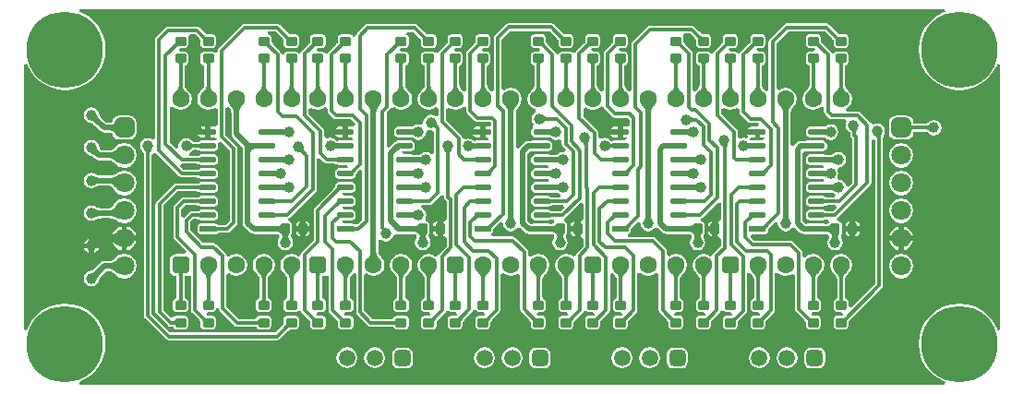
<source format=gbl>
G04*
G04 #@! TF.GenerationSoftware,Altium Limited,Altium Designer,21.2.1 (34)*
G04*
G04 Layer_Physical_Order=2*
G04 Layer_Color=16711680*
%FSTAX24Y24*%
%MOIN*%
G70*
G04*
G04 #@! TF.SameCoordinates,B5EDC26F-F54B-4B64-A331-42E7CDC04EED*
G04*
G04*
G04 #@! TF.FilePolarity,Positive*
G04*
G01*
G75*
%ADD19C,0.0118*%
%ADD21C,0.0197*%
%ADD22C,0.0709*%
G04:AMPARAMS|DCode=23|XSize=70.9mil|YSize=70.9mil|CornerRadius=17.7mil|HoleSize=0mil|Usage=FLASHONLY|Rotation=270.000|XOffset=0mil|YOffset=0mil|HoleType=Round|Shape=RoundedRectangle|*
%AMROUNDEDRECTD23*
21,1,0.0709,0.0354,0,0,270.0*
21,1,0.0354,0.0709,0,0,270.0*
1,1,0.0354,-0.0177,-0.0177*
1,1,0.0354,-0.0177,0.0177*
1,1,0.0354,0.0177,0.0177*
1,1,0.0354,0.0177,-0.0177*
%
%ADD23ROUNDEDRECTD23*%
%ADD24C,0.0591*%
G04:AMPARAMS|DCode=25|XSize=59.1mil|YSize=59.1mil|CornerRadius=14.8mil|HoleSize=0mil|Usage=FLASHONLY|Rotation=180.000|XOffset=0mil|YOffset=0mil|HoleType=Round|Shape=RoundedRectangle|*
%AMROUNDEDRECTD25*
21,1,0.0591,0.0295,0,0,180.0*
21,1,0.0295,0.0591,0,0,180.0*
1,1,0.0295,-0.0148,0.0148*
1,1,0.0295,0.0148,0.0148*
1,1,0.0295,0.0148,-0.0148*
1,1,0.0295,-0.0148,-0.0148*
%
%ADD25ROUNDEDRECTD25*%
%ADD26C,0.2756*%
%ADD27C,0.0630*%
G04:AMPARAMS|DCode=28|XSize=63mil|YSize=63mil|CornerRadius=15.7mil|HoleSize=0mil|Usage=FLASHONLY|Rotation=0.000|XOffset=0mil|YOffset=0mil|HoleType=Round|Shape=RoundedRectangle|*
%AMROUNDEDRECTD28*
21,1,0.0630,0.0315,0,0,0.0*
21,1,0.0315,0.0630,0,0,0.0*
1,1,0.0315,0.0157,-0.0157*
1,1,0.0315,-0.0157,-0.0157*
1,1,0.0315,-0.0157,0.0157*
1,1,0.0315,0.0157,0.0157*
%
%ADD28ROUNDEDRECTD28*%
%ADD29C,0.0394*%
G04:AMPARAMS|DCode=30|XSize=59.1mil|YSize=21.7mil|CornerRadius=5.4mil|HoleSize=0mil|Usage=FLASHONLY|Rotation=0.000|XOffset=0mil|YOffset=0mil|HoleType=Round|Shape=RoundedRectangle|*
%AMROUNDEDRECTD30*
21,1,0.0591,0.0108,0,0,0.0*
21,1,0.0482,0.0217,0,0,0.0*
1,1,0.0108,0.0241,-0.0054*
1,1,0.0108,-0.0241,-0.0054*
1,1,0.0108,-0.0241,0.0054*
1,1,0.0108,0.0241,0.0054*
%
%ADD30ROUNDEDRECTD30*%
G04:AMPARAMS|DCode=31|XSize=59.1mil|YSize=21.7mil|CornerRadius=2.2mil|HoleSize=0mil|Usage=FLASHONLY|Rotation=0.000|XOffset=0mil|YOffset=0mil|HoleType=Round|Shape=RoundedRectangle|*
%AMROUNDEDRECTD31*
21,1,0.0591,0.0173,0,0,0.0*
21,1,0.0547,0.0217,0,0,0.0*
1,1,0.0043,0.0274,-0.0087*
1,1,0.0043,-0.0274,-0.0087*
1,1,0.0043,-0.0274,0.0087*
1,1,0.0043,0.0274,0.0087*
%
%ADD31ROUNDEDRECTD31*%
G04:AMPARAMS|DCode=32|XSize=37.4mil|YSize=31.5mil|CornerRadius=3.2mil|HoleSize=0mil|Usage=FLASHONLY|Rotation=270.000|XOffset=0mil|YOffset=0mil|HoleType=Round|Shape=RoundedRectangle|*
%AMROUNDEDRECTD32*
21,1,0.0374,0.0252,0,0,270.0*
21,1,0.0311,0.0315,0,0,270.0*
1,1,0.0063,-0.0126,-0.0156*
1,1,0.0063,-0.0126,0.0156*
1,1,0.0063,0.0126,0.0156*
1,1,0.0063,0.0126,-0.0156*
%
%ADD32ROUNDEDRECTD32*%
G04:AMPARAMS|DCode=33|XSize=37.4mil|YSize=31.5mil|CornerRadius=3.2mil|HoleSize=0mil|Usage=FLASHONLY|Rotation=180.000|XOffset=0mil|YOffset=0mil|HoleType=Round|Shape=RoundedRectangle|*
%AMROUNDEDRECTD33*
21,1,0.0374,0.0252,0,0,180.0*
21,1,0.0311,0.0315,0,0,180.0*
1,1,0.0063,-0.0156,0.0126*
1,1,0.0063,0.0156,0.0126*
1,1,0.0063,0.0156,-0.0126*
1,1,0.0063,-0.0156,-0.0126*
%
%ADD33ROUNDEDRECTD33*%
%ADD34C,0.0120*%
G36*
X055281Y032039D02*
X055229Y032023D01*
X054976Y031888D01*
X054754Y031706D01*
X054572Y031484D01*
X054436Y031231D01*
X054353Y030956D01*
X054325Y030671D01*
X054353Y030385D01*
X054436Y030111D01*
X054572Y029858D01*
X054754Y029636D01*
X054976Y029454D01*
X055229Y029318D01*
X055503Y029235D01*
X055789Y029207D01*
X056074Y029235D01*
X056349Y029318D01*
X056602Y029454D01*
X056824Y029636D01*
X057006Y029858D01*
X057141Y030111D01*
X057157Y030163D01*
X057257Y030148D01*
Y020563D01*
X057157Y020548D01*
X057141Y020601D01*
X057006Y020854D01*
X056824Y021076D01*
X056602Y021258D01*
X056349Y021393D01*
X056074Y021476D01*
X055789Y021505D01*
X055503Y021476D01*
X055229Y021393D01*
X054976Y021258D01*
X054754Y021076D01*
X054572Y020854D01*
X054436Y020601D01*
X054353Y020326D01*
X054325Y020041D01*
X054353Y019755D01*
X054436Y019481D01*
X054572Y019228D01*
X054754Y019006D01*
X054976Y018824D01*
X055229Y018689D01*
X055281Y018673D01*
X055266Y018573D01*
X024028D01*
X024013Y018673D01*
X024065Y018689D01*
X024319Y018824D01*
X02454Y019006D01*
X024722Y019228D01*
X024858Y019481D01*
X024941Y019755D01*
X024969Y020041D01*
X024941Y020326D01*
X024858Y020601D01*
X024722Y020854D01*
X02454Y021076D01*
X024319Y021258D01*
X024065Y021393D01*
X023791Y021476D01*
X023505Y021505D01*
X02322Y021476D01*
X022945Y021393D01*
X022692Y021258D01*
X02247Y021076D01*
X022288Y020854D01*
X022153Y020601D01*
X022137Y020548D01*
X022037Y020563D01*
Y030148D01*
X022137Y030163D01*
X022153Y030111D01*
X022288Y029858D01*
X02247Y029636D01*
X022692Y029454D01*
X022945Y029318D01*
X02322Y029235D01*
X023505Y029207D01*
X023791Y029235D01*
X024065Y029318D01*
X024319Y029454D01*
X02454Y029636D01*
X024722Y029858D01*
X024858Y030111D01*
X024941Y030385D01*
X024969Y030671D01*
X024941Y030956D01*
X024858Y031231D01*
X024722Y031484D01*
X02454Y031706D01*
X024319Y031888D01*
X024065Y032023D01*
X024013Y032039D01*
X024028Y032139D01*
X055266D01*
X055281Y032039D01*
D02*
G37*
%LPC*%
G36*
X041064Y031627D02*
X039513D01*
X039459Y031616D01*
X039413Y031586D01*
X039024Y031196D01*
X038993Y03115D01*
X038983Y031097D01*
Y029208D01*
X038883Y029178D01*
X038881Y02918D01*
X038876Y029183D01*
X038823Y029239D01*
X038803Y029265D01*
X038785Y029289D01*
X03877Y029312D01*
X038759Y029333D01*
X038751Y029352D01*
X038745Y029368D01*
X038742Y029383D01*
X038741Y029401D01*
X038738Y029408D01*
Y030067D01*
X038741Y030076D01*
X038742Y030096D01*
X038743Y030108D01*
X038753D01*
X038837Y030143D01*
X038872Y030227D01*
Y030479D01*
X038837Y030563D01*
X038753Y030598D01*
X038586D01*
X03854Y030698D01*
X038574Y030738D01*
X038753D01*
X038837Y030773D01*
X038872Y030857D01*
Y031109D01*
X038837Y031193D01*
X038753Y031228D01*
X038442D01*
X038357Y031193D01*
X038322Y031109D01*
Y030949D01*
X03832Y030946D01*
X038287Y030908D01*
X038266Y030885D01*
X038262Y030877D01*
X038024Y030638D01*
X037993Y030592D01*
X037983Y030539D01*
Y029208D01*
X037883Y029178D01*
X037881Y02918D01*
X037876Y029183D01*
X037823Y029239D01*
X037803Y029265D01*
X037785Y029289D01*
X03777Y029312D01*
X037759Y029333D01*
X037751Y029352D01*
X037745Y029368D01*
X037742Y029383D01*
X037741Y029401D01*
X037738Y029408D01*
Y030067D01*
X037741Y030076D01*
X037742Y030096D01*
X037743Y030108D01*
X037753D01*
X037837Y030143D01*
X037872Y030227D01*
Y030479D01*
X037837Y030563D01*
X037753Y030598D01*
X037586D01*
X03754Y030698D01*
X037574Y030738D01*
X037753D01*
X037837Y030773D01*
X037872Y030857D01*
Y031109D01*
X037837Y031193D01*
X037753Y031228D01*
X037442D01*
X037357Y031193D01*
X037322Y031109D01*
Y030949D01*
X03732Y030946D01*
X037287Y030908D01*
X037266Y030885D01*
X037262Y030877D01*
X037019Y030634D01*
X036989Y030588D01*
X036984Y030564D01*
X03688Y030554D01*
X036876Y030563D01*
X036792Y030598D01*
X036481D01*
X036397Y030563D01*
X036362Y030479D01*
Y030227D01*
X036397Y030143D01*
X036481Y030108D01*
X036491D01*
X036492Y030096D01*
X036492Y030076D01*
X036496Y030067D01*
Y029408D01*
X036492Y029401D01*
X036491Y029383D01*
X036488Y029368D01*
X036483Y029352D01*
X036475Y029333D01*
X036464Y029312D01*
X036449Y029289D01*
X036432Y029265D01*
X036384Y02921D01*
X036358Y029184D01*
X036353Y02918D01*
X036266Y02905D01*
X036235Y028896D01*
X036266Y028743D01*
X036353Y028613D01*
X036483Y028526D01*
X036636Y028495D01*
X03679Y028526D01*
X036878Y028584D01*
X036978Y028533D01*
Y028315D01*
X036878Y028271D01*
X036821Y028309D01*
X036713Y028331D01*
X036606Y028309D01*
X036514Y028248D01*
X036454Y028157D01*
X036432Y02805D01*
X036436Y028031D01*
X036409Y028002D01*
X036348Y02796D01*
X036261Y027977D01*
X036154Y027956D01*
X03607Y0279D01*
X036064Y027898D01*
X03606Y027894D01*
X036059Y027893D01*
X036055Y027892D01*
X03605Y027889D01*
X036042Y027887D01*
X036033Y027885D01*
X036026Y027884D01*
X036026Y027884D01*
X036024Y027883D01*
X036022Y027883D01*
X036018Y027883D01*
X036011Y027886D01*
X036005Y027883D01*
X035991Y027886D01*
X035508D01*
X035456Y027876D01*
X035413Y027846D01*
X035383Y027802D01*
X035373Y027751D01*
Y027642D01*
X035383Y02759D01*
X035413Y027546D01*
X035456Y027517D01*
X035508Y027507D01*
X035991D01*
X036005Y02751D01*
X036011Y027507D01*
X036012Y027508D01*
X036014Y027507D01*
X036034Y027508D01*
X036042Y027506D01*
X03605Y027503D01*
X036055Y027501D01*
X036059Y0275D01*
X03606Y027499D01*
X036064Y027495D01*
X03607Y027493D01*
X036154Y027437D01*
X036261Y027415D01*
X036369Y027437D01*
X03646Y027498D01*
X036521Y027589D01*
X036542Y027696D01*
X036539Y027715D01*
X036565Y027745D01*
X036626Y027786D01*
X036713Y027769D01*
X036728Y027772D01*
X036797Y027734D01*
X03682Y027705D01*
X036828Y02769D01*
Y026936D01*
X036765Y026908D01*
X036728Y0269D01*
X036644Y026956D01*
X036537Y026977D01*
X036429Y026956D01*
X036345Y0269D01*
X03634Y026898D01*
X036335Y026894D01*
X036334Y026893D01*
X036331Y026892D01*
X036326Y026889D01*
X036318Y026887D01*
X036308Y026885D01*
X036297Y026883D01*
X036265Y02688D01*
X036247Y02688D01*
X03624Y026877D01*
X036224D01*
X036217Y02688D01*
X036146Y02688D01*
X036037Y026883D01*
X036031Y026883D01*
X036026Y026884D01*
X03602Y026882D01*
X036011Y026886D01*
X036005Y026883D01*
X035991Y026886D01*
X035707D01*
X035651Y026986D01*
X035657Y026996D01*
X035675Y027006D01*
X035695D01*
X035699Y027005D01*
X035701Y027006D01*
X03574D01*
X035744Y027007D01*
X035991D01*
X036042Y027017D01*
X036086Y027046D01*
X036116Y02709D01*
X036126Y027142D01*
Y027251D01*
X036116Y027302D01*
X036086Y027346D01*
X036042Y027376D01*
X035991Y027386D01*
X035508D01*
X035456Y027376D01*
X035413Y027346D01*
X035405Y027334D01*
X035399Y027332D01*
X035209Y027146D01*
X035116Y027175D01*
X035109Y027182D01*
Y028388D01*
X035238Y028517D01*
X035269Y028563D01*
X035288Y028574D01*
X035377Y028596D01*
X035483Y028526D01*
X035636Y028495D01*
X03579Y028526D01*
X03592Y028613D01*
X036007Y028743D01*
X036038Y028896D01*
X036007Y02905D01*
X03592Y02918D01*
X035915Y029183D01*
X035863Y029239D01*
X035842Y029265D01*
X035824Y029289D01*
X035809Y029312D01*
X035798Y029333D01*
X03579Y029352D01*
X035785Y029368D01*
X035782Y029383D01*
X035781Y029401D01*
X035777Y029408D01*
Y030067D01*
X035781Y030076D01*
X035781Y030096D01*
X035782Y030108D01*
X035792D01*
X035876Y030143D01*
X035911Y030227D01*
Y030479D01*
X035876Y030563D01*
X035792Y030598D01*
X035626D01*
X03558Y030698D01*
X035614Y030738D01*
X035792D01*
X035876Y030773D01*
X035911Y030857D01*
Y031109D01*
X035876Y031193D01*
X035822Y031216D01*
X035842Y031316D01*
X036075D01*
X036301Y03109D01*
X036304Y031082D01*
X036346Y031037D01*
X036359Y031021D01*
X036362Y031017D01*
Y030857D01*
X036397Y030773D01*
X036481Y030738D01*
X036792D01*
X036876Y030773D01*
X036911Y030857D01*
Y031109D01*
X036876Y031193D01*
X036792Y031228D01*
X036573D01*
X03657Y03123D01*
X036532Y031263D01*
X036509Y031285D01*
X0365Y031288D01*
X036233Y031556D01*
X036187Y031586D01*
X036134Y031597D01*
X034433D01*
X034379Y031586D01*
X034333Y031556D01*
X034043Y031266D01*
X034013Y03122D01*
X034002Y031166D01*
Y031151D01*
X033902Y031131D01*
X033876Y031193D01*
X033792Y031228D01*
X033481D01*
X033397Y031193D01*
X033362Y031109D01*
Y030949D01*
X033359Y030946D01*
X033327Y030908D01*
X033305Y030885D01*
X033302Y030877D01*
X033022Y030597D01*
X032991Y030551D01*
X032991Y030548D01*
X032887Y030538D01*
X032876Y030563D01*
X032792Y030598D01*
X032626D01*
X03258Y030698D01*
X032614Y030738D01*
X032792D01*
X032876Y030773D01*
X032911Y030857D01*
Y031109D01*
X032876Y031193D01*
X032792Y031228D01*
X032481D01*
X032397Y031193D01*
X032362Y031109D01*
Y030949D01*
X032359Y030946D01*
X032327Y030908D01*
X032305Y030885D01*
X032302Y030877D01*
X032063Y030638D01*
X032033Y030592D01*
X032026Y030559D01*
X031966Y030541D01*
X031924Y030543D01*
X031916Y030563D01*
X031831Y030598D01*
X03152D01*
X031436Y030563D01*
X031413Y030509D01*
X031313Y030516D01*
X031303Y030569D01*
X031272Y030615D01*
X031011Y030876D01*
X031008Y030884D01*
X030967Y030929D01*
X030953Y030945D01*
X030951Y030949D01*
Y031109D01*
X030916Y031193D01*
X030831Y031228D01*
X030837Y031326D01*
X031105D01*
X03134Y03109D01*
X031344Y031082D01*
X031385Y031037D01*
X031398Y031021D01*
X031401Y031017D01*
Y030857D01*
X031436Y030773D01*
X03152Y030738D01*
X031831D01*
X031916Y030773D01*
X031951Y030857D01*
Y031109D01*
X031916Y031193D01*
X031831Y031228D01*
X031613D01*
X031609Y03123D01*
X031571Y031263D01*
X031549Y031285D01*
X03154Y031288D01*
X031262Y031566D01*
X031217Y031596D01*
X031163Y031607D01*
X029983D01*
X029929Y031596D01*
X029883Y031566D01*
X029053Y030736D01*
X029023Y03069D01*
X029012Y030636D01*
Y030591D01*
X028916Y030563D01*
X028831Y030598D01*
X02852D01*
X028436Y030563D01*
X028401Y030479D01*
Y030227D01*
X028436Y030143D01*
X02852Y030108D01*
X02853D01*
X028531Y030096D01*
X028532Y030076D01*
X028535Y030067D01*
Y029408D01*
X028532Y029401D01*
X028531Y029383D01*
X028528Y029368D01*
X028522Y029352D01*
X028514Y029333D01*
X028503Y029312D01*
X028488Y029289D01*
X028471Y029265D01*
X028423Y02921D01*
X028397Y029184D01*
X028392Y02918D01*
X028305Y02905D01*
X028274Y028896D01*
X028305Y028743D01*
X028392Y028613D01*
X028522Y028526D01*
X028676Y028495D01*
X028829Y028526D01*
X028912Y028581D01*
X029012Y028527D01*
Y027958D01*
X029001Y027942D01*
X028912Y027884D01*
X028904Y027886D01*
X028761D01*
Y027696D01*
Y027507D01*
X028904D01*
X028983Y027455D01*
X028981Y027449D01*
X028977Y027442D01*
X028904Y027386D01*
X028422D01*
X02837Y027376D01*
X028341Y027356D01*
X028323Y027349D01*
X028323Y027348D01*
X028318Y027346D01*
X02831Y027345D01*
X0283Y027343D01*
X028268Y027341D01*
X028249Y027341D01*
X028241Y027337D01*
X028193D01*
X028185Y027341D01*
X028172Y027341D01*
X028162Y027343D01*
X028152Y027345D01*
X028143Y027348D01*
X028133Y027352D01*
X028122Y027358D01*
X028111Y027364D01*
X0281Y027373D01*
X028089Y027382D01*
X028075Y027396D01*
X028071Y027397D01*
X027983Y027456D01*
X027875Y027477D01*
X027768Y027456D01*
X027677Y027395D01*
X027616Y027304D01*
X027594Y027196D01*
X027605Y027145D01*
X027513Y027095D01*
X027273Y027335D01*
Y02861D01*
X027373Y02864D01*
X027392Y028613D01*
X027522Y028526D01*
X027676Y028495D01*
X027829Y028526D01*
X02796Y028613D01*
X028047Y028743D01*
X028077Y028896D01*
X028047Y02905D01*
X02796Y02918D01*
X027955Y029183D01*
X027902Y029239D01*
X027881Y029265D01*
X027863Y029289D01*
X027849Y029312D01*
X027837Y029333D01*
X027829Y029352D01*
X027824Y029368D01*
X027821Y029383D01*
X02782Y029401D01*
X027816Y029408D01*
Y030067D01*
X02782Y030076D01*
X027821Y030096D01*
X027822Y030108D01*
X027831D01*
X027916Y030143D01*
X027951Y030227D01*
Y030479D01*
X027916Y030563D01*
X027831Y030598D01*
X027665D01*
X027619Y030698D01*
X027653Y030738D01*
X027831D01*
X027916Y030773D01*
X027951Y030857D01*
Y031109D01*
X027943Y031127D01*
X02801Y031227D01*
X028204D01*
X02834Y03109D01*
X028344Y031082D01*
X028385Y031037D01*
X028398Y031021D01*
X028401Y031017D01*
Y030857D01*
X028436Y030773D01*
X02852Y030738D01*
X028831D01*
X028916Y030773D01*
X028951Y030857D01*
Y031109D01*
X028916Y031193D01*
X028831Y031228D01*
X028613D01*
X028609Y03123D01*
X028571Y031263D01*
X028549Y031285D01*
X02854Y031288D01*
X028361Y031467D01*
X028316Y031497D01*
X028262Y031508D01*
X027234D01*
X02718Y031497D01*
X027135Y031467D01*
X026793Y031126D01*
X026763Y03108D01*
X026752Y031026D01*
Y027477D01*
X026652Y027424D01*
X026605Y027456D01*
X026497Y027477D01*
X02639Y027456D01*
X026299Y027395D01*
X026238Y027304D01*
X026216Y027196D01*
X026238Y027089D01*
X026297Y027001D01*
X026298Y026997D01*
X026311Y026983D01*
X026321Y026972D01*
X026329Y02696D01*
X026336Y02695D01*
X026342Y026939D01*
X026346Y026929D01*
X026349Y02692D01*
X026351Y02691D01*
X026353Y0269D01*
X026353Y026887D01*
X026357Y026879D01*
Y021062D01*
X026368Y021008D01*
X026398Y020962D01*
X027143Y020217D01*
X027189Y020187D01*
X027243Y020176D01*
X031153D01*
X031207Y020187D01*
X031252Y020217D01*
X031539Y020504D01*
X031547Y020507D01*
X031592Y020549D01*
X031609Y020562D01*
X031613Y020564D01*
X031831D01*
X031916Y020599D01*
X031951Y020684D01*
Y020936D01*
X031916Y02102D01*
X031831Y021055D01*
X03152D01*
X031436Y02102D01*
X031401Y020936D01*
Y020776D01*
X031399Y020773D01*
X031366Y020734D01*
X031345Y020712D01*
X031341Y020703D01*
X031095Y020457D01*
X027301D01*
X026638Y02112D01*
Y026879D01*
X026642Y026887D01*
X026642Y026897D01*
X026691Y026946D01*
X026772Y026939D01*
X026798Y026932D01*
X027633Y026097D01*
X027679Y026067D01*
X027733Y026056D01*
X028241D01*
X028249Y026052D01*
X028268Y026052D01*
X0283Y02605D01*
X02831Y026048D01*
X028318Y026046D01*
X028323Y026045D01*
X028323Y026044D01*
X028341Y026037D01*
X02837Y026017D01*
X028422Y026007D01*
X028904D01*
X028956Y026017D01*
X029Y026046D01*
X029029Y02609D01*
X029039Y026142D01*
Y026251D01*
X029029Y026302D01*
X029Y026346D01*
X028956Y026376D01*
X028904Y026386D01*
X028422D01*
X02837Y026376D01*
X028341Y026356D01*
X028323Y026349D01*
X028323Y026348D01*
X028318Y026346D01*
X02831Y026345D01*
X0283Y026343D01*
X028268Y026341D01*
X028249Y026341D01*
X028241Y026337D01*
X027791D01*
X027664Y026464D01*
X027712Y026555D01*
X027713Y026556D01*
X028241D01*
X028249Y026552D01*
X028268Y026552D01*
X0283Y02655D01*
X02831Y026548D01*
X028318Y026546D01*
X028323Y026545D01*
X028323Y026544D01*
X028341Y026537D01*
X02837Y026517D01*
X028422Y026507D01*
X028904D01*
X028956Y026517D01*
X029Y026546D01*
X029029Y02659D01*
X029039Y026642D01*
Y026751D01*
X029029Y026802D01*
X029Y026846D01*
X028956Y026876D01*
X028904Y026886D01*
X028422D01*
X02837Y026876D01*
X028341Y026856D01*
X028323Y026849D01*
X028323Y026848D01*
X028318Y026846D01*
X02831Y026845D01*
X0283Y026843D01*
X028268Y026841D01*
X028249Y026841D01*
X028241Y026837D01*
X027993D01*
X027983Y026937D01*
X028071Y026995D01*
X028075Y026997D01*
X028089Y02701D01*
X0281Y02702D01*
X028111Y027028D01*
X028122Y027035D01*
X028133Y027041D01*
X028143Y027045D01*
X028152Y027048D01*
X028162Y02705D01*
X028172Y027052D01*
X028185Y027052D01*
X028193Y027056D01*
X028241D01*
X028249Y027052D01*
X028268Y027052D01*
X0283Y02705D01*
X02831Y027048D01*
X028318Y027046D01*
X028323Y027045D01*
X028323Y027044D01*
X028341Y027037D01*
X02837Y027017D01*
X028422Y027007D01*
X028904D01*
X028956Y027017D01*
X029Y027046D01*
X029029Y02709D01*
X029039Y027142D01*
Y027251D01*
X029029Y027302D01*
X029029Y02731D01*
X029116Y027365D01*
X029442Y027038D01*
Y024485D01*
X029295Y024337D01*
X029087D01*
X029079Y024341D01*
X02906Y024341D01*
X029046Y024342D01*
X029034Y024343D01*
X029026Y024345D01*
X02902Y024347D01*
X029019Y024347D01*
X029018Y024348D01*
X029013Y02436D01*
X028989Y02437D01*
X028976Y02438D01*
X028966Y024379D01*
X028936Y024392D01*
X028389D01*
X028312Y02436D01*
X028281Y024283D01*
Y02411D01*
X028312Y024033D01*
X028389Y024001D01*
X028936D01*
X028966Y024013D01*
X028976Y024012D01*
X028989Y024023D01*
X029013Y024033D01*
X029018Y024045D01*
X029019Y024045D01*
X02902Y024046D01*
X029026Y024048D01*
X029033Y024049D01*
X029061Y024052D01*
X029079Y024052D01*
X029087Y024056D01*
X029353D01*
X029407Y024067D01*
X029452Y024097D01*
X029682Y024327D01*
X029713Y024373D01*
X029723Y024426D01*
Y027096D01*
X029713Y02715D01*
X029682Y027196D01*
X029293Y027585D01*
Y02858D01*
X029392Y028613D01*
X029405Y028604D01*
X029407Y0286D01*
X029428Y028579D01*
X029446Y02856D01*
X029461Y028541D01*
X029473Y028523D01*
X029483Y028504D01*
X029492Y028485D01*
X029498Y028465D01*
X029502Y028445D01*
X029505Y028425D01*
X029506Y0284D01*
X029506Y0284D01*
X029506Y0284D01*
X029509Y028394D01*
Y027626D01*
X029523Y027557D01*
X029562Y027499D01*
X029919Y027142D01*
Y024416D01*
X029932Y024347D01*
X029972Y024289D01*
X030192Y024069D01*
X03025Y024029D01*
X03031Y024018D01*
X030322Y024013D01*
X030392Y024012D01*
X030501Y02401D01*
X030507Y02401D01*
X030513Y024009D01*
X030519Y024011D01*
X030527Y024007D01*
X030533Y02401D01*
X030548Y024007D01*
X03103D01*
X031045Y02401D01*
X031051Y024007D01*
X031052Y024008D01*
X031053Y024007D01*
X031153Y02401D01*
X031171Y024007D01*
X031188Y024003D01*
X031202Y023999D01*
X031213Y023994D01*
X031219Y02399D01*
X031226Y023977D01*
X031242Y023937D01*
X031241Y02392D01*
X031231Y02386D01*
X031198Y023812D01*
X031177Y023704D01*
X031198Y023597D01*
X031259Y023506D01*
X031351Y023445D01*
X031458Y023423D01*
X031566Y023445D01*
X031657Y023506D01*
X031718Y023597D01*
X031739Y023704D01*
X031718Y023812D01*
X031685Y02386D01*
X031668Y023956D01*
X031703Y024041D01*
Y024352D01*
X031668Y024436D01*
X031584Y024471D01*
X031584Y024473D01*
X031565Y024549D01*
X031568Y024571D01*
X031607Y024597D01*
X031889Y024879D01*
X031889Y024879D01*
X032546Y025537D01*
X032577Y025582D01*
X032587Y025636D01*
Y026732D01*
X032687Y026773D01*
X032863Y026597D01*
X032909Y026567D01*
X032963Y026556D01*
X033201D01*
X03321Y026552D01*
X033229Y026552D01*
X03326Y02655D01*
X033271Y026548D01*
X033279Y026546D01*
X033283Y026545D01*
X033284Y026544D01*
X033301Y026537D01*
X03333Y026517D01*
X033382Y026507D01*
X033685D01*
X033699Y026499D01*
X033738Y026407D01*
X033717Y026386D01*
X033382D01*
X03333Y026376D01*
X033287Y026346D01*
X033257Y026302D01*
X033247Y026251D01*
Y026142D01*
X033257Y02609D01*
X033287Y026046D01*
X03333Y026017D01*
X033382Y026007D01*
X033865D01*
X033916Y026017D01*
X03396Y026046D01*
X03399Y02609D01*
X033994Y026113D01*
X034Y026122D01*
X033999Y026129D01*
X034001Y026136D01*
X034Y02614D01*
X034Y026142D01*
Y026172D01*
X034009Y026184D01*
X034042Y026223D01*
X034063Y026245D01*
X034067Y026254D01*
X034146Y026333D01*
X034238Y026295D01*
Y024531D01*
X034071Y024363D01*
X033974Y02436D01*
X03395Y02437D01*
X033937Y02438D01*
X033927Y024379D01*
X033897Y024392D01*
X033576D01*
X03357Y024394D01*
X033564Y024399D01*
X033524Y024492D01*
X033534Y024502D01*
X033542Y024507D01*
X033865D01*
X033916Y024517D01*
X03396Y024546D01*
X03399Y02459D01*
X034Y024642D01*
Y024751D01*
X03399Y024802D01*
X03396Y024846D01*
X033916Y024876D01*
X033865Y024886D01*
X033562D01*
X033548Y024893D01*
X033509Y024986D01*
X03353Y025007D01*
X033865D01*
X033916Y025017D01*
X03396Y025046D01*
X03399Y02509D01*
X034Y025142D01*
Y025251D01*
X03399Y025302D01*
X03396Y025346D01*
X033916Y025376D01*
X033865Y025386D01*
X033562D01*
X033548Y025393D01*
X033509Y025486D01*
X03353Y025507D01*
X033865D01*
X033916Y025517D01*
X03396Y025546D01*
X03399Y02559D01*
X034Y025642D01*
Y025751D01*
X03399Y025802D01*
X03396Y025846D01*
X033916Y025876D01*
X033865Y025886D01*
X033382D01*
X03333Y025876D01*
X033287Y025846D01*
X033257Y025802D01*
X033253Y02578D01*
X033247Y02577D01*
X033248Y025763D01*
X033245Y025757D01*
X033247Y025753D01*
X033247Y025751D01*
Y025721D01*
X033238Y025709D01*
X033205Y02567D01*
X033184Y025647D01*
X03318Y025639D01*
X032523Y024982D01*
X032493Y024937D01*
X032482Y024883D01*
Y023794D01*
X032117Y023429D01*
X032113Y023426D01*
X032063Y023376D01*
X032033Y023331D01*
X032022Y023277D01*
Y023253D01*
X031922Y023205D01*
X031829Y023267D01*
X031676Y023298D01*
X031522Y023267D01*
X031392Y02318D01*
X031305Y02305D01*
X031274Y022896D01*
X031305Y022743D01*
X031392Y022613D01*
X031397Y022609D01*
X031449Y022554D01*
X03147Y022528D01*
X031488Y022504D01*
X031503Y022481D01*
X031514Y02246D01*
X031522Y022441D01*
X031528Y022424D01*
X03153Y02241D01*
X031532Y022392D01*
X031535Y022385D01*
Y021725D01*
X031532Y021717D01*
X031531Y021697D01*
X03153Y021685D01*
X03152D01*
X031436Y02165D01*
X031401Y021566D01*
Y021314D01*
X031436Y021229D01*
X03152Y021194D01*
X031831D01*
X031916Y021229D01*
X031924Y021249D01*
X031966Y021251D01*
X032026Y021234D01*
X032033Y021201D01*
X032063Y021155D01*
X032301Y020917D01*
X032304Y020909D01*
X032346Y020864D01*
X032359Y020848D01*
X032362Y020844D01*
Y020684D01*
X032397Y020599D01*
X032481Y020564D01*
X032792D01*
X032876Y020599D01*
X032911Y020684D01*
Y020936D01*
X032876Y02102D01*
X032792Y021055D01*
X032613D01*
X032578Y021094D01*
X032624Y021194D01*
X032792D01*
X032876Y021229D01*
X032911Y021314D01*
Y021566D01*
X032876Y02165D01*
X032792Y021685D01*
X032782D01*
X032781Y021697D01*
X032781Y021717D01*
X032777Y021725D01*
Y022452D01*
X032781Y022461D01*
X032781Y022481D01*
X032782Y022495D01*
X032783Y022498D01*
X032794D01*
X032886Y022516D01*
X032922Y02254D01*
X033022Y022489D01*
Y021254D01*
X033033Y021201D01*
X033063Y021155D01*
X033301Y020917D01*
X033304Y020909D01*
X033346Y020864D01*
X033359Y020848D01*
X033362Y020844D01*
Y020684D01*
X033397Y020599D01*
X033481Y020564D01*
X033792D01*
X033876Y020599D01*
X033911Y020684D01*
Y020936D01*
X033876Y02102D01*
X033792Y021055D01*
X033613D01*
X033578Y021094D01*
X033624Y021194D01*
X033792D01*
X033876Y021229D01*
X033911Y021314D01*
Y021566D01*
X033876Y02165D01*
X033792Y021685D01*
X033782D01*
X033781Y021697D01*
X033781Y021717D01*
X033777Y021725D01*
Y022385D01*
X033781Y022392D01*
X033782Y02241D01*
X033785Y022424D01*
X03379Y022441D01*
X033798Y02246D01*
X033809Y022481D01*
X033824Y022504D01*
X033841Y022527D01*
X033889Y022582D01*
X033912Y022606D01*
X033928Y022606D01*
X033944Y022602D01*
X034012Y02257D01*
Y021196D01*
X034023Y021143D01*
X034053Y021097D01*
X03444Y02071D01*
X034486Y02068D01*
X034539Y020669D01*
X035321D01*
X03533Y020666D01*
X03535Y020665D01*
X035364Y020664D01*
X03537Y020663D01*
X035397Y020599D01*
X035481Y020564D01*
X035792D01*
X035876Y020599D01*
X035911Y020684D01*
Y020936D01*
X035876Y02102D01*
X035792Y021055D01*
X035481D01*
X035397Y02102D01*
X03537Y020957D01*
X035364Y020956D01*
X03535Y020955D01*
X03533Y020954D01*
X035321Y02095D01*
X034598D01*
X034293Y021255D01*
Y022535D01*
X034393Y022585D01*
X034483Y022526D01*
X034636Y022495D01*
X03479Y022526D01*
X03492Y022613D01*
X035007Y022743D01*
X035038Y022896D01*
X035007Y02305D01*
X03492Y02318D01*
X034915Y023184D01*
X034897Y023202D01*
X03488Y023223D01*
X034865Y023243D01*
X034853Y023263D01*
X034843Y023283D01*
X034835Y023303D01*
X034828Y023323D01*
X034824Y023343D01*
X034821Y023363D01*
X03482Y023388D01*
X034817Y023394D01*
Y023769D01*
X034839Y023786D01*
X034917Y023813D01*
X034986Y023768D01*
X035093Y023746D01*
X035201Y023768D01*
X035292Y023828D01*
X035353Y02392D01*
X035361Y023961D01*
X03544Y024007D01*
X035471Y024014D01*
X035508Y024007D01*
X035991D01*
X036005Y02401D01*
X036011Y024007D01*
X036012Y024008D01*
X036014Y024007D01*
X036114Y02401D01*
X036132Y024007D01*
X036148Y024003D01*
X036162Y023999D01*
X036174Y023994D01*
X03618Y02399D01*
X036186Y023977D01*
X036202Y023937D01*
X036202Y02392D01*
X036192Y02386D01*
X036159Y023812D01*
X036138Y023704D01*
X036159Y023597D01*
X03622Y023506D01*
X036311Y023445D01*
X036419Y023423D01*
X036526Y023445D01*
X036617Y023506D01*
X036678Y023597D01*
X0367Y023704D01*
X036678Y023812D01*
X036646Y02386D01*
X036629Y023956D01*
X036664Y024041D01*
Y024352D01*
X036629Y024436D01*
X036559Y024465D01*
X036533Y024505D01*
X036509Y024571D01*
X036521Y024589D01*
X036542Y024696D01*
X036521Y024804D01*
X03646Y024895D01*
X036369Y024956D01*
X036379Y025056D01*
X036659D01*
X036713Y025067D01*
X036758Y025097D01*
X037068Y025407D01*
X037084Y025431D01*
X037184Y025409D01*
Y02535D01*
X037195Y025296D01*
X037225Y025251D01*
X03728Y025196D01*
Y024536D01*
X03718Y024469D01*
X037175Y024471D01*
X037154D01*
X037155Y024464D01*
X037159Y024442D01*
X037165Y024423D01*
X037171Y024406D01*
X037179Y024393D01*
X037187Y024382D01*
X037196Y024374D01*
X037147D01*
Y024196D01*
Y023922D01*
X037175D01*
X03718Y023924D01*
X03728Y023857D01*
Y023582D01*
X037011Y023313D01*
X036981Y023268D01*
X036979Y023259D01*
X036886Y023214D01*
X03687Y023214D01*
X03679Y023267D01*
X036636Y023298D01*
X036483Y023267D01*
X036353Y02318D01*
X036266Y02305D01*
X036235Y022896D01*
X036266Y022743D01*
X036353Y022613D01*
X036357Y022609D01*
X03641Y022554D01*
X036431Y022528D01*
X036449Y022504D01*
X036464Y022481D01*
X036475Y02246D01*
X036483Y022441D01*
X036488Y022424D01*
X036491Y02241D01*
X036492Y022392D01*
X036496Y022385D01*
Y021725D01*
X036492Y021717D01*
X036492Y021697D01*
X036491Y021685D01*
X036481D01*
X036397Y02165D01*
X036362Y021566D01*
Y021314D01*
X036397Y021229D01*
X036481Y021194D01*
X036647D01*
X036693Y021094D01*
X036659Y021055D01*
X036481D01*
X036397Y02102D01*
X036362Y020936D01*
Y020684D01*
X036397Y020599D01*
X036481Y020564D01*
X036792D01*
X036876Y020599D01*
X036911Y020684D01*
Y020844D01*
X036913Y020847D01*
X036946Y020885D01*
X036968Y020907D01*
X036971Y020916D01*
X03721Y021155D01*
X03724Y021201D01*
X037247Y021234D01*
X037306Y021251D01*
X037349Y021249D01*
X037357Y021229D01*
X037442Y021194D01*
X037608D01*
X037654Y021094D01*
X03762Y021055D01*
X037442D01*
X037357Y02102D01*
X037322Y020936D01*
Y020684D01*
X037357Y020599D01*
X037442Y020564D01*
X037753D01*
X037837Y020599D01*
X037872Y020684D01*
Y020844D01*
X037874Y020847D01*
X037907Y020885D01*
X037928Y020907D01*
X037932Y020916D01*
X038202Y021187D01*
X038233Y021232D01*
X038238Y021257D01*
X038341Y021268D01*
X038357Y021229D01*
X038442Y021194D01*
X038608D01*
X038654Y021094D01*
X03862Y021055D01*
X038442D01*
X038357Y02102D01*
X038322Y020936D01*
Y020684D01*
X038357Y020599D01*
X038442Y020564D01*
X038753D01*
X038837Y020599D01*
X038872Y020684D01*
Y020844D01*
X038874Y020847D01*
X038907Y020885D01*
X038928Y020907D01*
X038932Y020916D01*
X039172Y021157D01*
X039203Y021202D01*
X039213Y021256D01*
Y022582D01*
X039313Y022613D01*
X039443Y022526D01*
X039597Y022495D01*
X039751Y022526D01*
X039838Y022584D01*
X039938Y022532D01*
Y021299D01*
X039949Y021245D01*
X039979Y021199D01*
X040262Y020917D01*
X040265Y020909D01*
X040306Y020864D01*
X040319Y020848D01*
X040322Y020844D01*
Y020684D01*
X040357Y020599D01*
X040442Y020564D01*
X040753D01*
X040837Y020599D01*
X040872Y020684D01*
Y020936D01*
X040837Y02102D01*
X040753Y021055D01*
X040573D01*
X040539Y021094D01*
X040584Y021194D01*
X040753D01*
X040837Y021229D01*
X040872Y021314D01*
Y021566D01*
X040837Y02165D01*
X040753Y021685D01*
X040743D01*
X040742Y021697D01*
X040741Y021717D01*
X040738Y021725D01*
Y022385D01*
X040741Y022392D01*
X040742Y02241D01*
X040745Y022424D01*
X040751Y022441D01*
X040759Y02246D01*
X04077Y022481D01*
X040785Y022504D01*
X040802Y022527D01*
X04085Y022582D01*
X040876Y022609D01*
X040881Y022613D01*
X040968Y022743D01*
X040999Y022896D01*
X040968Y02305D01*
X040881Y02318D01*
X040751Y023267D01*
X040597Y023298D01*
X040443Y023267D01*
X040319Y023184D01*
X040287Y023191D01*
X040219Y023219D01*
Y023356D01*
X040209Y02341D01*
X040178Y023456D01*
X039758Y023876D01*
X039712Y023906D01*
X039659Y023917D01*
X038916D01*
X038896Y024017D01*
X038935Y024033D01*
X038966Y02411D01*
Y024179D01*
X038971Y024186D01*
X039003Y024224D01*
X039025Y024246D01*
X039028Y024255D01*
X039227Y024454D01*
X039319Y024405D01*
X039318Y024396D01*
X039339Y024289D01*
X0394Y024198D01*
X039491Y024137D01*
X039599Y024115D01*
X039706Y024137D01*
X039797Y024198D01*
X039818Y024228D01*
X039818Y024228D01*
X039943Y024239D01*
X040113Y024069D01*
X040171Y024029D01*
X040231Y024018D01*
X040243Y024013D01*
X040313Y024012D01*
X040422Y02401D01*
X040429Y02401D01*
X040434Y024009D01*
X04044Y024011D01*
X040448Y024007D01*
X040454Y02401D01*
X040469Y024007D01*
X040951D01*
X040966Y02401D01*
X040972Y024007D01*
X040973Y024008D01*
X040974Y024007D01*
X041074Y02401D01*
X041092Y024007D01*
X041109Y024003D01*
X041123Y023999D01*
X041134Y023994D01*
X041141Y02399D01*
X041147Y023977D01*
X041163Y023937D01*
X041163Y02392D01*
X041152Y02386D01*
X04112Y023812D01*
X041098Y023704D01*
X04112Y023597D01*
X041181Y023506D01*
X041272Y023445D01*
X041379Y023423D01*
X041487Y023445D01*
X041578Y023506D01*
X041639Y023597D01*
X04166Y023704D01*
X041639Y023812D01*
X041606Y02386D01*
X04159Y023956D01*
X041625Y024041D01*
Y024352D01*
X04159Y024436D01*
X041522Y024464D01*
X041513Y024526D01*
X041518Y024566D01*
X041523Y024567D01*
X041568Y024597D01*
X042125Y025154D01*
X042225Y025112D01*
Y024542D01*
X042135Y024471D01*
X042115D01*
X042116Y024464D01*
X04212Y024442D01*
X042125Y024423D01*
X042132Y024406D01*
X042139Y024393D01*
X042148Y024382D01*
X042157Y024374D01*
X042108D01*
Y024196D01*
Y023922D01*
X042135D01*
X042225Y02385D01*
Y023581D01*
X041984Y023341D01*
X041954Y023295D01*
X041945Y023251D01*
X041914Y023231D01*
X041843Y023205D01*
X041751Y023267D01*
X041597Y023298D01*
X041443Y023267D01*
X041313Y02318D01*
X041226Y02305D01*
X041196Y022896D01*
X041226Y022743D01*
X041313Y022613D01*
X041318Y022609D01*
X041371Y022554D01*
X041392Y022528D01*
X04141Y022504D01*
X041424Y022481D01*
X041435Y02246D01*
X041444Y022441D01*
X041449Y022424D01*
X041452Y02241D01*
X041453Y022392D01*
X041457Y022385D01*
Y021725D01*
X041453Y021717D01*
X041452Y021697D01*
X041451Y021685D01*
X041442D01*
X041357Y02165D01*
X041322Y021566D01*
Y021314D01*
X041357Y021229D01*
X041442Y021194D01*
X041608D01*
X041654Y021094D01*
X04162Y021055D01*
X041442D01*
X041357Y02102D01*
X041322Y020936D01*
Y020684D01*
X041357Y020599D01*
X041442Y020564D01*
X041753D01*
X041837Y020599D01*
X041872Y020684D01*
Y020844D01*
X041874Y020847D01*
X041907Y020885D01*
X041928Y020907D01*
X041932Y020916D01*
X042183Y021168D01*
X042214Y021213D01*
X042214Y021218D01*
X042318Y021229D01*
X042402Y021194D01*
X042568D01*
X042614Y021094D01*
X042581Y021055D01*
X042402D01*
X042318Y02102D01*
X042283Y020936D01*
Y020684D01*
X042318Y020599D01*
X042402Y020564D01*
X042713D01*
X042798Y020599D01*
X042833Y020684D01*
Y020844D01*
X042835Y020847D01*
X042867Y020885D01*
X042889Y020907D01*
X042892Y020916D01*
X043138Y021162D01*
X043169Y021208D01*
X043179Y021261D01*
Y022574D01*
X043251Y022603D01*
X043276Y022609D01*
X043279Y022609D01*
X043331Y022554D01*
X043352Y022528D01*
X04337Y022504D01*
X043385Y022481D01*
X043396Y02246D01*
X043404Y022441D01*
X04341Y022424D01*
X043412Y02241D01*
X043414Y022392D01*
X043417Y022385D01*
Y021725D01*
X043413Y021717D01*
X043413Y021697D01*
X043412Y021685D01*
X043402D01*
X043318Y02165D01*
X043283Y021566D01*
Y021314D01*
X043318Y021229D01*
X043402Y021194D01*
X043568D01*
X043614Y021094D01*
X043581Y021055D01*
X043402D01*
X043318Y02102D01*
X043283Y020936D01*
Y020684D01*
X043318Y020599D01*
X043402Y020564D01*
X043713D01*
X043798Y020599D01*
X043833Y020684D01*
Y020844D01*
X043835Y020847D01*
X043867Y020885D01*
X043889Y020907D01*
X043892Y020916D01*
X044131Y021155D01*
X044162Y021201D01*
X044172Y021254D01*
Y022585D01*
X044272Y022615D01*
X044274Y022613D01*
X044404Y022526D01*
X044558Y022495D01*
X044711Y022526D01*
X044838Y02261D01*
X044858Y022607D01*
X044938Y022577D01*
Y021259D01*
X044949Y021205D01*
X044979Y02116D01*
X045222Y020917D01*
X045225Y020909D01*
X045267Y020864D01*
X04528Y020848D01*
X045283Y020844D01*
Y020684D01*
X045318Y020599D01*
X045402Y020564D01*
X045713D01*
X045798Y020599D01*
X045833Y020684D01*
Y020936D01*
X045798Y02102D01*
X045713Y021055D01*
X045534D01*
X045499Y021094D01*
X045545Y021194D01*
X045713D01*
X045798Y021229D01*
X045833Y021314D01*
Y021566D01*
X045798Y02165D01*
X045713Y021685D01*
X045704D01*
X045702Y021697D01*
X045702Y021717D01*
X045698Y021725D01*
Y022385D01*
X045702Y022392D01*
X045703Y02241D01*
X045706Y022424D01*
X045711Y022441D01*
X045719Y02246D01*
X045731Y022481D01*
X045745Y022504D01*
X045763Y022527D01*
X04581Y022582D01*
X045836Y022609D01*
X045842Y022613D01*
X045929Y022743D01*
X045959Y022896D01*
X045929Y02305D01*
X045842Y02318D01*
X045711Y023267D01*
X045558Y023298D01*
X045404Y023267D01*
X045319Y023211D01*
X045219Y023264D01*
Y023396D01*
X045209Y02345D01*
X045178Y023496D01*
X044808Y023866D01*
X044763Y023896D01*
X044709Y023907D01*
X043832D01*
X043818Y024001D01*
X043895Y024033D01*
X043927Y02411D01*
Y024179D01*
X043932Y024186D01*
X043964Y024224D01*
X043985Y024246D01*
X043989Y024255D01*
X044188Y024454D01*
X04428Y024405D01*
X044278Y024396D01*
X0443Y024289D01*
X044361Y024198D01*
X044452Y024137D01*
X044559Y024115D01*
X044667Y024137D01*
X044758Y024198D01*
X044778Y024228D01*
X044779Y024228D01*
X044903Y024239D01*
X045073Y024069D01*
X045132Y024029D01*
X045192Y024018D01*
X045203Y024013D01*
X045274Y024012D01*
X045383Y02401D01*
X045389Y02401D01*
X045394Y024009D01*
X045401Y024011D01*
X045409Y024007D01*
X045415Y02401D01*
X04543Y024007D01*
X045912D01*
X045926Y02401D01*
X045932Y024007D01*
X045934Y024008D01*
X045935Y024007D01*
X046035Y02401D01*
X046053Y024007D01*
X04607Y024003D01*
X046084Y023999D01*
X046095Y023994D01*
X046101Y02399D01*
X046108Y023977D01*
X046124Y023937D01*
X046123Y02392D01*
X046113Y02386D01*
X04608Y023812D01*
X046059Y023704D01*
X04608Y023597D01*
X046141Y023506D01*
X046232Y023445D01*
X04634Y023423D01*
X046448Y023445D01*
X046539Y023506D01*
X0466Y023597D01*
X046621Y023704D01*
X0466Y023812D01*
X046567Y02386D01*
X04655Y023956D01*
X046585Y024041D01*
Y024352D01*
X04655Y024436D01*
X046475Y024467D01*
X046464Y024503D01*
X046463Y024534D01*
X046467Y024571D01*
X046507Y024597D01*
X047085Y025176D01*
X047185Y025134D01*
Y024542D01*
X047096Y024471D01*
X047075D01*
X047076Y024464D01*
X047081Y024442D01*
X047086Y024423D01*
X047093Y024406D01*
X0471Y024393D01*
X047108Y024382D01*
X047118Y024374D01*
X047068D01*
Y024196D01*
Y023922D01*
X047096D01*
X047185Y02385D01*
Y023585D01*
X047184Y023581D01*
X046932Y023329D01*
X046902Y023283D01*
X046898Y023262D01*
X046822Y023219D01*
X046791Y023214D01*
X046711Y023267D01*
X046558Y023298D01*
X046404Y023267D01*
X046274Y02318D01*
X046187Y02305D01*
X046156Y022896D01*
X046187Y022743D01*
X046274Y022613D01*
X046279Y022609D01*
X046331Y022554D01*
X046352Y022528D01*
X04637Y022504D01*
X046385Y022481D01*
X046396Y02246D01*
X046404Y022441D01*
X04641Y022424D01*
X046412Y02241D01*
X046414Y022392D01*
X046417Y022385D01*
Y021725D01*
X046413Y021717D01*
X046413Y021697D01*
X046412Y021685D01*
X046402D01*
X046318Y02165D01*
X046283Y021566D01*
Y021314D01*
X046318Y021229D01*
X046402Y021194D01*
X046568D01*
X046614Y021094D01*
X046581Y021055D01*
X046402D01*
X046318Y02102D01*
X046283Y020936D01*
Y020684D01*
X046318Y020599D01*
X046402Y020564D01*
X046713D01*
X046798Y020599D01*
X046833Y020684D01*
Y020844D01*
X046835Y020847D01*
X046867Y020885D01*
X046889Y020907D01*
X046892Y020916D01*
X047131Y021155D01*
X047162Y021201D01*
X047168Y021234D01*
X047228Y021251D01*
X04727Y021249D01*
X047278Y021229D01*
X047363Y021194D01*
X047529D01*
X047575Y021094D01*
X047541Y021055D01*
X047363D01*
X047278Y02102D01*
X047244Y020936D01*
Y020684D01*
X047278Y020599D01*
X047363Y020564D01*
X047674D01*
X047758Y020599D01*
X047793Y020684D01*
Y020844D01*
X047795Y020847D01*
X047828Y020885D01*
X04785Y020907D01*
X047853Y020916D01*
X047904Y020967D01*
X047917Y020976D01*
X048092Y021151D01*
X048122Y021196D01*
X048133Y02125D01*
Y022585D01*
X048233Y022615D01*
X048235Y022613D01*
X048239Y022609D01*
X048292Y022554D01*
X048313Y022528D01*
X048331Y022504D01*
X048345Y022481D01*
X048357Y02246D01*
X048365Y022441D01*
X04837Y022424D01*
X048373Y02241D01*
X048374Y022392D01*
X048378Y022385D01*
Y021725D01*
X048374Y021717D01*
X048374Y021697D01*
X048373Y021685D01*
X048363D01*
X048278Y02165D01*
X048244Y021566D01*
Y021314D01*
X048278Y021229D01*
X048363Y021194D01*
X048529D01*
X048575Y021094D01*
X048541Y021055D01*
X048363D01*
X048278Y02102D01*
X048244Y020936D01*
Y020684D01*
X048278Y020599D01*
X048363Y020564D01*
X048674D01*
X048758Y020599D01*
X048793Y020684D01*
Y020844D01*
X048795Y020847D01*
X048828Y020885D01*
X04885Y020907D01*
X048853Y020916D01*
X049092Y021155D01*
X049122Y021201D01*
X049133Y021254D01*
Y022585D01*
X049233Y022615D01*
X049234Y022613D01*
X049365Y022526D01*
X049518Y022495D01*
X049672Y022526D01*
X049752Y022579D01*
X049852Y022525D01*
Y021306D01*
X049863Y021252D01*
X049893Y021207D01*
X050183Y020917D01*
X050186Y020909D01*
X050228Y020864D01*
X050241Y020848D01*
X050244Y020844D01*
Y020684D01*
X050278Y020599D01*
X050363Y020564D01*
X050674D01*
X050758Y020599D01*
X050793Y020684D01*
Y020936D01*
X050758Y02102D01*
X050674Y021055D01*
X050494D01*
X05046Y021094D01*
X050506Y021194D01*
X050674D01*
X050758Y021229D01*
X050793Y021314D01*
Y021566D01*
X050758Y02165D01*
X050674Y021685D01*
X050664D01*
X050663Y021697D01*
X050663Y021717D01*
X050659Y021725D01*
Y022385D01*
X050662Y022392D01*
X050664Y02241D01*
X050666Y022424D01*
X050672Y022441D01*
X05068Y02246D01*
X050691Y022481D01*
X050706Y022504D01*
X050723Y022527D01*
X050771Y022582D01*
X050797Y022609D01*
X050802Y022613D01*
X050889Y022743D01*
X05092Y022896D01*
X050889Y02305D01*
X050802Y02318D01*
X050672Y023267D01*
X050518Y023298D01*
X050365Y023267D01*
X050234Y02318D01*
X050233Y023178D01*
X050133Y023208D01*
Y023343D01*
X050122Y023397D01*
X050092Y023442D01*
X0498Y023734D01*
X049754Y023764D01*
X049701Y023775D01*
X048389D01*
X048263Y023901D01*
X048304Y024001D01*
X048779D01*
X048856Y024033D01*
X048888Y02411D01*
Y024179D01*
X048892Y024186D01*
X048925Y024224D01*
X048946Y024246D01*
X048949Y024255D01*
X049148Y024454D01*
X049241Y024405D01*
X049239Y024396D01*
X04926Y024289D01*
X049321Y024198D01*
X049412Y024137D01*
X04952Y024115D01*
X049628Y024137D01*
X049719Y024198D01*
X049739Y024228D01*
X049739Y024228D01*
X049864Y024239D01*
X050034Y024069D01*
X050093Y024029D01*
X050152Y024018D01*
X050164Y024013D01*
X050234Y024012D01*
X050343Y02401D01*
X05035Y02401D01*
X050355Y024009D01*
X050361Y024011D01*
X05037Y024007D01*
X050376Y02401D01*
X05039Y024007D01*
X050872D01*
X050887Y02401D01*
X050893Y024007D01*
X050894Y024008D01*
X050895Y024007D01*
X050995Y02401D01*
X051014Y024007D01*
X05103Y024003D01*
X051044Y023999D01*
X051056Y023994D01*
X051062Y02399D01*
X051068Y023977D01*
X051084Y023937D01*
X051084Y02392D01*
X051074Y02386D01*
X051041Y023812D01*
X05102Y023704D01*
X051041Y023597D01*
X051102Y023506D01*
X051193Y023445D01*
X051301Y023423D01*
X051408Y023445D01*
X051499Y023506D01*
X05156Y023597D01*
X051582Y023704D01*
X05156Y023812D01*
X051528Y02386D01*
X051511Y023956D01*
X051546Y024041D01*
Y024352D01*
X051511Y024436D01*
X051427Y024471D01*
X051418D01*
X051359Y024564D01*
X05136Y024571D01*
X051398Y024597D01*
X052568Y025767D01*
X052599Y025813D01*
X052609Y025866D01*
Y027383D01*
X05267Y027421D01*
X052708Y027427D01*
X052748Y027387D01*
Y022209D01*
X051893Y021354D01*
X051793Y021395D01*
Y021566D01*
X051758Y02165D01*
X051674Y021685D01*
X051664D01*
X051663Y021697D01*
X051663Y021717D01*
X051659Y021725D01*
Y022385D01*
X051662Y022392D01*
X051664Y02241D01*
X051666Y022424D01*
X051672Y022441D01*
X05168Y02246D01*
X051691Y022481D01*
X051706Y022504D01*
X051723Y022527D01*
X051771Y022582D01*
X051797Y022609D01*
X051802Y022613D01*
X051889Y022743D01*
X05192Y022896D01*
X051889Y02305D01*
X051802Y02318D01*
X051672Y023267D01*
X051518Y023298D01*
X051365Y023267D01*
X051234Y02318D01*
X051147Y02305D01*
X051117Y022896D01*
X051147Y022743D01*
X051234Y022613D01*
X051239Y022609D01*
X051292Y022554D01*
X051313Y022528D01*
X051331Y022504D01*
X051345Y022481D01*
X051357Y02246D01*
X051365Y022441D01*
X05137Y022424D01*
X051373Y02241D01*
X051374Y022392D01*
X051378Y022385D01*
Y021725D01*
X051374Y021717D01*
X051374Y021697D01*
X051373Y021685D01*
X051363D01*
X051278Y02165D01*
X051244Y021566D01*
Y021314D01*
X051278Y021229D01*
X051363Y021194D01*
X051529D01*
X051575Y021094D01*
X051541Y021055D01*
X051363D01*
X051278Y02102D01*
X051244Y020936D01*
Y020684D01*
X051278Y020599D01*
X051363Y020564D01*
X051674D01*
X051758Y020599D01*
X051793Y020684D01*
Y020844D01*
X051795Y020847D01*
X051828Y020885D01*
X05185Y020907D01*
X051853Y020916D01*
X052988Y022051D01*
X053019Y022097D01*
X053029Y022151D01*
Y02745D01*
X053033Y027458D01*
X053033Y027471D01*
X053035Y027482D01*
X053036Y027493D01*
X053043Y027523D01*
X053047Y027535D01*
X053069Y027589D01*
X053078Y027607D01*
X053078Y027615D01*
X053084Y027625D01*
X053106Y027732D01*
X053084Y02784D01*
X053023Y027931D01*
X052932Y027992D01*
X052825Y028013D01*
X052717Y027992D01*
X052704Y027983D01*
X052661Y02799D01*
X052583Y028023D01*
X052568Y028046D01*
X052208Y028406D01*
X052163Y028436D01*
X052109Y028447D01*
X051734D01*
X051704Y028547D01*
X051802Y028613D01*
X051889Y028743D01*
X05192Y028896D01*
X051889Y02905D01*
X051802Y02918D01*
X051797Y029183D01*
X051745Y029239D01*
X051724Y029265D01*
X051706Y029289D01*
X051691Y029312D01*
X05168Y029333D01*
X051672Y029352D01*
X051666Y029368D01*
X051664Y029383D01*
X051662Y029401D01*
X051659Y029408D01*
Y030067D01*
X051663Y030076D01*
X051663Y030096D01*
X051664Y030108D01*
X051674D01*
X051758Y030143D01*
X051793Y030227D01*
Y030479D01*
X051758Y030563D01*
X051674Y030598D01*
X051363D01*
X051278Y030563D01*
X051274Y030552D01*
X05122Y030546D01*
X051166Y030553D01*
X051144Y030586D01*
X050854Y030876D01*
X050851Y030884D01*
X050809Y030929D01*
X050796Y030945D01*
X050793Y030949D01*
Y031109D01*
X050758Y031193D01*
X050674Y031228D01*
X050363D01*
X050278Y031193D01*
X050244Y031109D01*
Y030857D01*
X050278Y030773D01*
X050363Y030738D01*
X050542D01*
X050577Y030698D01*
X050531Y030598D01*
X050363D01*
X050278Y030563D01*
X050244Y030479D01*
Y030227D01*
X050278Y030143D01*
X050363Y030108D01*
X050373D01*
X050374Y030096D01*
X050374Y030076D01*
X050378Y030067D01*
Y029408D01*
X050374Y029401D01*
X050373Y029383D01*
X05037Y029368D01*
X050365Y029352D01*
X050357Y029333D01*
X050345Y029312D01*
X050331Y029289D01*
X050313Y029265D01*
X050266Y02921D01*
X05024Y029184D01*
X050234Y02918D01*
X050147Y02905D01*
X050117Y028896D01*
X050147Y028743D01*
X050234Y028613D01*
X050365Y028526D01*
X050518Y028495D01*
X050672Y028526D01*
X050802Y028613D01*
X050804Y028615D01*
X050904Y028585D01*
Y028441D01*
X050915Y028387D01*
X050945Y028342D01*
X051079Y028207D01*
X051125Y028177D01*
X051179Y028166D01*
X051654D01*
X051707Y028066D01*
X051702Y028058D01*
X05168Y02795D01*
X051702Y027843D01*
X051763Y027752D01*
X051796Y02773D01*
X051804Y027716D01*
X051818Y027707D01*
X051827Y027699D01*
X051835Y027691D01*
X051841Y027684D01*
X051845Y027677D01*
X051849Y02767D01*
X051852Y027663D01*
X051854Y027655D01*
X051855Y027646D01*
X051856Y027633D01*
X051859Y027626D01*
X051857Y027619D01*
X051859Y027616D01*
Y027576D01*
X05187Y027523D01*
X0519Y027477D01*
X051918Y027459D01*
Y025865D01*
X051793Y025739D01*
X051685Y025772D01*
X051678Y025804D01*
X051617Y025895D01*
X051526Y025956D01*
X051445Y025972D01*
X051402Y026042D01*
X051393Y026074D01*
X051403Y026089D01*
X051424Y026196D01*
X051403Y026304D01*
X051393Y026319D01*
X051402Y026351D01*
X051445Y026421D01*
X051526Y026437D01*
X051617Y026498D01*
X051678Y026589D01*
X0517Y026696D01*
X051678Y026804D01*
X051617Y026895D01*
X051526Y026956D01*
X051419Y026977D01*
X051311Y026956D01*
X051227Y0269D01*
X051222Y026898D01*
X051217Y026894D01*
X051216Y026893D01*
X051213Y026892D01*
X051207Y026889D01*
X0512Y026887D01*
X05119Y026885D01*
X051179Y026883D01*
X051147Y02688D01*
X051129Y02688D01*
X051122Y026877D01*
X051106D01*
X051099Y02688D01*
X051028Y02688D01*
X050919Y026883D01*
X050913Y026883D01*
X050908Y026884D01*
X050901Y026882D01*
X050893Y026886D01*
X050887Y026883D01*
X050872Y026886D01*
X05039D01*
X050338Y026876D01*
X050294Y026846D01*
X050265Y026802D01*
X050255Y026751D01*
Y026642D01*
X050265Y02659D01*
X050294Y026546D01*
X050338Y026517D01*
X05039Y026507D01*
X050857D01*
X050859Y026506D01*
X050887Y02647D01*
X050873Y026387D01*
X050872Y026386D01*
X05039D01*
X050338Y026376D01*
X050294Y026346D01*
X050265Y026302D01*
X050255Y026251D01*
Y026142D01*
X050265Y02609D01*
X050294Y026046D01*
X050338Y026017D01*
X05039Y026007D01*
X050872D01*
X050873Y026006D01*
X050887Y025924D01*
X050854Y025886D01*
X05039D01*
X050338Y025876D01*
X050294Y025846D01*
X050265Y025802D01*
X050255Y025751D01*
Y025642D01*
X050265Y02559D01*
X050294Y025546D01*
X050338Y025517D01*
X05039Y025507D01*
X050872D01*
X050887Y02551D01*
X050893Y025507D01*
X050894Y025508D01*
X050895Y025507D01*
X051101Y025513D01*
X051107Y025516D01*
X05112D01*
X051127Y025513D01*
X051165Y025511D01*
X051178Y02551D01*
X05119Y025508D01*
X0512Y025506D01*
X051207Y025503D01*
X051213Y025501D01*
X051216Y0255D01*
X051217Y025499D01*
X051222Y025495D01*
X051227Y025493D01*
X051311Y025437D01*
X051301Y025337D01*
X051054D01*
X051045Y025341D01*
X051026Y025341D01*
X050994Y025343D01*
X050984Y025345D01*
X050976Y025346D01*
X050971Y025348D01*
X050971Y025349D01*
X050954Y025356D01*
X050924Y025376D01*
X050872Y025386D01*
X05039D01*
X050338Y025376D01*
X050294Y025346D01*
X050265Y025302D01*
X050255Y025251D01*
Y025142D01*
X050265Y02509D01*
X050294Y025046D01*
X050338Y025017D01*
X05039Y025007D01*
X050872D01*
X050924Y025017D01*
X050954Y025037D01*
X050971Y025044D01*
X050971Y025045D01*
X050976Y025046D01*
X050984Y025048D01*
X050994Y02505D01*
X051026Y025052D01*
X051045Y025052D01*
X051054Y025056D01*
X051318D01*
X05136Y024956D01*
X051241Y024837D01*
X051054D01*
X051045Y024841D01*
X051026Y024841D01*
X050994Y024843D01*
X050984Y024845D01*
X050976Y024846D01*
X050971Y024848D01*
X050971Y024849D01*
X050954Y024856D01*
X050924Y024876D01*
X050872Y024886D01*
X05039D01*
X050338Y024876D01*
X050294Y024846D01*
X050265Y024802D01*
X050255Y024751D01*
Y024642D01*
X050265Y02459D01*
X050294Y024546D01*
X050338Y024517D01*
X05039Y024507D01*
X050872D01*
X050924Y024517D01*
X050954Y024537D01*
X050971Y024544D01*
X051064Y024541D01*
X051072Y024537D01*
X051088Y024447D01*
X051088Y024445D01*
X051079Y024418D01*
X051077Y024415D01*
X051072Y02441D01*
X051065Y024404D01*
X051056Y024399D01*
X051044Y024394D01*
X05103Y02439D01*
X051014Y024386D01*
X050994Y024383D01*
X050979Y024381D01*
X050919Y024383D01*
X050913Y024383D01*
X050908Y024384D01*
X050901Y024382D01*
X050893Y024386D01*
X050887Y024383D01*
X050872Y024386D01*
X05039D01*
X050376Y024383D01*
X05037Y024386D01*
X050368Y024385D01*
X050367Y024386D01*
X050232Y024382D01*
X050122Y024491D01*
Y026922D01*
X050129Y026935D01*
X05022Y027013D01*
X050234Y027013D01*
X050343Y02701D01*
X05035Y02701D01*
X050355Y027009D01*
X050361Y027011D01*
X05037Y027007D01*
X050376Y02701D01*
X05039Y027007D01*
X050872D01*
X050924Y027017D01*
X050968Y027046D01*
X050998Y02709D01*
X051008Y027142D01*
Y027251D01*
X050998Y027302D01*
X050968Y027346D01*
X050924Y027376D01*
X050872Y027386D01*
X05039D01*
X050376Y027383D01*
X05037Y027386D01*
X050368Y027385D01*
X050367Y027386D01*
X050162Y02738D01*
X050155Y027377D01*
X050057D01*
X049988Y027363D01*
X049929Y027324D01*
X049814Y027209D01*
X049799Y027186D01*
X049699Y027217D01*
Y028398D01*
X049702Y028405D01*
X049703Y028429D01*
X049706Y02845D01*
X04971Y02847D01*
X049716Y02849D01*
X049725Y02851D01*
X049735Y02853D01*
X049747Y02855D01*
X049762Y02857D01*
X049779Y02859D01*
X049797Y028609D01*
X049802Y028613D01*
X049889Y028743D01*
X04992Y028896D01*
X049889Y02905D01*
X049802Y02918D01*
X049672Y029267D01*
X049518Y029298D01*
X049365Y029267D01*
X049285Y029214D01*
X049185Y029267D01*
Y030904D01*
X049617Y031336D01*
X050937D01*
X051183Y03109D01*
X051186Y031082D01*
X051228Y031037D01*
X051241Y031021D01*
X051244Y031017D01*
Y030857D01*
X051278Y030773D01*
X051363Y030738D01*
X051674D01*
X051758Y030773D01*
X051793Y030857D01*
Y031109D01*
X051758Y031193D01*
X051674Y031228D01*
X051455D01*
X051452Y03123D01*
X051414Y031263D01*
X051391Y031285D01*
X051382Y031288D01*
X051095Y031576D01*
X051049Y031606D01*
X050995Y031617D01*
X049559D01*
X049505Y031606D01*
X049459Y031576D01*
X048945Y031061D01*
X048915Y031016D01*
X048904Y030962D01*
Y029208D01*
X048804Y029178D01*
X048802Y02918D01*
X048797Y029183D01*
X048745Y029239D01*
X048724Y029265D01*
X048706Y029289D01*
X048691Y029312D01*
X04868Y029333D01*
X048672Y029352D01*
X048667Y029368D01*
X048664Y029383D01*
X048662Y029401D01*
X048659Y029408D01*
Y030067D01*
X048663Y030076D01*
X048663Y030096D01*
X048664Y030108D01*
X048674D01*
X048758Y030143D01*
X048793Y030227D01*
Y030479D01*
X048758Y030563D01*
X048674Y030598D01*
X048508D01*
X048462Y030698D01*
X048496Y030738D01*
X048674D01*
X048758Y030773D01*
X048793Y030857D01*
Y031109D01*
X048758Y031193D01*
X048674Y031228D01*
X048363D01*
X048278Y031193D01*
X048244Y031109D01*
Y030949D01*
X048241Y030946D01*
X048209Y030908D01*
X048187Y030885D01*
X048184Y030877D01*
X047893Y030586D01*
X047871Y030553D01*
X047817Y030546D01*
X047763Y030552D01*
X047758Y030563D01*
X047674Y030598D01*
X047508D01*
X047462Y030698D01*
X047496Y030738D01*
X047674D01*
X047758Y030773D01*
X047793Y030857D01*
Y031109D01*
X047758Y031193D01*
X047674Y031228D01*
X047363D01*
X047278Y031193D01*
X047244Y031109D01*
Y030949D01*
X047241Y030946D01*
X047209Y030908D01*
X047187Y030885D01*
X047184Y030877D01*
X046945Y030638D01*
X046915Y030592D01*
X046908Y030559D01*
X046848Y030541D01*
X046806Y030543D01*
X046798Y030563D01*
X046713Y030598D01*
X046402D01*
X046318Y030563D01*
X046283Y030479D01*
Y030227D01*
X046318Y030143D01*
X046402Y030108D01*
X046412D01*
X046413Y030096D01*
X046413Y030076D01*
X046417Y030067D01*
Y029408D01*
X046414Y029401D01*
X046412Y029383D01*
X04641Y029368D01*
X046404Y029352D01*
X046396Y029333D01*
X046385Y029312D01*
X04637Y029289D01*
X046353Y029265D01*
X046305Y02921D01*
X046279Y029184D01*
X046274Y02918D01*
X046272Y029178D01*
X046172Y029208D01*
Y030539D01*
X046162Y030592D01*
X046131Y030638D01*
X045893Y030876D01*
X04589Y030884D01*
X045848Y030929D01*
X045835Y030945D01*
X045833Y030949D01*
Y031109D01*
X045809Y031166D01*
X045856Y031266D01*
X046076D01*
X046222Y03112D01*
X046225Y031111D01*
X046269Y031064D01*
X046283Y031048D01*
Y030857D01*
X046318Y030773D01*
X046402Y030738D01*
X046713D01*
X046798Y030773D01*
X046833Y030857D01*
Y031109D01*
X046798Y031193D01*
X046713Y031228D01*
X046533D01*
X046521Y031236D01*
X046448Y031298D01*
X046419Y031326D01*
X046413Y031328D01*
X04641Y031333D01*
X046405Y031335D01*
X046234Y031506D01*
X046188Y031536D01*
X046134Y031547D01*
X044629D01*
X044575Y031536D01*
X044529Y031506D01*
X043984Y030961D01*
X043954Y030915D01*
X043943Y030861D01*
Y029208D01*
X043843Y029178D01*
X043842Y02918D01*
X043837Y029183D01*
X043784Y029239D01*
X043763Y029265D01*
X043745Y029289D01*
X043731Y029312D01*
X043719Y029333D01*
X043711Y029352D01*
X043706Y029368D01*
X043703Y029383D01*
X043702Y029401D01*
X043698Y029408D01*
Y030067D01*
X043702Y030076D01*
X043703Y030096D01*
X043704Y030108D01*
X043713D01*
X043798Y030143D01*
X043833Y030227D01*
Y030479D01*
X043798Y030563D01*
X043713Y030598D01*
X043547D01*
X043501Y030698D01*
X043535Y030738D01*
X043713D01*
X043798Y030773D01*
X043833Y030857D01*
Y031109D01*
X043798Y031193D01*
X043713Y031228D01*
X043402D01*
X043318Y031193D01*
X043283Y031109D01*
Y030949D01*
X043281Y030946D01*
X043248Y030908D01*
X043227Y030885D01*
X043223Y030877D01*
X042984Y030638D01*
X042954Y030592D01*
X042943Y030539D01*
Y029208D01*
X042843Y029178D01*
X042842Y02918D01*
X042837Y029183D01*
X042784Y029239D01*
X042763Y029265D01*
X042745Y029289D01*
X042731Y029312D01*
X042719Y029333D01*
X042711Y029352D01*
X042706Y029368D01*
X042703Y029383D01*
X042702Y029401D01*
X042698Y029408D01*
Y030067D01*
X042702Y030076D01*
X042702Y030096D01*
X042704Y030108D01*
X042713D01*
X042798Y030143D01*
X042833Y030227D01*
Y030479D01*
X042798Y030563D01*
X042713Y030598D01*
X042547D01*
X042501Y030698D01*
X042535Y030738D01*
X042713D01*
X042798Y030773D01*
X042833Y030857D01*
Y031109D01*
X042798Y031193D01*
X042713Y031228D01*
X042402D01*
X042318Y031193D01*
X042283Y031109D01*
Y030949D01*
X042281Y030946D01*
X042248Y030908D01*
X042227Y030885D01*
X042223Y030877D01*
X041972Y030625D01*
X041941Y03058D01*
X04194Y030575D01*
X041837Y030563D01*
X041753Y030598D01*
X041442D01*
X041357Y030563D01*
X041337Y030516D01*
X041293Y030513D01*
X041235Y030531D01*
X041229Y030565D01*
X041198Y03061D01*
X040933Y030876D01*
X040929Y030884D01*
X040888Y030929D01*
X040875Y030945D01*
X040872Y030949D01*
Y031109D01*
X040837Y031193D01*
X040753Y031228D01*
X040442D01*
X040357Y031193D01*
X040322Y031109D01*
Y030857D01*
X040357Y030773D01*
X040442Y030738D01*
X040621D01*
X040655Y030698D01*
X04061Y030598D01*
X040442D01*
X040357Y030563D01*
X040322Y030479D01*
Y030227D01*
X040357Y030143D01*
X040442Y030108D01*
X040451D01*
X040452Y030096D01*
X040453Y030076D01*
X040457Y030067D01*
Y029408D01*
X040453Y029401D01*
X040452Y029383D01*
X040449Y029368D01*
X040444Y029352D01*
X040435Y029333D01*
X040424Y029312D01*
X04041Y029289D01*
X040392Y029265D01*
X040345Y02921D01*
X040318Y029184D01*
X040313Y02918D01*
X040226Y02905D01*
X040196Y028896D01*
X040226Y028743D01*
X040313Y028613D01*
X040443Y028526D01*
X040478Y028519D01*
X040491Y028414D01*
X040426Y028371D01*
X040366Y02828D01*
X040344Y028173D01*
X040366Y028065D01*
X040426Y027974D01*
X040424Y027951D01*
X040405Y027868D01*
X040373Y027846D01*
X040344Y027802D01*
X040333Y027751D01*
Y027642D01*
X040344Y02759D01*
X040373Y027546D01*
X040417Y027517D01*
X040469Y027507D01*
X040951D01*
X040966Y02751D01*
X040972Y027507D01*
X040973Y027508D01*
X040974Y027507D01*
X040994Y027508D01*
X041003Y027506D01*
X041011Y027503D01*
X041016Y027501D01*
X041019Y0275D01*
X04102Y027499D01*
X041025Y027495D01*
X04103Y027493D01*
X041114Y027437D01*
X041222Y027415D01*
X041329Y027437D01*
X041337Y027442D01*
X041437Y027389D01*
Y027267D01*
X041448Y027214D01*
X041478Y027168D01*
X041584Y027062D01*
X041535Y02697D01*
X041497Y026977D01*
X04139Y026956D01*
X041306Y0269D01*
X0413Y026898D01*
X041296Y026894D01*
X041295Y026893D01*
X041292Y026892D01*
X041286Y026889D01*
X041279Y026887D01*
X041269Y026885D01*
X041258Y026883D01*
X041226Y02688D01*
X041207Y02688D01*
X0412Y026877D01*
X041185D01*
X041177Y02688D01*
X041107Y02688D01*
X040998Y026883D01*
X040991Y026883D01*
X040986Y026884D01*
X04098Y026882D01*
X040972Y026886D01*
X040966Y026883D01*
X040951Y026886D01*
X040469D01*
X040417Y026876D01*
X040373Y026846D01*
X040344Y026802D01*
X040333Y026751D01*
Y026642D01*
X040344Y02659D01*
X040373Y026546D01*
X040417Y026517D01*
X040469Y026507D01*
X040936D01*
X040937Y026506D01*
X040966Y02647D01*
X040952Y026387D01*
X040951Y026386D01*
X040469D01*
X040417Y026376D01*
X040373Y026346D01*
X040344Y026302D01*
X040333Y026251D01*
Y026142D01*
X040344Y02609D01*
X040373Y026046D01*
X040417Y026017D01*
X040469Y026007D01*
X040951D01*
X040952Y026006D01*
X040966Y025924D01*
X040933Y025886D01*
X040469D01*
X040417Y025876D01*
X040373Y025846D01*
X040344Y025802D01*
X040333Y025751D01*
Y025642D01*
X040344Y02559D01*
X040373Y025546D01*
X040417Y025517D01*
X040469Y025507D01*
X040951D01*
X040966Y02551D01*
X040972Y025507D01*
X040973Y025508D01*
X040974Y025507D01*
X041179Y025513D01*
X041186Y025516D01*
X041199D01*
X041206Y025513D01*
X041244Y025511D01*
X041257Y02551D01*
X041269Y025508D01*
X041279Y025506D01*
X041286Y025503D01*
X041292Y025501D01*
X041295Y0255D01*
X041296Y025499D01*
X0413Y025495D01*
X041306Y025493D01*
X04139Y025437D01*
X04138Y025337D01*
X041132D01*
X041124Y025341D01*
X041105Y025341D01*
X041073Y025343D01*
X041063Y025345D01*
X041055Y025346D01*
X04105Y025348D01*
X04105Y025349D01*
X041032Y025356D01*
X041003Y025376D01*
X040951Y025386D01*
X040469D01*
X040417Y025376D01*
X040373Y025346D01*
X040344Y025302D01*
X040333Y025251D01*
Y025142D01*
X040344Y02509D01*
X040373Y025046D01*
X040417Y025017D01*
X040469Y025007D01*
X040951D01*
X041003Y025017D01*
X041032Y025037D01*
X04105Y025044D01*
X04105Y025045D01*
X041055Y025046D01*
X041063Y025048D01*
X041073Y02505D01*
X041105Y025052D01*
X041124Y025052D01*
X041132Y025056D01*
X041488D01*
X04153Y024956D01*
X041411Y024837D01*
X041132D01*
X041124Y024841D01*
X041105Y024841D01*
X041073Y024843D01*
X041063Y024845D01*
X041055Y024846D01*
X04105Y024848D01*
X04105Y024849D01*
X041032Y024856D01*
X041003Y024876D01*
X040951Y024886D01*
X040469D01*
X040417Y024876D01*
X040373Y024846D01*
X040344Y024802D01*
X040333Y024751D01*
Y024642D01*
X040344Y02459D01*
X040373Y024546D01*
X040417Y024517D01*
X040469Y024507D01*
X040951D01*
X041003Y024517D01*
X041032Y024537D01*
X04105Y024544D01*
X041143Y024541D01*
X041151Y024537D01*
X041167Y024447D01*
X041167Y024445D01*
X041158Y024418D01*
X041156Y024415D01*
X04115Y02441D01*
X041143Y024404D01*
X041134Y024399D01*
X041123Y024394D01*
X041109Y02439D01*
X041092Y024386D01*
X041073Y024383D01*
X041058Y024381D01*
X040998Y024383D01*
X040991Y024383D01*
X040986Y024384D01*
X04098Y024382D01*
X040972Y024386D01*
X040966Y024383D01*
X040951Y024386D01*
X040469D01*
X040454Y024383D01*
X040448Y024386D01*
X040447Y024385D01*
X040446Y024386D01*
X04031Y024382D01*
X040201Y024491D01*
Y026912D01*
X040302Y027013D01*
X040313Y027013D01*
X040422Y02701D01*
X040429Y02701D01*
X040434Y027009D01*
X04044Y027011D01*
X040448Y027007D01*
X040454Y02701D01*
X040469Y027007D01*
X040951D01*
X041003Y027017D01*
X041047Y027046D01*
X041076Y02709D01*
X041087Y027142D01*
Y027251D01*
X041076Y027302D01*
X041047Y027346D01*
X041003Y027376D01*
X040951Y027386D01*
X040469D01*
X040454Y027383D01*
X040448Y027386D01*
X040447Y027385D01*
X040446Y027386D01*
X040241Y02738D01*
X040234Y027377D01*
X040231D01*
X040161Y027363D01*
X040103Y027324D01*
X039893Y027114D01*
X039878Y027092D01*
X039778Y027122D01*
Y028398D01*
X039781Y028405D01*
X039782Y028429D01*
X039784Y02845D01*
X039789Y02847D01*
X039795Y02849D01*
X039803Y02851D01*
X039814Y02853D01*
X039826Y02855D01*
X039841Y02857D01*
X039858Y02859D01*
X039876Y028609D01*
X039881Y028613D01*
X039968Y028743D01*
X039999Y028896D01*
X039968Y02905D01*
X039881Y02918D01*
X039751Y029267D01*
X039597Y029298D01*
X039443Y029267D01*
X039364Y029214D01*
X039264Y029267D01*
Y031038D01*
X039571Y031346D01*
X041006D01*
X041262Y03109D01*
X041265Y031082D01*
X041306Y031037D01*
X041319Y031021D01*
X041322Y031017D01*
Y030857D01*
X041357Y030773D01*
X041442Y030738D01*
X041753D01*
X041837Y030773D01*
X041872Y030857D01*
Y031109D01*
X041837Y031193D01*
X041753Y031228D01*
X041534D01*
X041531Y03123D01*
X041492Y031263D01*
X04147Y031285D01*
X041461Y031288D01*
X041164Y031586D01*
X041118Y031616D01*
X041064Y031627D01*
D02*
G37*
G36*
X051143Y027977D02*
X051036Y027956D01*
X050952Y0279D01*
X050946Y027898D01*
X050942Y027894D01*
X05094Y027893D01*
X050937Y027892D01*
X050932Y027889D01*
X050924Y027887D01*
X050914Y027885D01*
X050908Y027884D01*
X050908Y027884D01*
X050906Y027883D01*
X050903Y027883D01*
X0509Y027883D01*
X050893Y027886D01*
X050887Y027883D01*
X050872Y027886D01*
X05039D01*
X050338Y027876D01*
X050294Y027846D01*
X050265Y027802D01*
X050255Y027751D01*
Y027642D01*
X050265Y02759D01*
X050294Y027546D01*
X050338Y027517D01*
X05039Y027507D01*
X050872D01*
X050887Y02751D01*
X050893Y027507D01*
X050894Y027508D01*
X050895Y027507D01*
X050915Y027508D01*
X050924Y027506D01*
X050932Y027503D01*
X050937Y027501D01*
X05094Y0275D01*
X050942Y027499D01*
X050946Y027495D01*
X050952Y027493D01*
X051036Y027437D01*
X051143Y027415D01*
X051251Y027437D01*
X051342Y027498D01*
X051403Y027589D01*
X051424Y027696D01*
X051403Y027804D01*
X051342Y027895D01*
X051251Y027956D01*
X051143Y027977D01*
D02*
G37*
G36*
X028326Y027847D02*
X028326Y027846D01*
X028326Y027846D01*
X028326Y027847D01*
D02*
G37*
G36*
X028564Y027886D02*
X028422D01*
X028379Y027877D01*
X028392Y027864D01*
X028436Y027827D01*
X028455Y027814D01*
X028473Y027804D01*
X028488Y027797D01*
X028497Y027795D01*
X02852D01*
X028526Y027797D01*
X028535Y027803D01*
X028526Y027795D01*
X028564D01*
Y027886D01*
D02*
G37*
G36*
X053867Y028294D02*
X053513D01*
X053413Y028274D01*
X053329Y028217D01*
X053272Y028133D01*
X053252Y028033D01*
Y027679D01*
X053272Y027579D01*
X053329Y027494D01*
X053413Y027438D01*
X053513Y027418D01*
X053867D01*
X053967Y027438D01*
X054052Y027494D01*
X054109Y027579D01*
X054128Y027679D01*
Y027709D01*
X054131Y02771D01*
X054145Y027711D01*
X054165Y027712D01*
X054174Y027715D01*
X054555D01*
X054563Y027712D01*
X054581Y027711D01*
X054594Y02771D01*
X054605Y027708D01*
X054615Y027706D01*
X054623Y027703D01*
X05463Y0277D01*
X054635Y027697D01*
X054639Y027694D01*
X054642Y02769D01*
X054649Y027683D01*
X054652Y027681D01*
X054654Y027677D01*
X054661Y027674D01*
X054673Y027657D01*
X054764Y027596D01*
X054871Y027575D01*
X054979Y027596D01*
X05507Y027657D01*
X055131Y027748D01*
X055152Y027856D01*
X055131Y027963D01*
X05507Y028055D01*
X054979Y028115D01*
X054871Y028137D01*
X054764Y028115D01*
X054673Y028055D01*
X054661Y028037D01*
X054654Y028034D01*
X054652Y028031D01*
X054649Y028029D01*
X054642Y028021D01*
X054639Y028018D01*
X054635Y028015D01*
X05463Y028012D01*
X054623Y028009D01*
X054615Y028006D01*
X054605Y028004D01*
X054594Y028002D01*
X054581Y028001D01*
X054563Y028D01*
X054555Y027996D01*
X054174D01*
X054165Y028D01*
X054145Y028001D01*
X054131Y028002D01*
X054128Y028002D01*
Y028033D01*
X054109Y028133D01*
X054052Y028217D01*
X053967Y028274D01*
X053867Y028294D01*
D02*
G37*
G36*
X028564Y027598D02*
X028295D01*
X028297Y02759D01*
X028326Y027546D01*
X02837Y027517D01*
X028422Y027507D01*
X028564D01*
Y027598D01*
D02*
G37*
G36*
X024459Y02859D02*
X024351Y028568D01*
X02426Y028507D01*
X024199Y028416D01*
X024178Y028309D01*
X024199Y028201D01*
X02426Y02811D01*
X024351Y028049D01*
X024404Y028038D01*
X024418Y02803D01*
X024433Y028027D01*
X024444Y028023D01*
X024458Y028018D01*
X024473Y028011D01*
X024489Y028001D01*
X024507Y02799D01*
X024525Y027976D01*
X024567Y02794D01*
X02459Y027918D01*
X024597Y027915D01*
X024784Y027728D01*
X024843Y027689D01*
X024912Y027675D01*
X02508D01*
X025086Y027672D01*
X025122Y027671D01*
X02515Y027669D01*
X025173Y027665D01*
X02519Y027661D01*
X025201Y027656D01*
X025204Y027654D01*
X025204Y02765D01*
X025209Y027641D01*
X025222Y027579D01*
X025278Y027494D01*
X025363Y027438D01*
X025463Y027418D01*
X025817D01*
X025917Y027438D01*
X026002Y027494D01*
X026058Y027579D01*
X026078Y027679D01*
Y028033D01*
X026058Y028133D01*
X026002Y028217D01*
X025917Y028274D01*
X025817Y028294D01*
X025463D01*
X025363Y028274D01*
X025278Y028217D01*
X025222Y028133D01*
X025209Y028071D01*
X025204Y028062D01*
X025204Y028057D01*
X025201Y028055D01*
X02519Y028051D01*
X025173Y028047D01*
X02515Y028043D01*
X025122Y02804D01*
X025086Y028039D01*
X02508Y028036D01*
X024986D01*
X024852Y028171D01*
X02485Y028178D01*
X024828Y0282D01*
X024791Y028242D01*
X024778Y028261D01*
X024766Y028278D01*
X024757Y028295D01*
X024749Y02831D01*
X024744Y028323D01*
X024741Y028335D01*
X024738Y02835D01*
X024729Y028363D01*
X024718Y028416D01*
X024658Y028507D01*
X024566Y028568D01*
X024459Y02859D01*
D02*
G37*
G36*
X05369Y027297D02*
X053521Y027264D01*
X053378Y027168D01*
X053282Y027025D01*
X053249Y026856D01*
X053282Y026687D01*
X053378Y026544D01*
X053521Y026448D01*
X05369Y026414D01*
X053859Y026448D01*
X054003Y026544D01*
X054098Y026687D01*
X054132Y026856D01*
X054098Y027025D01*
X054003Y027168D01*
X053859Y027264D01*
X05369Y027297D01*
D02*
G37*
G36*
X024459Y027408D02*
X024351Y027387D01*
X02426Y027326D01*
X024199Y027235D01*
X024178Y027127D01*
X024199Y02702D01*
X02426Y026929D01*
X024351Y026868D01*
X024403Y026858D01*
X024417Y026849D01*
X024432Y026846D01*
X024444Y026842D01*
X024458Y026837D01*
X024473Y02683D01*
X024489Y02682D01*
X024507Y026808D01*
X024525Y026795D01*
X024568Y026758D01*
X02459Y026737D01*
X024597Y026734D01*
X024603Y026728D01*
X024661Y026689D01*
X024731Y026675D01*
X025077D01*
X025083Y026672D01*
X025109Y026671D01*
X025132Y026668D01*
X025154Y026662D01*
X025177Y026654D01*
X025201Y026644D01*
X025225Y02663D01*
X025249Y026614D01*
X025274Y026595D01*
X0253Y026573D01*
X025322Y026552D01*
X025328Y026544D01*
X025471Y026448D01*
X02564Y026414D01*
X025809Y026448D01*
X025952Y026544D01*
X026048Y026687D01*
X026082Y026856D01*
X026048Y027025D01*
X025952Y027168D01*
X025809Y027264D01*
X02564Y027297D01*
X025471Y027264D01*
X025328Y027168D01*
X025322Y02716D01*
X0253Y027138D01*
X025274Y027116D01*
X025249Y027097D01*
X025225Y027081D01*
X025201Y027068D01*
X025177Y027057D01*
X025154Y02705D01*
X025132Y027044D01*
X025109Y027041D01*
X025083Y027039D01*
X025077Y027036D01*
X024813D01*
X024792Y027061D01*
X024778Y027079D01*
X024766Y027097D01*
X024757Y027114D01*
X024749Y027129D01*
X024744Y027142D01*
X024741Y027154D01*
X024738Y027169D01*
X024729Y027183D01*
X024718Y027235D01*
X024658Y027326D01*
X024566Y027387D01*
X024459Y027408D01*
D02*
G37*
G36*
X02564Y026297D02*
X025471Y026264D01*
X02543Y026236D01*
X025418Y026235D01*
X025344Y026194D01*
X025313Y026179D01*
X02525Y026154D01*
X025223Y026145D01*
X025196Y026138D01*
X025172Y026134D01*
X025149Y026131D01*
X025124Y02613D01*
X025118Y026127D01*
X024835D01*
X024828Y02613D01*
X024797Y026131D01*
X024741Y026135D01*
X024718Y026138D01*
X024698Y026142D01*
X024679Y026147D01*
X024664Y026153D01*
X02465Y026158D01*
X02464Y026164D01*
X024627Y026173D01*
X024611Y026176D01*
X024566Y026206D01*
X024459Y026227D01*
X024351Y026206D01*
X02426Y026145D01*
X024199Y026054D01*
X024178Y025946D01*
X024199Y025839D01*
X02426Y025748D01*
X024351Y025687D01*
X024459Y025665D01*
X024566Y025687D01*
X024611Y025717D01*
X024627Y02572D01*
X02464Y025729D01*
X02465Y025735D01*
X024664Y02574D01*
X024679Y025746D01*
X024698Y025751D01*
X024718Y025755D01*
X024741Y025758D01*
X024797Y025762D01*
X024828Y025763D01*
X024835Y025766D01*
X025063D01*
X025069Y025763D01*
X025096Y025761D01*
X025117Y025758D01*
X025137Y025752D01*
X025156Y025745D01*
X025173Y025734D01*
X025191Y025722D01*
X025208Y025706D01*
X025225Y025687D01*
X025242Y025665D01*
X02526Y025636D01*
X025272Y025627D01*
X025328Y025544D01*
X025471Y025448D01*
X02564Y025414D01*
X025809Y025448D01*
X025952Y025544D01*
X026048Y025687D01*
X026082Y025856D01*
X026048Y026025D01*
X025952Y026168D01*
X025809Y026264D01*
X02564Y026297D01*
D02*
G37*
G36*
X028904Y025886D02*
X028422D01*
X02837Y025876D01*
X028341Y025856D01*
X028323Y025849D01*
X028323Y025848D01*
X028318Y025846D01*
X02831Y025845D01*
X0283Y025843D01*
X028268Y025841D01*
X028249Y025841D01*
X028241Y025837D01*
X027508D01*
X027455Y025826D01*
X027409Y025796D01*
X026809Y025196D01*
X026779Y02515D01*
X026768Y025096D01*
Y021216D01*
X026779Y021163D01*
X026809Y021117D01*
X027216Y02071D01*
X027261Y02068D01*
X027315Y020669D01*
X027361D01*
X027369Y020666D01*
X027389Y020665D01*
X027404Y020664D01*
X02741Y020663D01*
X027436Y020599D01*
X02752Y020564D01*
X027831D01*
X027916Y020599D01*
X027951Y020684D01*
Y020936D01*
X027916Y02102D01*
X027831Y021055D01*
X02752D01*
X027436Y02102D01*
X027321Y021003D01*
X027049Y021275D01*
Y025038D01*
X027567Y025556D01*
X028241D01*
X028249Y025552D01*
X028268Y025552D01*
X0283Y02555D01*
X02831Y025548D01*
X028318Y025546D01*
X028323Y025545D01*
X028323Y025544D01*
X028341Y025537D01*
X02837Y025517D01*
X028422Y025507D01*
X028904D01*
X028956Y025517D01*
X029Y025546D01*
X029029Y02559D01*
X029039Y025642D01*
Y025751D01*
X029029Y025802D01*
X029Y025846D01*
X028956Y025876D01*
X028904Y025886D01*
D02*
G37*
G36*
X05369Y026297D02*
X053521Y026264D01*
X053378Y026168D01*
X053282Y026025D01*
X053249Y025856D01*
X053282Y025687D01*
X053378Y025544D01*
X053521Y025448D01*
X05369Y025414D01*
X053859Y025448D01*
X054003Y025544D01*
X054098Y025687D01*
X054132Y025856D01*
X054098Y026025D01*
X054003Y026168D01*
X053859Y026264D01*
X05369Y026297D01*
D02*
G37*
G36*
X028904Y025386D02*
X028422D01*
X02837Y025376D01*
X028341Y025356D01*
X028323Y025349D01*
X028323Y025348D01*
X028318Y025346D01*
X02831Y025345D01*
X0283Y025343D01*
X028268Y025341D01*
X028249Y025341D01*
X028241Y025337D01*
X027788D01*
X027735Y025326D01*
X027689Y025296D01*
X027449Y025056D01*
X027419Y02501D01*
X027408Y024956D01*
Y023916D01*
X027419Y023863D01*
X027449Y023817D01*
X027878Y023388D01*
X027837Y023302D01*
X02783Y023295D01*
X027518D01*
X027426Y023276D01*
X027348Y023224D01*
X027296Y023146D01*
X027278Y023054D01*
Y022739D01*
X027296Y022647D01*
X027348Y022569D01*
X027426Y022516D01*
X027518Y022498D01*
X027529D01*
X02753Y022495D01*
X027531Y022481D01*
X027532Y022461D01*
X027535Y022452D01*
Y021725D01*
X027532Y021717D01*
X027531Y021697D01*
X02753Y021685D01*
X02752D01*
X027436Y02165D01*
X027401Y021566D01*
Y021314D01*
X027436Y021229D01*
X02752Y021194D01*
X027831D01*
X027916Y021229D01*
X027951Y021314D01*
Y021566D01*
X027916Y02165D01*
X027831Y021685D01*
X027822D01*
X027821Y021697D01*
X02782Y021717D01*
X027816Y021725D01*
Y022452D01*
X02782Y022461D01*
X027821Y022481D01*
X027822Y022495D01*
X027822Y022498D01*
X027833D01*
X027925Y022516D01*
X027961Y02254D01*
X028061Y022489D01*
Y021254D01*
X028072Y021201D01*
X028102Y021155D01*
X02834Y020917D01*
X028344Y020909D01*
X028385Y020864D01*
X028398Y020848D01*
X028401Y020844D01*
Y020684D01*
X028436Y020599D01*
X02852Y020564D01*
X028831D01*
X028916Y020599D01*
X028951Y020684D01*
Y020936D01*
X028916Y02102D01*
X028831Y021055D01*
X028652D01*
X028618Y021094D01*
X028663Y021194D01*
X028831D01*
X028916Y021229D01*
X028951Y021314D01*
Y021322D01*
X029051Y021332D01*
X029059Y021293D01*
X029089Y021247D01*
X029626Y02071D01*
X029671Y02068D01*
X029725Y020669D01*
X030361D01*
X030369Y020666D01*
X030389Y020665D01*
X030404Y020664D01*
X03041Y020663D01*
X030436Y020599D01*
X03052Y020564D01*
X030831D01*
X030916Y020599D01*
X030951Y020684D01*
Y020936D01*
X030916Y02102D01*
X030831Y021055D01*
X03052D01*
X030436Y02102D01*
X03041Y020957D01*
X030404Y020956D01*
X030389Y020955D01*
X030369Y020954D01*
X030361Y02095D01*
X029783D01*
X029329Y021405D01*
Y022541D01*
X029429Y022588D01*
X029522Y022526D01*
X029676Y022495D01*
X029829Y022526D01*
X02996Y022613D01*
X030047Y022743D01*
X030077Y022896D01*
X030047Y02305D01*
X02996Y02318D01*
X029829Y023267D01*
X029676Y023298D01*
X029522Y023267D01*
X029429Y023205D01*
X029385Y023214D01*
X029326Y023246D01*
X029325Y023246D01*
X029318Y02328D01*
X029288Y023326D01*
X028968Y023646D01*
X028922Y023676D01*
X028868Y023687D01*
X028477D01*
X028019Y024145D01*
Y024444D01*
X028131Y024556D01*
X028241D01*
X028249Y024552D01*
X028268Y024552D01*
X0283Y02455D01*
X02831Y024548D01*
X028318Y024546D01*
X028323Y024545D01*
X028323Y024544D01*
X028341Y024537D01*
X02837Y024517D01*
X028422Y024507D01*
X028904D01*
X028956Y024517D01*
X029Y024546D01*
X029029Y02459D01*
X029039Y024642D01*
Y024751D01*
X029029Y024802D01*
X029Y024846D01*
X028956Y024876D01*
X028904Y024886D01*
X028422D01*
X02837Y024876D01*
X028341Y024856D01*
X028323Y024849D01*
X028323Y024848D01*
X028318Y024846D01*
X02831Y024845D01*
X0283Y024843D01*
X028268Y024841D01*
X028249Y024841D01*
X028241Y024837D01*
X028073D01*
X028019Y024826D01*
X027973Y024796D01*
X027789Y024611D01*
X027748Y024617D01*
X027689Y024646D01*
Y024898D01*
X027847Y025056D01*
X028241D01*
X028249Y025052D01*
X028268Y025052D01*
X0283Y02505D01*
X02831Y025048D01*
X028318Y025046D01*
X028323Y025045D01*
X028323Y025044D01*
X028341Y025037D01*
X02837Y025017D01*
X028422Y025007D01*
X028904D01*
X028956Y025017D01*
X029Y025046D01*
X029029Y02509D01*
X029039Y025142D01*
Y025251D01*
X029029Y025302D01*
X029Y025346D01*
X028956Y025376D01*
X028904Y025386D01*
D02*
G37*
G36*
X02564Y025297D02*
X025471Y025264D01*
X025328Y025168D01*
X025272Y025085D01*
X02526Y025076D01*
X025242Y025047D01*
X025225Y025025D01*
X025208Y025006D01*
X025191Y02499D01*
X025173Y024977D01*
X025156Y024967D01*
X025137Y024959D01*
X025117Y024954D01*
X025096Y02495D01*
X025069Y024949D01*
X025063Y024946D01*
X024835D01*
X024828Y024949D01*
X024797Y024949D01*
X024741Y024954D01*
X024718Y024957D01*
X024698Y024961D01*
X024679Y024966D01*
X024664Y024971D01*
X02465Y024977D01*
X02464Y024983D01*
X024627Y024992D01*
X024611Y024995D01*
X024566Y025025D01*
X024459Y025046D01*
X024351Y025025D01*
X02426Y024964D01*
X024199Y024873D01*
X024178Y024765D01*
X024199Y024658D01*
X02426Y024567D01*
X024351Y024506D01*
X024459Y024484D01*
X024566Y024506D01*
X024611Y024536D01*
X024627Y024539D01*
X02464Y024548D01*
X02465Y024553D01*
X024664Y024559D01*
X024679Y024565D01*
X024698Y024569D01*
X024718Y024574D01*
X024741Y024577D01*
X024797Y024581D01*
X024828Y024582D01*
X024835Y024585D01*
X025118D01*
X025124Y024582D01*
X025149Y024581D01*
X025172Y024578D01*
X025196Y024573D01*
X025222Y024567D01*
X025282Y024546D01*
X025311Y024533D01*
X02538Y024498D01*
X025416Y024477D01*
X025429Y024476D01*
X025471Y024448D01*
X02564Y024414D01*
X025809Y024448D01*
X025952Y024544D01*
X026048Y024687D01*
X026082Y024856D01*
X026048Y025025D01*
X025952Y025168D01*
X025809Y025264D01*
X02564Y025297D01*
D02*
G37*
G36*
X05369D02*
X053521Y025264D01*
X053378Y025168D01*
X053282Y025025D01*
X053249Y024856D01*
X053282Y024687D01*
X053378Y024544D01*
X053521Y024448D01*
X05369Y024414D01*
X053859Y024448D01*
X054003Y024544D01*
X054098Y024687D01*
X054132Y024856D01*
X054098Y025025D01*
X054003Y025168D01*
X053859Y025264D01*
X05369Y025297D01*
D02*
G37*
G36*
X041904Y024471D02*
X041883D01*
X041799Y024436D01*
X041764Y024352D01*
Y024295D01*
X041911D01*
Y024374D01*
X041861D01*
X041871Y024382D01*
X041879Y024393D01*
X041887Y024406D01*
X041893Y024423D01*
X041898Y024442D01*
X041903Y024464D01*
X041904Y024471D01*
D02*
G37*
G36*
X046865D02*
X046844D01*
X04676Y024436D01*
X046725Y024352D01*
Y024295D01*
X046871D01*
Y024374D01*
X046822D01*
X046831Y024382D01*
X04684Y024393D01*
X046847Y024406D01*
X046854Y024423D01*
X046859Y024442D01*
X046864Y024464D01*
X046865Y024471D01*
D02*
G37*
G36*
X032214D02*
X032193D01*
X032194Y024464D01*
X032199Y024442D01*
X032204Y024423D01*
X032211Y024406D01*
X032218Y024393D01*
X032226Y024382D01*
X032236Y024374D01*
X032186D01*
Y024295D01*
X032333D01*
Y024352D01*
X032298Y024436D01*
X032214Y024471D01*
D02*
G37*
G36*
X036943D02*
X036923D01*
X036838Y024436D01*
X036803Y024352D01*
Y024295D01*
X03695D01*
Y024374D01*
X036901D01*
X03691Y024382D01*
X036919Y024393D01*
X036926Y024406D01*
X036932Y024423D01*
X036938Y024442D01*
X036942Y024464D01*
X036943Y024471D01*
D02*
G37*
G36*
X031983D02*
X031962D01*
X031878Y024436D01*
X031843Y024352D01*
Y024295D01*
X03199D01*
Y024374D01*
X03194D01*
X03195Y024382D01*
X031958Y024393D01*
X031965Y024406D01*
X031972Y024423D01*
X031977Y024442D01*
X031982Y024464D01*
X031983Y024471D01*
D02*
G37*
G36*
X052057D02*
X052036D01*
X052037Y024464D01*
X052041Y024442D01*
X052047Y024423D01*
X052053Y024406D01*
X052061Y024393D01*
X052069Y024382D01*
X052078Y024374D01*
X052029D01*
Y024295D01*
X052176D01*
Y024352D01*
X052141Y024436D01*
X052057Y024471D01*
D02*
G37*
G36*
X051825D02*
X051805D01*
X05172Y024436D01*
X051685Y024352D01*
Y024295D01*
X051832D01*
Y024374D01*
X051783D01*
X051792Y024382D01*
X0518Y024393D01*
X051808Y024406D01*
X051814Y024423D01*
X05182Y024442D01*
X051824Y024464D01*
X051825Y024471D01*
D02*
G37*
G36*
X053789Y024278D02*
Y023954D01*
X054112D01*
X054098Y024025D01*
X054003Y024168D01*
X053859Y024264D01*
X053789Y024278D01*
D02*
G37*
G36*
X025738D02*
Y023954D01*
X026062D01*
X026048Y024025D01*
X025952Y024168D01*
X025809Y024264D01*
X025738Y024278D01*
D02*
G37*
G36*
X025542D02*
X025471Y024264D01*
X025328Y024168D01*
X025232Y024025D01*
X025224Y023985D01*
X025239Y023992D01*
X025269Y024008D01*
X025298Y024028D01*
X025328Y02405D01*
X025358Y024075D01*
X025387Y024104D01*
Y023954D01*
X025542D01*
Y024278D01*
D02*
G37*
G36*
X053592D02*
X053521Y024264D01*
X053378Y024168D01*
X053282Y024025D01*
X053268Y023954D01*
X053592D01*
Y024278D01*
D02*
G37*
G36*
X052176Y024098D02*
X052029D01*
Y023922D01*
X052057D01*
X052141Y023956D01*
X052176Y024041D01*
Y024098D01*
D02*
G37*
G36*
X051832D02*
X051685D01*
Y024041D01*
X05172Y023956D01*
X051805Y023922D01*
X051832D01*
Y024098D01*
D02*
G37*
G36*
X046871Y024098D02*
X046725D01*
Y024041D01*
X04676Y023956D01*
X046844Y023922D01*
X046871D01*
Y024098D01*
D02*
G37*
G36*
X041911Y024098D02*
X041764D01*
Y024041D01*
X041799Y023956D01*
X041883Y023922D01*
X041911D01*
Y024098D01*
D02*
G37*
G36*
X03695Y024098D02*
X036803D01*
Y024041D01*
X036838Y023956D01*
X036923Y023922D01*
X03695D01*
Y024098D01*
D02*
G37*
G36*
X032333D02*
X032186D01*
Y023922D01*
X032214D01*
X032298Y023956D01*
X032333Y024041D01*
Y024098D01*
D02*
G37*
G36*
X03199D02*
X031843D01*
Y024041D01*
X031878Y023956D01*
X031962Y023922D01*
X03199D01*
Y024098D01*
D02*
G37*
G36*
X024557Y023846D02*
Y023835D01*
X024568Y023843D01*
X024566Y023844D01*
X024557Y023846D01*
D02*
G37*
G36*
X024717Y023693D02*
X024709Y023683D01*
X02472D01*
X024718Y023692D01*
X024717Y023693D01*
D02*
G37*
G36*
X02436Y023846D02*
X024351Y023844D01*
X02426Y023783D01*
X024199Y023692D01*
X024197Y023683D01*
X02436D01*
Y023846D01*
D02*
G37*
G36*
X025542Y023757D02*
X025387D01*
Y023608D01*
X025358Y023636D01*
X025328Y023662D01*
X025298Y023684D01*
X025269Y023704D01*
X025239Y02372D01*
X025224Y023726D01*
X025232Y023687D01*
X025328Y023544D01*
X025471Y023448D01*
X025542Y023434D01*
Y023757D01*
D02*
G37*
G36*
X054112D02*
X053789D01*
Y023434D01*
X053859Y023448D01*
X054003Y023544D01*
X054098Y023687D01*
X054112Y023757D01*
D02*
G37*
G36*
X026062D02*
X025738D01*
Y023434D01*
X025809Y023448D01*
X025952Y023544D01*
X026048Y023687D01*
X026062Y023757D01*
D02*
G37*
G36*
X053592D02*
X053268D01*
X053282Y023687D01*
X053378Y023544D01*
X053521Y023448D01*
X053592Y023434D01*
Y023757D01*
D02*
G37*
G36*
X02472Y023486D02*
X024557D01*
Y023323D01*
X024566Y023325D01*
X024658Y023385D01*
X024718Y023477D01*
X02472Y023486D01*
D02*
G37*
G36*
X02436D02*
X024197D01*
X024199Y023477D01*
X02426Y023385D01*
X024351Y023325D01*
X02436Y023323D01*
Y023486D01*
D02*
G37*
G36*
X05369Y023297D02*
X053521Y023264D01*
X053378Y023168D01*
X053282Y023025D01*
X053249Y022856D01*
X053282Y022687D01*
X053378Y022544D01*
X053521Y022448D01*
X05369Y022414D01*
X053859Y022448D01*
X054003Y022544D01*
X054098Y022687D01*
X054132Y022856D01*
X054098Y023025D01*
X054003Y023168D01*
X053859Y023264D01*
X05369Y023297D01*
D02*
G37*
G36*
X02564D02*
X025471Y023264D01*
X025328Y023168D01*
X025322Y02316D01*
X0253Y023138D01*
X025274Y023116D01*
X025249Y023097D01*
X025225Y023081D01*
X025201Y023068D01*
X025177Y023057D01*
X025154Y02305D01*
X025132Y023044D01*
X025109Y023041D01*
X025083Y023039D01*
X025077Y023036D01*
X024912D01*
X024843Y023023D01*
X024784Y022984D01*
X024597Y022796D01*
X02459Y022794D01*
X024567Y022772D01*
X024525Y022736D01*
X024507Y022722D01*
X024489Y02271D01*
X024473Y022701D01*
X024458Y022694D01*
X024444Y022688D01*
X024433Y022685D01*
X024418Y022682D01*
X024404Y022673D01*
X024351Y022663D01*
X02426Y022602D01*
X024199Y022511D01*
X024178Y022403D01*
X024199Y022296D01*
X02426Y022204D01*
X024351Y022143D01*
X024459Y022122D01*
X024566Y022143D01*
X024658Y022204D01*
X024718Y022296D01*
X024729Y022348D01*
X024738Y022362D01*
X024741Y022377D01*
X024744Y022389D01*
X024749Y022402D01*
X024757Y022417D01*
X024766Y022433D01*
X024778Y022451D01*
X024791Y022469D01*
X024828Y022512D01*
X02485Y022534D01*
X024852Y022541D01*
X024986Y022675D01*
X025077D01*
X025083Y022672D01*
X025109Y022671D01*
X025132Y022668D01*
X025154Y022662D01*
X025177Y022654D01*
X025201Y022644D01*
X025225Y02263D01*
X025249Y022614D01*
X025274Y022595D01*
X0253Y022573D01*
X025322Y022552D01*
X025328Y022544D01*
X025471Y022448D01*
X02564Y022414D01*
X025809Y022448D01*
X025952Y022544D01*
X026048Y022687D01*
X026082Y022856D01*
X026048Y023025D01*
X025952Y023168D01*
X025809Y023264D01*
X02564Y023297D01*
D02*
G37*
G36*
X035636Y023298D02*
X035483Y023267D01*
X035353Y02318D01*
X035266Y02305D01*
X035235Y022896D01*
X035266Y022743D01*
X035353Y022613D01*
X035357Y022609D01*
X03541Y022554D01*
X035431Y022528D01*
X035449Y022504D01*
X035464Y022481D01*
X035475Y02246D01*
X035483Y022441D01*
X035488Y022424D01*
X035491Y02241D01*
X035492Y022392D01*
X035496Y022385D01*
Y021725D01*
X035492Y021717D01*
X035492Y021697D01*
X035491Y021685D01*
X035481D01*
X035397Y02165D01*
X035362Y021566D01*
Y021314D01*
X035397Y021229D01*
X035481Y021194D01*
X035792D01*
X035876Y021229D01*
X035911Y021314D01*
Y021566D01*
X035876Y02165D01*
X035792Y021685D01*
X035782D01*
X035781Y021697D01*
X035781Y021717D01*
X035777Y021725D01*
Y022385D01*
X035781Y022392D01*
X035782Y02241D01*
X035785Y022424D01*
X03579Y022441D01*
X035798Y02246D01*
X035809Y022481D01*
X035824Y022504D01*
X035841Y022527D01*
X035889Y022582D01*
X035915Y022609D01*
X03592Y022613D01*
X036007Y022743D01*
X036038Y022896D01*
X036007Y02305D01*
X03592Y02318D01*
X03579Y023267D01*
X035636Y023298D01*
D02*
G37*
G36*
X030676D02*
X030522Y023267D01*
X030392Y02318D01*
X030305Y02305D01*
X030274Y022896D01*
X030305Y022743D01*
X030392Y022613D01*
X030397Y022609D01*
X030449Y022554D01*
X03047Y022528D01*
X030488Y022504D01*
X030503Y022481D01*
X030514Y02246D01*
X030522Y022441D01*
X030528Y022424D01*
X030531Y02241D01*
X030532Y022392D01*
X030535Y022385D01*
Y021725D01*
X030532Y021717D01*
X030531Y021697D01*
X03053Y021685D01*
X03052D01*
X030436Y02165D01*
X030401Y021566D01*
Y021314D01*
X030436Y021229D01*
X03052Y021194D01*
X030831D01*
X030916Y021229D01*
X030951Y021314D01*
Y021566D01*
X030916Y02165D01*
X030831Y021685D01*
X030822D01*
X030821Y021697D01*
X03082Y021717D01*
X030816Y021725D01*
Y022385D01*
X03082Y022392D01*
X030821Y02241D01*
X030824Y022424D01*
X030829Y022441D01*
X030837Y02246D01*
X030849Y022481D01*
X030863Y022504D01*
X030881Y022527D01*
X030928Y022582D01*
X030955Y022609D01*
X03096Y022613D01*
X031047Y022743D01*
X031077Y022896D01*
X031047Y02305D01*
X03096Y02318D01*
X030829Y023267D01*
X030676Y023298D01*
D02*
G37*
G36*
X050716Y019916D02*
X050421D01*
X050332Y019898D01*
X050258Y019848D01*
X050207Y019773D01*
X05019Y019685D01*
Y01939D01*
X050207Y019301D01*
X050258Y019226D01*
X050332Y019176D01*
X050421Y019159D01*
X050716D01*
X050804Y019176D01*
X050879Y019226D01*
X050929Y019301D01*
X050947Y01939D01*
Y019685D01*
X050929Y019773D01*
X050879Y019848D01*
X050804Y019898D01*
X050716Y019916D01*
D02*
G37*
G36*
X045755D02*
X04546D01*
X045372Y019898D01*
X045297Y019848D01*
X045247Y019773D01*
X045229Y019685D01*
Y01939D01*
X045247Y019301D01*
X045297Y019226D01*
X045372Y019176D01*
X04546Y019159D01*
X045755D01*
X045844Y019176D01*
X045919Y019226D01*
X045969Y019301D01*
X045986Y01939D01*
Y019685D01*
X045969Y019773D01*
X045919Y019848D01*
X045844Y019898D01*
X045755Y019916D01*
D02*
G37*
G36*
X040795D02*
X040499D01*
X040411Y019898D01*
X040336Y019848D01*
X040286Y019773D01*
X040269Y019685D01*
Y01939D01*
X040286Y019301D01*
X040336Y019226D01*
X040411Y019176D01*
X040499Y019159D01*
X040795D01*
X040883Y019176D01*
X040958Y019226D01*
X041008Y019301D01*
X041026Y01939D01*
Y019685D01*
X041008Y019773D01*
X040958Y019848D01*
X040883Y019898D01*
X040795Y019916D01*
D02*
G37*
G36*
X035834D02*
X035539D01*
X03545Y019898D01*
X035376Y019848D01*
X035326Y019773D01*
X035308Y019685D01*
Y01939D01*
X035326Y019301D01*
X035376Y019226D01*
X03545Y019176D01*
X035539Y019159D01*
X035834D01*
X035922Y019176D01*
X035997Y019226D01*
X036047Y019301D01*
X036065Y01939D01*
Y019685D01*
X036047Y019773D01*
X035997Y019848D01*
X035922Y019898D01*
X035834Y019916D01*
D02*
G37*
G36*
X049568Y019919D02*
X049422Y019889D01*
X049299Y019807D01*
X049216Y019683D01*
X049187Y019537D01*
X049216Y019391D01*
X049299Y019268D01*
X049422Y019185D01*
X049568Y019156D01*
X049714Y019185D01*
X049838Y019268D01*
X049921Y019391D01*
X04995Y019537D01*
X049921Y019683D01*
X049838Y019807D01*
X049714Y019889D01*
X049568Y019919D01*
D02*
G37*
G36*
X048568D02*
X048422Y019889D01*
X048299Y019807D01*
X048216Y019683D01*
X048187Y019537D01*
X048216Y019391D01*
X048299Y019268D01*
X048422Y019185D01*
X048568Y019156D01*
X048714Y019185D01*
X048838Y019268D01*
X048921Y019391D01*
X04895Y019537D01*
X048921Y019683D01*
X048838Y019807D01*
X048714Y019889D01*
X048568Y019919D01*
D02*
G37*
G36*
X044608D02*
X044462Y019889D01*
X044338Y019807D01*
X044255Y019683D01*
X044226Y019537D01*
X044255Y019391D01*
X044338Y019268D01*
X044462Y019185D01*
X044608Y019156D01*
X044754Y019185D01*
X044877Y019268D01*
X04496Y019391D01*
X044989Y019537D01*
X04496Y019683D01*
X044877Y019807D01*
X044754Y019889D01*
X044608Y019919D01*
D02*
G37*
G36*
X043608D02*
X043462Y019889D01*
X043338Y019807D01*
X043255Y019683D01*
X043226Y019537D01*
X043255Y019391D01*
X043338Y019268D01*
X043462Y019185D01*
X043608Y019156D01*
X043754Y019185D01*
X043877Y019268D01*
X04396Y019391D01*
X043989Y019537D01*
X04396Y019683D01*
X043877Y019807D01*
X043754Y019889D01*
X043608Y019919D01*
D02*
G37*
G36*
X039647D02*
X039501Y019889D01*
X039377Y019807D01*
X039295Y019683D01*
X039266Y019537D01*
X039295Y019391D01*
X039377Y019268D01*
X039501Y019185D01*
X039647Y019156D01*
X039793Y019185D01*
X039917Y019268D01*
X039999Y019391D01*
X040028Y019537D01*
X039999Y019683D01*
X039917Y019807D01*
X039793Y019889D01*
X039647Y019919D01*
D02*
G37*
G36*
X038647D02*
X038501Y019889D01*
X038377Y019807D01*
X038295Y019683D01*
X038266Y019537D01*
X038295Y019391D01*
X038377Y019268D01*
X038501Y019185D01*
X038647Y019156D01*
X038793Y019185D01*
X038917Y019268D01*
X038999Y019391D01*
X039028Y019537D01*
X038999Y019683D01*
X038917Y019807D01*
X038793Y019889D01*
X038647Y019919D01*
D02*
G37*
G36*
X034686D02*
X034541Y019889D01*
X034417Y019807D01*
X034334Y019683D01*
X034305Y019537D01*
X034334Y019391D01*
X034417Y019268D01*
X034541Y019185D01*
X034686Y019156D01*
X034832Y019185D01*
X034956Y019268D01*
X035039Y019391D01*
X035068Y019537D01*
X035039Y019683D01*
X034956Y019807D01*
X034832Y019889D01*
X034686Y019919D01*
D02*
G37*
G36*
X033686D02*
X033541Y019889D01*
X033417Y019807D01*
X033334Y019683D01*
X033305Y019537D01*
X033334Y019391D01*
X033417Y019268D01*
X033541Y019185D01*
X033686Y019156D01*
X033832Y019185D01*
X033956Y019268D01*
X034039Y019391D01*
X034068Y019537D01*
X034039Y019683D01*
X033956Y019807D01*
X033832Y019889D01*
X033686Y019919D01*
D02*
G37*
%LPD*%
G36*
X04639Y031235D02*
X04647Y031168D01*
X046491Y031153D01*
X046511Y031143D01*
X046529Y031136D01*
X046544Y031133D01*
X046557Y031134D01*
X046568Y031139D01*
X046373Y031002D01*
X04638Y03101D01*
X046385Y03102D01*
X046385Y031032D01*
X046382Y031045D01*
X046376Y031061D01*
X046365Y031079D01*
X046351Y031098D01*
X046334Y03112D01*
X046288Y031169D01*
X046359Y031265D01*
X04639Y031235D01*
D02*
G37*
G36*
X051356Y0312D02*
X0514Y031163D01*
X051419Y031149D01*
X051437Y031139D01*
X051452Y031132D01*
X051467Y031129D01*
X051479Y031129D01*
X05149Y031132D01*
X051499Y031139D01*
X051333Y030973D01*
X05134Y030982D01*
X051343Y030993D01*
X051343Y031005D01*
X051339Y031019D01*
X051333Y031035D01*
X051322Y031053D01*
X051309Y031072D01*
X051292Y031093D01*
X051248Y03114D01*
X051332Y031223D01*
X051356Y0312D01*
D02*
G37*
G36*
X041435D02*
X041479Y031163D01*
X041498Y031149D01*
X041515Y031139D01*
X041531Y031132D01*
X041545Y031129D01*
X041558Y031129D01*
X041569Y031132D01*
X041578Y031139D01*
X041412Y030973D01*
X041418Y030982D01*
X041422Y030993D01*
X041422Y031005D01*
X041418Y031019D01*
X041411Y031035D01*
X041401Y031053D01*
X041388Y031072D01*
X041371Y031093D01*
X041327Y03114D01*
X041411Y031223D01*
X041435Y0312D01*
D02*
G37*
G36*
X036474D02*
X036518Y031163D01*
X036537Y031149D01*
X036555Y031139D01*
X036571Y031132D01*
X036585Y031129D01*
X036597Y031129D01*
X036608Y031132D01*
X036617Y031139D01*
X036451Y030973D01*
X036458Y030982D01*
X036461Y030993D01*
X036461Y031005D01*
X036457Y031019D01*
X036451Y031035D01*
X036441Y031053D01*
X036427Y031072D01*
X03641Y031093D01*
X036367Y03114D01*
X03645Y031223D01*
X036474Y0312D01*
D02*
G37*
G36*
X031514D02*
X031557Y031163D01*
X031577Y031149D01*
X031594Y031139D01*
X03161Y031132D01*
X031624Y031129D01*
X031637Y031129D01*
X031647Y031132D01*
X031656Y031139D01*
X031491Y030973D01*
X031497Y030982D01*
X0315Y030993D01*
X0315Y031005D01*
X031497Y031019D01*
X03149Y031035D01*
X03148Y031053D01*
X031466Y031072D01*
X03145Y031093D01*
X031406Y03114D01*
X031489Y031223D01*
X031514Y0312D01*
D02*
G37*
G36*
X028514D02*
X028557Y031163D01*
X028577Y031149D01*
X028594Y031139D01*
X02861Y031132D01*
X028624Y031129D01*
X028637Y031129D01*
X028647Y031132D01*
X028656Y031139D01*
X028491Y030973D01*
X028497Y030982D01*
X0285Y030993D01*
X0285Y031005D01*
X028497Y031019D01*
X02849Y031035D01*
X02848Y031053D01*
X028466Y031072D01*
X02845Y031093D01*
X028406Y03114D01*
X028489Y031223D01*
X028514Y0312D01*
D02*
G37*
G36*
X048499Y030827D02*
X04849Y030834D01*
X048479Y030837D01*
X048467Y030837D01*
X048453Y030834D01*
X048437Y030827D01*
X048419Y030817D01*
X0484Y030803D01*
X048379Y030786D01*
X048332Y030743D01*
X048248Y030826D01*
X048272Y03085D01*
X048309Y030894D01*
X048322Y030913D01*
X048333Y030931D01*
X048339Y030947D01*
X048343Y030961D01*
X048343Y030973D01*
X04834Y030984D01*
X048333Y030993D01*
X048499Y030827D01*
D02*
G37*
G36*
X047499D02*
X04749Y030834D01*
X047479Y030837D01*
X047467Y030837D01*
X047453Y030834D01*
X047437Y030827D01*
X047419Y030817D01*
X0474Y030803D01*
X047379Y030786D01*
X047332Y030743D01*
X047248Y030826D01*
X047272Y03085D01*
X047309Y030894D01*
X047322Y030913D01*
X047333Y030931D01*
X047339Y030947D01*
X047343Y030961D01*
X047343Y030973D01*
X04734Y030984D01*
X047333Y030993D01*
X047499Y030827D01*
D02*
G37*
G36*
X043538D02*
X043529Y030834D01*
X043519Y030837D01*
X043506Y030837D01*
X043492Y030834D01*
X043476Y030827D01*
X043458Y030817D01*
X043439Y030803D01*
X043418Y030786D01*
X043371Y030743D01*
X043288Y030826D01*
X043311Y03085D01*
X043348Y030894D01*
X043362Y030913D01*
X043372Y030931D01*
X043379Y030947D01*
X043382Y030961D01*
X043382Y030973D01*
X043379Y030984D01*
X043373Y030993D01*
X043538Y030827D01*
D02*
G37*
G36*
X042538D02*
X042529Y030834D01*
X042519Y030837D01*
X042506Y030837D01*
X042492Y030834D01*
X042476Y030827D01*
X042458Y030817D01*
X042439Y030803D01*
X042418Y030786D01*
X042371Y030743D01*
X042288Y030826D01*
X042311Y03085D01*
X042348Y030894D01*
X042362Y030913D01*
X042372Y030931D01*
X042379Y030947D01*
X042382Y030961D01*
X042382Y030973D01*
X042379Y030984D01*
X042373Y030993D01*
X042538Y030827D01*
D02*
G37*
G36*
X038578D02*
X038569Y030834D01*
X038558Y030837D01*
X038545Y030837D01*
X038531Y030834D01*
X038515Y030827D01*
X038498Y030817D01*
X038479Y030803D01*
X038458Y030786D01*
X038411Y030743D01*
X038327Y030826D01*
X038351Y03085D01*
X038388Y030894D01*
X038401Y030913D01*
X038411Y030931D01*
X038418Y030947D01*
X038422Y030961D01*
X038422Y030973D01*
X038418Y030984D01*
X038412Y030993D01*
X038578Y030827D01*
D02*
G37*
G36*
X037578D02*
X037569Y030834D01*
X037558Y030837D01*
X037545Y030837D01*
X037531Y030834D01*
X037515Y030827D01*
X037498Y030817D01*
X037479Y030803D01*
X037458Y030786D01*
X037411Y030743D01*
X037327Y030826D01*
X037351Y03085D01*
X037388Y030894D01*
X037401Y030913D01*
X037411Y030931D01*
X037418Y030947D01*
X037422Y030961D01*
X037422Y030973D01*
X037418Y030984D01*
X037412Y030993D01*
X037578Y030827D01*
D02*
G37*
G36*
X035617D02*
X035608Y030834D01*
X035597Y030837D01*
X035585Y030837D01*
X035571Y030834D01*
X035555Y030827D01*
X035537Y030817D01*
X035518Y030803D01*
X035497Y030786D01*
X03545Y030743D01*
X035367Y030826D01*
X03539Y03085D01*
X035427Y030894D01*
X035441Y030913D01*
X035451Y030931D01*
X035457Y030947D01*
X035461Y030961D01*
X035461Y030973D01*
X035458Y030984D01*
X035451Y030993D01*
X035617Y030827D01*
D02*
G37*
G36*
X033617D02*
X033608Y030834D01*
X033597Y030837D01*
X033585Y030837D01*
X033571Y030834D01*
X033555Y030827D01*
X033537Y030817D01*
X033518Y030803D01*
X033497Y030786D01*
X03345Y030743D01*
X033367Y030826D01*
X03339Y03085D01*
X033427Y030894D01*
X033441Y030913D01*
X033451Y030931D01*
X033457Y030947D01*
X033461Y030961D01*
X033461Y030973D01*
X033458Y030984D01*
X033451Y030993D01*
X033617Y030827D01*
D02*
G37*
G36*
X032617D02*
X032608Y030834D01*
X032597Y030837D01*
X032585Y030837D01*
X032571Y030834D01*
X032555Y030827D01*
X032537Y030817D01*
X032518Y030803D01*
X032497Y030786D01*
X03245Y030743D01*
X032367Y030826D01*
X03239Y03085D01*
X032427Y030894D01*
X032441Y030913D01*
X032451Y030931D01*
X032457Y030947D01*
X032461Y030961D01*
X032461Y030973D01*
X032458Y030984D01*
X032451Y030993D01*
X032617Y030827D01*
D02*
G37*
G36*
X027656D02*
X027647Y030834D01*
X027637Y030837D01*
X027624Y030837D01*
X02761Y030834D01*
X027594Y030827D01*
X027577Y030817D01*
X027557Y030803D01*
X027536Y030786D01*
X027489Y030743D01*
X027406Y030826D01*
X027429Y03085D01*
X027466Y030894D01*
X02748Y030913D01*
X02749Y030931D01*
X027497Y030947D01*
X0275Y030961D01*
X0275Y030973D01*
X027497Y030984D01*
X027491Y030993D01*
X027656Y030827D01*
D02*
G37*
G36*
X050697Y030984D02*
X050694Y030973D01*
X050694Y030961D01*
X050697Y030947D01*
X050704Y030931D01*
X050714Y030913D01*
X050728Y030894D01*
X050745Y030873D01*
X050788Y030826D01*
X050705Y030743D01*
X05068Y030766D01*
X050637Y030803D01*
X050618Y030817D01*
X0506Y030827D01*
X050584Y030834D01*
X05057Y030837D01*
X050558Y030837D01*
X050547Y030834D01*
X050538Y030827D01*
X050704Y030993D01*
X050697Y030984D01*
D02*
G37*
G36*
X045736D02*
X045733Y030973D01*
X045733Y030961D01*
X045737Y030947D01*
X045744Y030931D01*
X045754Y030913D01*
X045767Y030894D01*
X045784Y030873D01*
X045828Y030826D01*
X045744Y030743D01*
X04572Y030766D01*
X045676Y030803D01*
X045657Y030817D01*
X045639Y030827D01*
X045624Y030834D01*
X045609Y030837D01*
X045597Y030837D01*
X045586Y030834D01*
X045577Y030827D01*
X045743Y030993D01*
X045736Y030984D01*
D02*
G37*
G36*
X040776D02*
X040773Y030973D01*
X040773Y030961D01*
X040776Y030947D01*
X040783Y030931D01*
X040793Y030913D01*
X040807Y030894D01*
X040823Y030873D01*
X040867Y030826D01*
X040783Y030743D01*
X040759Y030766D01*
X040716Y030803D01*
X040696Y030817D01*
X040679Y030827D01*
X040663Y030834D01*
X040649Y030837D01*
X040636Y030837D01*
X040626Y030834D01*
X040616Y030827D01*
X040782Y030993D01*
X040776Y030984D01*
D02*
G37*
G36*
X030854D02*
X030851Y030973D01*
X030851Y030961D01*
X030855Y030947D01*
X030862Y030931D01*
X030872Y030913D01*
X030885Y030894D01*
X030902Y030873D01*
X030946Y030826D01*
X030862Y030743D01*
X030838Y030766D01*
X030794Y030803D01*
X030775Y030817D01*
X030758Y030827D01*
X030742Y030834D01*
X030728Y030837D01*
X030715Y030837D01*
X030704Y030834D01*
X030695Y030827D01*
X030861Y030993D01*
X030854Y030984D01*
D02*
G37*
G36*
X051625Y030196D02*
X051615Y030193D01*
X051606Y030187D01*
X051599Y030178D01*
X051592Y030168D01*
X051587Y030154D01*
X051583Y030139D01*
X05158Y030121D01*
X051578Y030101D01*
X051577Y030078D01*
X051459D01*
X051459Y030101D01*
X051457Y030121D01*
X051454Y030139D01*
X05145Y030154D01*
X051445Y030168D01*
X051438Y030178D01*
X05143Y030187D01*
X051421Y030193D01*
X051411Y030196D01*
X0514Y030197D01*
X051636D01*
X051625Y030196D01*
D02*
G37*
G36*
X050625D02*
X050615Y030193D01*
X050606Y030187D01*
X050599Y030178D01*
X050592Y030168D01*
X050587Y030154D01*
X050583Y030139D01*
X05058Y030121D01*
X050578Y030101D01*
X050577Y030078D01*
X050459D01*
X050459Y030101D01*
X050457Y030121D01*
X050454Y030139D01*
X05045Y030154D01*
X050445Y030168D01*
X050438Y030178D01*
X05043Y030187D01*
X050422Y030193D01*
X050411Y030196D01*
X0504Y030197D01*
X050636D01*
X050625Y030196D01*
D02*
G37*
G36*
X048625D02*
X048615Y030193D01*
X048606Y030187D01*
X048599Y030178D01*
X048592Y030168D01*
X048587Y030154D01*
X048583Y030139D01*
X04858Y030121D01*
X048578Y030101D01*
X048577Y030078D01*
X048459D01*
X048459Y030101D01*
X048457Y030121D01*
X048454Y030139D01*
X04845Y030154D01*
X048445Y030168D01*
X048438Y030178D01*
X04843Y030187D01*
X048422Y030193D01*
X048411Y030196D01*
X0484Y030197D01*
X048636D01*
X048625Y030196D01*
D02*
G37*
G36*
X047625D02*
X047615Y030193D01*
X047606Y030187D01*
X047599Y030178D01*
X047592Y030168D01*
X047587Y030154D01*
X047583Y030139D01*
X04758Y030121D01*
X047578Y030101D01*
X047577Y030078D01*
X047459D01*
X047459Y030101D01*
X047457Y030121D01*
X047454Y030139D01*
X04745Y030154D01*
X047445Y030168D01*
X047438Y030178D01*
X04743Y030187D01*
X047421Y030193D01*
X047411Y030196D01*
X0474Y030197D01*
X047636D01*
X047625Y030196D01*
D02*
G37*
G36*
X046665D02*
X046655Y030193D01*
X046646Y030187D01*
X046638Y030178D01*
X046632Y030168D01*
X046626Y030154D01*
X046622Y030139D01*
X046619Y030121D01*
X046617Y030101D01*
X046617Y030078D01*
X046499D01*
X046498Y030101D01*
X046496Y030121D01*
X046493Y030139D01*
X046489Y030154D01*
X046484Y030168D01*
X046477Y030178D01*
X04647Y030187D01*
X046461Y030193D01*
X046451Y030196D01*
X04644Y030197D01*
X046676D01*
X046665Y030196D01*
D02*
G37*
G36*
X045665D02*
X045655Y030193D01*
X045646Y030187D01*
X045638Y030178D01*
X045632Y030168D01*
X045626Y030154D01*
X045622Y030139D01*
X045619Y030121D01*
X045617Y030101D01*
X045617Y030078D01*
X045499D01*
X045498Y030101D01*
X045496Y030121D01*
X045493Y030139D01*
X045489Y030154D01*
X045484Y030168D01*
X045477Y030178D01*
X04547Y030187D01*
X045461Y030193D01*
X045451Y030196D01*
X04544Y030197D01*
X045676D01*
X045665Y030196D01*
D02*
G37*
G36*
X043665D02*
X043655Y030193D01*
X043646Y030187D01*
X043638Y030178D01*
X043632Y030168D01*
X043626Y030154D01*
X043622Y030139D01*
X043619Y030121D01*
X043617Y030101D01*
X043617Y030078D01*
X043499D01*
X043498Y030101D01*
X043496Y030121D01*
X043493Y030139D01*
X043489Y030154D01*
X043484Y030168D01*
X043477Y030178D01*
X04347Y030187D01*
X043461Y030193D01*
X043451Y030196D01*
X04344Y030197D01*
X043676D01*
X043665Y030196D01*
D02*
G37*
G36*
X042665D02*
X042655Y030193D01*
X042646Y030187D01*
X042638Y030178D01*
X042632Y030168D01*
X042626Y030154D01*
X042622Y030139D01*
X042619Y030121D01*
X042617Y030101D01*
X042617Y030078D01*
X042499D01*
X042498Y030101D01*
X042496Y030121D01*
X042493Y030139D01*
X042489Y030154D01*
X042484Y030168D01*
X042477Y030178D01*
X04247Y030187D01*
X042461Y030193D01*
X042451Y030196D01*
X04244Y030197D01*
X042676D01*
X042665Y030196D01*
D02*
G37*
G36*
X041704D02*
X041694Y030193D01*
X041685Y030187D01*
X041677Y030178D01*
X041671Y030168D01*
X041666Y030154D01*
X041661Y030139D01*
X041659Y030121D01*
X041657Y030101D01*
X041656Y030078D01*
X041538D01*
X041537Y030101D01*
X041536Y030121D01*
X041533Y030139D01*
X041529Y030154D01*
X041523Y030168D01*
X041517Y030178D01*
X041509Y030187D01*
X0415Y030193D01*
X04149Y030196D01*
X041479Y030197D01*
X041715D01*
X041704Y030196D01*
D02*
G37*
G36*
X040704D02*
X040694Y030193D01*
X040685Y030187D01*
X040677Y030178D01*
X040671Y030168D01*
X040666Y030154D01*
X040661Y030139D01*
X040659Y030121D01*
X040657Y030101D01*
X040656Y030078D01*
X040538D01*
X040537Y030101D01*
X040536Y030121D01*
X040533Y030139D01*
X040529Y030154D01*
X040523Y030168D01*
X040517Y030178D01*
X040509Y030187D01*
X0405Y030193D01*
X04049Y030196D01*
X040479Y030197D01*
X040715D01*
X040704Y030196D01*
D02*
G37*
G36*
X038704D02*
X038694Y030193D01*
X038685Y030187D01*
X038677Y030178D01*
X038671Y030168D01*
X038666Y030154D01*
X038661Y030139D01*
X038659Y030121D01*
X038657Y030101D01*
X038656Y030078D01*
X038538D01*
X038537Y030101D01*
X038536Y030121D01*
X038533Y030139D01*
X038529Y030154D01*
X038523Y030168D01*
X038517Y030178D01*
X038509Y030187D01*
X0385Y030193D01*
X03849Y030196D01*
X038479Y030197D01*
X038715D01*
X038704Y030196D01*
D02*
G37*
G36*
X037704D02*
X037694Y030193D01*
X037685Y030187D01*
X037677Y030178D01*
X037671Y030168D01*
X037666Y030154D01*
X037661Y030139D01*
X037659Y030121D01*
X037657Y030101D01*
X037656Y030078D01*
X037538D01*
X037537Y030101D01*
X037536Y030121D01*
X037533Y030139D01*
X037529Y030154D01*
X037523Y030168D01*
X037517Y030178D01*
X037509Y030187D01*
X0375Y030193D01*
X03749Y030196D01*
X037479Y030197D01*
X037715D01*
X037704Y030196D01*
D02*
G37*
G36*
X036743D02*
X036733Y030193D01*
X036724Y030187D01*
X036717Y030178D01*
X03671Y030168D01*
X036705Y030154D01*
X036701Y030139D01*
X036698Y030121D01*
X036696Y030101D01*
X036696Y030078D01*
X036577D01*
X036577Y030101D01*
X036575Y030121D01*
X036572Y030139D01*
X036568Y030154D01*
X036563Y030168D01*
X036556Y030178D01*
X036548Y030187D01*
X03654Y030193D01*
X03653Y030196D01*
X036518Y030197D01*
X036755D01*
X036743Y030196D01*
D02*
G37*
G36*
X035743D02*
X035733Y030193D01*
X035724Y030187D01*
X035717Y030178D01*
X03571Y030168D01*
X035705Y030154D01*
X035701Y030139D01*
X035698Y030121D01*
X035696Y030101D01*
X035696Y030078D01*
X035577D01*
X035577Y030101D01*
X035575Y030121D01*
X035572Y030139D01*
X035568Y030154D01*
X035563Y030168D01*
X035556Y030178D01*
X035548Y030187D01*
X03554Y030193D01*
X03553Y030196D01*
X035518Y030197D01*
X035755D01*
X035743Y030196D01*
D02*
G37*
G36*
X033743D02*
X033733Y030193D01*
X033724Y030187D01*
X033717Y030178D01*
X03371Y030168D01*
X033705Y030154D01*
X033701Y030139D01*
X033698Y030121D01*
X033696Y030101D01*
X033696Y030078D01*
X033577D01*
X033577Y030101D01*
X033575Y030121D01*
X033572Y030139D01*
X033568Y030154D01*
X033563Y030168D01*
X033556Y030178D01*
X033548Y030187D01*
X03354Y030193D01*
X03353Y030196D01*
X033518Y030197D01*
X033755D01*
X033743Y030196D01*
D02*
G37*
G36*
X032743D02*
X032733Y030193D01*
X032724Y030187D01*
X032717Y030178D01*
X03271Y030168D01*
X032705Y030154D01*
X032701Y030139D01*
X032698Y030121D01*
X032696Y030101D01*
X032696Y030078D01*
X032577D01*
X032577Y030101D01*
X032575Y030121D01*
X032572Y030139D01*
X032568Y030154D01*
X032563Y030168D01*
X032556Y030178D01*
X032548Y030187D01*
X03254Y030193D01*
X03253Y030196D01*
X032518Y030197D01*
X032755D01*
X032743Y030196D01*
D02*
G37*
G36*
X031783D02*
X031773Y030193D01*
X031764Y030187D01*
X031756Y030178D01*
X03175Y030168D01*
X031744Y030154D01*
X03174Y030139D01*
X031737Y030121D01*
X031735Y030101D01*
X031735Y030078D01*
X031617D01*
X031616Y030101D01*
X031614Y030121D01*
X031611Y030139D01*
X031607Y030154D01*
X031602Y030168D01*
X031596Y030178D01*
X031588Y030187D01*
X031579Y030193D01*
X031569Y030196D01*
X031558Y030197D01*
X031794D01*
X031783Y030196D01*
D02*
G37*
G36*
X030783D02*
X030773Y030193D01*
X030764Y030187D01*
X030756Y030178D01*
X03075Y030168D01*
X030744Y030154D01*
X03074Y030139D01*
X030737Y030121D01*
X030735Y030101D01*
X030735Y030078D01*
X030617D01*
X030616Y030101D01*
X030614Y030121D01*
X030611Y030139D01*
X030607Y030154D01*
X030602Y030168D01*
X030596Y030178D01*
X030588Y030187D01*
X030579Y030193D01*
X030569Y030196D01*
X030558Y030197D01*
X030794D01*
X030783Y030196D01*
D02*
G37*
G36*
X028783D02*
X028773Y030193D01*
X028764Y030187D01*
X028756Y030178D01*
X02875Y030168D01*
X028744Y030154D01*
X02874Y030139D01*
X028737Y030121D01*
X028735Y030101D01*
X028735Y030078D01*
X028617D01*
X028616Y030101D01*
X028614Y030121D01*
X028611Y030139D01*
X028607Y030154D01*
X028602Y030168D01*
X028596Y030178D01*
X028588Y030187D01*
X028579Y030193D01*
X028569Y030196D01*
X028558Y030197D01*
X028794D01*
X028783Y030196D01*
D02*
G37*
G36*
X027783D02*
X027773Y030193D01*
X027764Y030187D01*
X027756Y030178D01*
X02775Y030168D01*
X027744Y030154D01*
X02774Y030139D01*
X027737Y030121D01*
X027735Y030101D01*
X027735Y030078D01*
X027617D01*
X027616Y030101D01*
X027614Y030121D01*
X027611Y030139D01*
X027607Y030154D01*
X027602Y030168D01*
X027596Y030178D01*
X027588Y030187D01*
X027579Y030193D01*
X027569Y030196D01*
X027558Y030197D01*
X027794D01*
X027783Y030196D01*
D02*
G37*
G36*
X051577Y029395D02*
X051579Y029371D01*
X051584Y029347D01*
X051592Y029322D01*
X051603Y029296D01*
X051618Y029269D01*
X051636Y029241D01*
X051656Y029212D01*
X051681Y029183D01*
X051739Y029121D01*
X051298Y029121D01*
X051329Y029153D01*
X05138Y029212D01*
X051401Y029241D01*
X051419Y029269D01*
X051433Y029296D01*
X051445Y029322D01*
X051453Y029347D01*
X051458Y029371D01*
X051459Y029395D01*
X051577Y029395D01*
D02*
G37*
G36*
X050577D02*
X050579Y029371D01*
X050584Y029347D01*
X050592Y029322D01*
X050603Y029296D01*
X050618Y029269D01*
X050636Y029241D01*
X050656Y029212D01*
X050681Y029183D01*
X050739Y029121D01*
X050298Y029121D01*
X050329Y029153D01*
X05038Y029212D01*
X050401Y029241D01*
X050419Y029269D01*
X050433Y029296D01*
X050445Y029322D01*
X050453Y029347D01*
X050458Y029371D01*
X050459Y029395D01*
X050577Y029395D01*
D02*
G37*
G36*
X048577D02*
X048579Y029371D01*
X048584Y029347D01*
X048592Y029322D01*
X048603Y029296D01*
X048618Y029269D01*
X048636Y029241D01*
X048657Y029212D01*
X048681Y029183D01*
X048739Y029121D01*
X048298Y029121D01*
X048329Y029153D01*
X04838Y029212D01*
X048401Y029241D01*
X048419Y029269D01*
X048433Y029296D01*
X048445Y029322D01*
X048453Y029347D01*
X048458Y029371D01*
X048459Y029395D01*
X048577Y029395D01*
D02*
G37*
G36*
X047577D02*
X047579Y029371D01*
X047584Y029347D01*
X047592Y029322D01*
X047603Y029296D01*
X047618Y029269D01*
X047636Y029241D01*
X047656Y029212D01*
X047681Y029183D01*
X047739Y029121D01*
X047298Y029121D01*
X047329Y029153D01*
X04738Y029212D01*
X047401Y029241D01*
X047419Y029269D01*
X047433Y029296D01*
X047445Y029322D01*
X047453Y029347D01*
X047458Y029371D01*
X047459Y029395D01*
X047577Y029395D01*
D02*
G37*
G36*
X046617D02*
X046618Y029371D01*
X046623Y029347D01*
X046631Y029322D01*
X046643Y029296D01*
X046657Y029269D01*
X046675Y029241D01*
X046696Y029212D01*
X04672Y029183D01*
X046778Y029121D01*
X046337Y029121D01*
X046368Y029153D01*
X04642Y029212D01*
X046441Y029241D01*
X046458Y029269D01*
X046473Y029296D01*
X046484Y029322D01*
X046492Y029347D01*
X046497Y029371D01*
X046499Y029395D01*
X046617Y029395D01*
D02*
G37*
G36*
X045617D02*
X045618Y029371D01*
X045623Y029347D01*
X045631Y029322D01*
X045643Y029296D01*
X045657Y029269D01*
X045675Y029241D01*
X045696Y029212D01*
X04572Y029183D01*
X045778Y029121D01*
X045337Y029121D01*
X045368Y029153D01*
X04542Y029212D01*
X045441Y029241D01*
X045458Y029269D01*
X045473Y029296D01*
X045484Y029322D01*
X045492Y029347D01*
X045497Y029371D01*
X045499Y029395D01*
X045617Y029395D01*
D02*
G37*
G36*
X043617D02*
X043618Y029371D01*
X043623Y029347D01*
X043631Y029322D01*
X043643Y029296D01*
X043657Y029269D01*
X043675Y029241D01*
X043696Y029212D01*
X04372Y029183D01*
X043778Y029121D01*
X043337Y029121D01*
X043368Y029153D01*
X04342Y029212D01*
X043441Y029241D01*
X043458Y029269D01*
X043473Y029296D01*
X043484Y029322D01*
X043492Y029347D01*
X043497Y029371D01*
X043499Y029395D01*
X043617Y029395D01*
D02*
G37*
G36*
X042617D02*
X042618Y029371D01*
X042623Y029347D01*
X042631Y029322D01*
X042643Y029296D01*
X042657Y029269D01*
X042675Y029241D01*
X042696Y029212D01*
X04272Y029183D01*
X042778Y029121D01*
X042337Y029121D01*
X042368Y029153D01*
X04242Y029212D01*
X042441Y029241D01*
X042458Y029269D01*
X042473Y029296D01*
X042484Y029322D01*
X042492Y029347D01*
X042497Y029371D01*
X042499Y029395D01*
X042617Y029395D01*
D02*
G37*
G36*
X041656D02*
X041658Y029371D01*
X041663Y029347D01*
X041671Y029322D01*
X041682Y029296D01*
X041697Y029269D01*
X041714Y029241D01*
X041735Y029212D01*
X041759Y029183D01*
X041818Y029121D01*
X041377Y029121D01*
X041407Y029153D01*
X041459Y029212D01*
X04148Y029241D01*
X041498Y029269D01*
X041512Y029296D01*
X041524Y029322D01*
X041532Y029347D01*
X041536Y029371D01*
X041538Y029395D01*
X041656Y029395D01*
D02*
G37*
G36*
X040656D02*
X040658Y029371D01*
X040663Y029347D01*
X040671Y029322D01*
X040682Y029296D01*
X040697Y029269D01*
X040714Y029241D01*
X040735Y029212D01*
X040759Y029183D01*
X040818Y029121D01*
X040377Y029121D01*
X040407Y029153D01*
X040459Y029212D01*
X04048Y029241D01*
X040498Y029269D01*
X040512Y029296D01*
X040524Y029322D01*
X040532Y029347D01*
X040536Y029371D01*
X040538Y029395D01*
X040656Y029395D01*
D02*
G37*
G36*
X038656D02*
X038658Y029371D01*
X038663Y029347D01*
X038671Y029322D01*
X038682Y029296D01*
X038696Y029269D01*
X038714Y029241D01*
X038735Y029212D01*
X038759Y029183D01*
X038818Y029121D01*
X038377Y029121D01*
X038407Y029153D01*
X038459Y029212D01*
X03848Y029241D01*
X038498Y029269D01*
X038512Y029296D01*
X038524Y029322D01*
X038532Y029347D01*
X038536Y029371D01*
X038538Y029395D01*
X038656Y029395D01*
D02*
G37*
G36*
X037656D02*
X037658Y029371D01*
X037663Y029347D01*
X037671Y029322D01*
X037682Y029296D01*
X037696Y029269D01*
X037714Y029241D01*
X037735Y029212D01*
X037759Y029183D01*
X037818Y029121D01*
X037377Y029121D01*
X037407Y029153D01*
X037459Y029212D01*
X03748Y029241D01*
X037498Y029269D01*
X037512Y029296D01*
X037524Y029322D01*
X037532Y029347D01*
X037536Y029371D01*
X037538Y029395D01*
X037656Y029395D01*
D02*
G37*
G36*
X036696D02*
X036697Y029371D01*
X036702Y029347D01*
X03671Y029322D01*
X036721Y029296D01*
X036736Y029269D01*
X036754Y029241D01*
X036775Y029212D01*
X036799Y029183D01*
X036857Y029121D01*
X036416Y029121D01*
X036447Y029153D01*
X036498Y029212D01*
X036519Y029241D01*
X036537Y029269D01*
X036552Y029296D01*
X036563Y029322D01*
X036571Y029347D01*
X036576Y029371D01*
X036577Y029395D01*
X036696Y029395D01*
D02*
G37*
G36*
X035696D02*
X035697Y029371D01*
X035702Y029347D01*
X03571Y029322D01*
X035721Y029296D01*
X035736Y029269D01*
X035754Y029241D01*
X035775Y029212D01*
X035799Y029183D01*
X035857Y029121D01*
X035416Y029121D01*
X035447Y029153D01*
X035498Y029212D01*
X035519Y029241D01*
X035537Y029269D01*
X035552Y029296D01*
X035563Y029322D01*
X035571Y029347D01*
X035576Y029371D01*
X035577Y029395D01*
X035696Y029395D01*
D02*
G37*
G36*
X033696D02*
X033697Y029371D01*
X033702Y029347D01*
X03371Y029322D01*
X033721Y029296D01*
X033736Y029269D01*
X033754Y029241D01*
X033775Y029212D01*
X033799Y029183D01*
X033857Y029121D01*
X033416Y029121D01*
X033447Y029153D01*
X033498Y029212D01*
X033519Y029241D01*
X033537Y029269D01*
X033552Y029296D01*
X033563Y029322D01*
X033571Y029347D01*
X033576Y029371D01*
X033577Y029395D01*
X033696Y029395D01*
D02*
G37*
G36*
X032696D02*
X032697Y029371D01*
X032702Y029347D01*
X03271Y029322D01*
X032721Y029296D01*
X032736Y029269D01*
X032754Y029241D01*
X032775Y029212D01*
X032799Y029183D01*
X032857Y029121D01*
X032416Y029121D01*
X032447Y029153D01*
X032498Y029212D01*
X032519Y029241D01*
X032537Y029269D01*
X032552Y029296D01*
X032563Y029322D01*
X032571Y029347D01*
X032576Y029371D01*
X032577Y029395D01*
X032696Y029395D01*
D02*
G37*
G36*
X031735D02*
X031737Y029371D01*
X031741Y029347D01*
X031749Y029322D01*
X031761Y029296D01*
X031775Y029269D01*
X031793Y029241D01*
X031814Y029212D01*
X031838Y029183D01*
X031896Y029121D01*
X031455Y029121D01*
X031486Y029153D01*
X031538Y029212D01*
X031559Y029241D01*
X031576Y029269D01*
X031591Y029296D01*
X031602Y029322D01*
X03161Y029347D01*
X031615Y029371D01*
X031617Y029395D01*
X031735Y029395D01*
D02*
G37*
G36*
X030735D02*
X030736Y029371D01*
X030741Y029347D01*
X030749Y029322D01*
X030761Y029296D01*
X030775Y029269D01*
X030793Y029241D01*
X030814Y029212D01*
X030838Y029183D01*
X030896Y029121D01*
X030455Y029121D01*
X030486Y029153D01*
X030538Y029212D01*
X030559Y029241D01*
X030576Y029269D01*
X030591Y029296D01*
X030602Y029322D01*
X03061Y029347D01*
X030615Y029371D01*
X030617Y029395D01*
X030735Y029395D01*
D02*
G37*
G36*
X028735D02*
X028737Y029371D01*
X028741Y029347D01*
X028749Y029322D01*
X028761Y029296D01*
X028775Y029269D01*
X028793Y029241D01*
X028814Y029212D01*
X028838Y029183D01*
X028896Y029121D01*
X028455Y029121D01*
X028486Y029153D01*
X028538Y029212D01*
X028559Y029241D01*
X028576Y029269D01*
X028591Y029296D01*
X028602Y029322D01*
X02861Y029347D01*
X028615Y029371D01*
X028617Y029395D01*
X028735Y029395D01*
D02*
G37*
G36*
X027735D02*
X027736Y029371D01*
X027741Y029347D01*
X027749Y029322D01*
X027761Y029296D01*
X027775Y029269D01*
X027793Y029241D01*
X027814Y029212D01*
X027838Y029183D01*
X027896Y029121D01*
X027455Y029121D01*
X027486Y029153D01*
X027538Y029212D01*
X027559Y029241D01*
X027576Y029269D01*
X027591Y029296D01*
X027602Y029322D01*
X02761Y029347D01*
X027615Y029371D01*
X027617Y029395D01*
X027735Y029395D01*
D02*
G37*
G36*
X047852Y028525D02*
Y028423D01*
X047863Y028369D01*
X047893Y028323D01*
X048153Y028063D01*
X048199Y028033D01*
X048253Y028022D01*
X048535D01*
X048562Y027986D01*
X048512Y027886D01*
X048264D01*
X048212Y027876D01*
X048168Y027846D01*
X048139Y027802D01*
X048138Y027795D01*
X048505D01*
Y027696D01*
X048604D01*
Y027507D01*
X048747D01*
X048753Y027468D01*
X048668Y027386D01*
X048264D01*
X04822Y027438D01*
X048228Y027451D01*
X048296Y027507D01*
X048407D01*
Y027598D01*
X048138D01*
X048139Y02759D01*
X048168Y027546D01*
X048112Y027465D01*
X04811Y027466D01*
X048003Y027487D01*
X047895Y027466D01*
X047887Y027461D01*
X047787Y027514D01*
Y027688D01*
X047777Y027742D01*
X047746Y027788D01*
X047185Y028349D01*
Y028525D01*
X047285Y028579D01*
X047365Y028526D01*
X047518Y028495D01*
X047672Y028526D01*
X047752Y028579D01*
X047852Y028525D01*
D02*
G37*
G36*
X042949Y028593D02*
X042954Y028568D01*
X042984Y028522D01*
X043249Y028257D01*
X043295Y028227D01*
X043349Y028216D01*
X043821D01*
X043891Y028145D01*
Y027959D01*
X043882Y027945D01*
X043791Y027885D01*
X043786Y027886D01*
X043643D01*
Y027696D01*
Y027507D01*
X043786D01*
X043788Y027478D01*
X043694Y027386D01*
X043304D01*
X043293Y027384D01*
X043291Y027385D01*
X043274Y02738D01*
X043252Y027376D01*
X043251Y027375D01*
X043238Y027373D01*
X043228Y027367D01*
X043226Y027365D01*
X04322Y027369D01*
X043209Y027377D01*
X043198Y027387D01*
X043185Y027401D01*
X043181Y027402D01*
X043179Y027405D01*
X043088Y027466D01*
X042981Y027487D01*
X042873Y027466D01*
X042865Y027461D01*
X042765Y027514D01*
Y027651D01*
X042755Y027705D01*
X042724Y02775D01*
X042212Y028263D01*
Y028539D01*
X042312Y028587D01*
X042404Y028526D01*
X042558Y028495D01*
X042711Y028526D01*
X042842Y028613D01*
X042845Y028617D01*
X042869Y028618D01*
X042949Y028593D01*
D02*
G37*
G36*
X037983Y028585D02*
Y028482D01*
X037993Y028428D01*
X038024Y028383D01*
X038299Y028107D01*
X038345Y028077D01*
X038399Y028066D01*
X038871D01*
X038898Y028038D01*
Y027973D01*
X038825Y027886D01*
X038683D01*
Y027696D01*
Y027507D01*
X038759D01*
X038795Y027446D01*
X038759Y027386D01*
X038343D01*
X038291Y027376D01*
X038283Y02737D01*
X038273Y027378D01*
X038259Y027391D01*
X03825Y027394D01*
X038172Y027446D01*
X038065Y027467D01*
X037957Y027446D01*
X037949Y027441D01*
X037889Y027462D01*
X037846Y027492D01*
X037839Y02753D01*
X037808Y027576D01*
X037259Y028125D01*
Y028528D01*
X037359Y028582D01*
X037443Y028526D01*
X037597Y028495D01*
X037751Y028526D01*
X037881Y028613D01*
X037883Y028615D01*
X037983Y028585D01*
D02*
G37*
G36*
X032981Y028537D02*
Y028468D01*
X032991Y028414D01*
X033022Y028369D01*
X033193Y028197D01*
X033239Y028167D01*
X033293Y028156D01*
X033835D01*
X033978Y028013D01*
X033971Y027959D01*
X033963Y027946D01*
X033869Y027885D01*
X033865Y027886D01*
X033722D01*
Y027696D01*
Y027507D01*
X033865D01*
X033938Y027446D01*
X033867Y027388D01*
X033857Y027386D01*
X033382D01*
X033372Y027384D01*
X033369Y027385D01*
X033353Y02738D01*
X03333Y027376D01*
X03333Y027375D01*
X033322Y027374D01*
X033322Y027374D01*
X033311Y027382D01*
X033301Y027392D01*
X033288Y027405D01*
X033282Y027408D01*
X033277Y027415D01*
X033186Y027476D01*
X033079Y027497D01*
X032971Y027476D01*
X032963Y027471D01*
X032863Y027524D01*
Y027561D01*
X032861Y027571D01*
Y027734D01*
X032851Y027788D01*
X03282Y027834D01*
X032303Y028351D01*
Y028525D01*
X032403Y028579D01*
X032483Y028526D01*
X032636Y028495D01*
X03279Y028526D01*
X032881Y028586D01*
X032981Y028537D01*
D02*
G37*
G36*
X049716Y028647D02*
X049695Y028623D01*
X049677Y028598D01*
X049661Y028572D01*
X049647Y028546D01*
X049636Y028519D01*
X049628Y028492D01*
X049622Y028465D01*
X049618Y028437D01*
X049617Y028408D01*
X04942D01*
X049419Y028437D01*
X049415Y028465D01*
X049409Y028492D01*
X0494Y028519D01*
X049389Y028546D01*
X049376Y028572D01*
X04936Y028598D01*
X049342Y028623D01*
X049321Y028647D01*
X049298Y028671D01*
X049739D01*
X049716Y028647D01*
D02*
G37*
G36*
X044755D02*
X044734Y028623D01*
X044716Y028598D01*
X0447Y028572D01*
X044687Y028546D01*
X044676Y028519D01*
X044667Y028492D01*
X044661Y028465D01*
X044657Y028437D01*
X044656Y028408D01*
X044459D01*
X044458Y028437D01*
X044454Y028465D01*
X044448Y028492D01*
X04444Y028519D01*
X044429Y028546D01*
X044415Y028572D01*
X044399Y028598D01*
X044381Y028623D01*
X04436Y028647D01*
X044337Y028671D01*
X044778D01*
X044755Y028647D01*
D02*
G37*
G36*
X039794D02*
X039774Y028623D01*
X039755Y028598D01*
X039739Y028572D01*
X039726Y028546D01*
X039715Y028519D01*
X039706Y028492D01*
X0397Y028465D01*
X039697Y028437D01*
X039696Y028408D01*
X039499D01*
X039497Y028437D01*
X039494Y028465D01*
X039488Y028492D01*
X039479Y028519D01*
X039468Y028546D01*
X039455Y028572D01*
X039439Y028598D01*
X039421Y028623D01*
X0394Y028647D01*
X039377Y028671D01*
X039818D01*
X039794Y028647D01*
D02*
G37*
G36*
X034834D02*
X034813Y028623D01*
X034795Y028598D01*
X034779Y028572D01*
X034765Y028546D01*
X034754Y028519D01*
X034746Y028492D01*
X03474Y028465D01*
X034736Y028437D01*
X034735Y028408D01*
X034538D01*
X034537Y028437D01*
X034533Y028465D01*
X034527Y028492D01*
X034519Y028519D01*
X034508Y028546D01*
X034494Y028572D01*
X034478Y028598D01*
X03446Y028623D01*
X034439Y028647D01*
X034416Y028671D01*
X034857D01*
X034834Y028647D01*
D02*
G37*
G36*
X029884Y028656D02*
X029864Y02863D01*
X029846Y028604D01*
X029831Y028578D01*
X029818Y028551D01*
X029807Y028524D01*
X029799Y028497D01*
X029793Y028469D01*
X02979Y028441D01*
X029788Y028413D01*
X029591Y028404D01*
X02959Y028433D01*
X029586Y028461D01*
X02958Y028488D01*
X029571Y028515D01*
X02956Y028541D01*
X029546Y028566D01*
X02953Y028591D01*
X029511Y028615D01*
X02949Y028639D01*
X029466Y028662D01*
X029906Y028682D01*
X029884Y028656D01*
D02*
G37*
G36*
X040781Y028296D02*
X040797Y028282D01*
X040813Y02827D01*
X040829Y02826D01*
X040846Y028251D01*
X040862Y028244D01*
X040879Y028239D01*
X040896Y028235D01*
X040914Y028233D01*
X040931Y028232D01*
Y028114D01*
X040914Y028113D01*
X040896Y02811D01*
X040879Y028107D01*
X040862Y028101D01*
X040846Y028094D01*
X040829Y028085D01*
X040813Y028075D01*
X040797Y028063D01*
X040781Y02805D01*
X040766Y028035D01*
Y02831D01*
X040781Y028296D01*
D02*
G37*
G36*
X04609Y028266D02*
X046106Y028253D01*
X046122Y028241D01*
X046138Y02823D01*
X046155Y028222D01*
X046171Y028215D01*
X046188Y028209D01*
X046205Y028205D01*
X046223Y028203D01*
X04624Y028202D01*
Y028084D01*
X046223Y028083D01*
X046205Y028081D01*
X046188Y028077D01*
X046171Y028071D01*
X046155Y028064D01*
X046138Y028056D01*
X046122Y028045D01*
X046106Y028034D01*
X04609Y02802D01*
X046075Y028005D01*
Y028281D01*
X04609Y028266D01*
D02*
G37*
G36*
X036911Y028063D02*
X036923Y028022D01*
X036929Y028003D01*
X036937Y027985D01*
X036945Y027968D01*
X036954Y027953D01*
X036964Y027938D01*
X036975Y027925D01*
X036986Y027913D01*
X036919Y027812D01*
X036906Y027824D01*
X036892Y027835D01*
X036877Y027844D01*
X036861Y027851D01*
X036845Y027856D01*
X036828Y027859D01*
X03681Y027861D01*
X036792Y027862D01*
X036772Y02786D01*
X036752Y027857D01*
X036907Y028085D01*
X036911Y028063D01*
D02*
G37*
G36*
X046042Y027796D02*
X046066Y027795D01*
X046138Y027795D01*
Y027598D01*
X046042Y027595D01*
Y027559D01*
X046034Y027566D01*
X046024Y027573D01*
X046012Y027579D01*
X046Y027584D01*
X045986Y027588D01*
X04597Y027592D01*
X045961Y027593D01*
X045932Y027592D01*
Y027596D01*
X045894Y027598D01*
Y027795D01*
X045915Y027795D01*
X045932Y027797D01*
Y0278D01*
X045936Y027799D01*
X045943Y027798D01*
X045949Y027798D01*
X045953Y027798D01*
X04597Y027801D01*
X045986Y027805D01*
X046Y027809D01*
X046012Y027814D01*
X046024Y02782D01*
X046034Y027827D01*
X046042Y027834D01*
Y027796D01*
D02*
G37*
G36*
X041081D02*
X041106Y027795D01*
X041177Y027795D01*
Y027598D01*
X041081Y027595D01*
Y027559D01*
X041073Y027566D01*
X041063Y027573D01*
X041052Y027579D01*
X041039Y027584D01*
X041025Y027588D01*
X041009Y027592D01*
X041Y027593D01*
X040972Y027592D01*
Y027596D01*
X040933Y027598D01*
Y027795D01*
X040954Y027795D01*
X040972Y027797D01*
Y0278D01*
X040975Y027799D01*
X040983Y027798D01*
X040988Y027798D01*
X040993Y027798D01*
X041009Y027801D01*
X041025Y027805D01*
X041039Y027809D01*
X041052Y027814D01*
X041063Y02782D01*
X041073Y027827D01*
X041081Y027834D01*
Y027796D01*
D02*
G37*
G36*
X036121D02*
X036145Y027795D01*
X036216Y027795D01*
Y027598D01*
X036121Y027595D01*
Y027559D01*
X036112Y027566D01*
X036102Y027573D01*
X036091Y027579D01*
X036078Y027584D01*
X036064Y027588D01*
X036049Y027592D01*
X03604Y027593D01*
X036011Y027592D01*
Y027596D01*
X035973Y027598D01*
Y027795D01*
X035994Y027795D01*
X036011Y027797D01*
Y0278D01*
X036015Y027799D01*
X036022Y027798D01*
X036027Y027798D01*
X036032Y027798D01*
X036049Y027801D01*
X036064Y027805D01*
X036078Y027809D01*
X036091Y027814D01*
X036102Y02782D01*
X036112Y027827D01*
X036121Y027834D01*
Y027796D01*
D02*
G37*
G36*
X052112Y02782D02*
X052091Y027783D01*
X052082Y027765D01*
X052075Y027747D01*
X052069Y02773D01*
X052065Y027712D01*
X052061Y027695D01*
X052059Y027678D01*
X052059Y027661D01*
X051941Y027637D01*
X05194Y027655D01*
X051937Y027672D01*
X051933Y027689D01*
X051927Y027705D01*
X051919Y02772D01*
X051909Y027735D01*
X051898Y027748D01*
X051885Y027762D01*
X05187Y027774D01*
X051854Y027786D01*
X052124Y027839D01*
X052112Y02782D01*
D02*
G37*
G36*
X031054Y027799D02*
X031061Y027798D01*
X031073Y027798D01*
X031185Y027795D01*
X031256Y027795D01*
Y027598D01*
X031051Y027592D01*
Y0278D01*
X031054Y027799D01*
D02*
G37*
G36*
X031436Y027559D02*
X031427Y027566D01*
X031417Y027573D01*
X031406Y027579D01*
X031393Y027584D01*
X031379Y027588D01*
X031364Y027592D01*
X031347Y027594D01*
X031329Y027596D01*
X031288Y027598D01*
Y027795D01*
X031309Y027795D01*
X031347Y027798D01*
X031364Y027801D01*
X031379Y027805D01*
X031393Y027809D01*
X031406Y027814D01*
X031417Y02782D01*
X031427Y027827D01*
X031436Y027834D01*
Y027559D01*
D02*
G37*
G36*
X052991Y027623D02*
X052967Y027564D01*
X052961Y027545D01*
X052953Y02751D01*
X05295Y027493D01*
X052948Y027476D01*
X052948Y027461D01*
X05283Y027417D01*
X052829Y027436D01*
X052826Y027453D01*
X052822Y027469D01*
X052815Y027485D01*
X052807Y027499D01*
X052798Y027512D01*
X052786Y027524D01*
X052772Y027535D01*
X052757Y027545D01*
X05274Y027555D01*
X053001Y027644D01*
X052991Y027623D01*
D02*
G37*
G36*
X042419Y027373D02*
X042398Y027336D01*
X042389Y027318D01*
X042382Y0273D01*
X042376Y027282D01*
X042372Y027265D01*
X042369Y027248D01*
X042367Y027231D01*
X042366Y027214D01*
X042248Y02719D01*
X042247Y027208D01*
X042244Y027225D01*
X04224Y027242D01*
X042234Y027258D01*
X042226Y027273D01*
X042217Y027288D01*
X042205Y027301D01*
X042192Y027315D01*
X042177Y027327D01*
X042161Y027339D01*
X042431Y027392D01*
X042419Y027373D01*
D02*
G37*
G36*
X030527Y027092D02*
X030523Y027093D01*
X030516Y027094D01*
X030505Y027095D01*
X030393Y027098D01*
X03039Y027098D01*
X030357Y027096D01*
X030324Y02709D01*
X030294Y02708D01*
X030269Y027066D01*
X030247Y027049D01*
X030229Y027027D01*
X030215Y027001D01*
X030206Y026972D01*
X0302Y026939D01*
X030198Y026901D01*
X030001Y027196D01*
X030099D01*
X030322Y027122D01*
Y027295D01*
X030527Y0273D01*
Y027092D01*
D02*
G37*
G36*
X048162Y027325D02*
X048177Y027312D01*
X048193Y0273D01*
X048209Y027289D01*
X048216Y027285D01*
X048218Y027286D01*
X048231Y027293D01*
X048244Y0273D01*
X048241Y027273D01*
X048242Y027273D01*
X048258Y027268D01*
X048275Y027264D01*
X048293Y027261D01*
X04831Y02726D01*
X048307Y027142D01*
X04829Y027142D01*
X048272Y027139D01*
X048255Y027135D01*
X048238Y02713D01*
X048228Y027126D01*
X048226Y027104D01*
X04822Y027111D01*
X048213Y027118D01*
X048212Y027118D01*
X048205Y027115D01*
X048188Y027104D01*
X048172Y027093D01*
X048156Y02708D01*
X04814Y027065D01*
X048142Y02714D01*
X048132Y027141D01*
X048092Y027142D01*
X048094Y02726D01*
X048112Y027261D01*
X048145Y027264D01*
X048147Y027341D01*
X048162Y027325D01*
D02*
G37*
G36*
X04314D02*
X043155Y027312D01*
X043171Y0273D01*
X043187Y027289D01*
X043203Y02728D01*
X043219Y027273D01*
X043222Y027272D01*
X04323Y027275D01*
X043244Y02728D01*
X043258Y027286D01*
X043271Y027293D01*
X043283Y0273D01*
X043279Y027261D01*
X043288Y02726D01*
X043285Y027142D01*
X043269Y027142D01*
X043265Y027104D01*
X043259Y027111D01*
X043252Y027118D01*
X043243Y027124D01*
X043232Y027129D01*
X043222Y027132D01*
X043216Y02713D01*
X043199Y027123D01*
X043183Y027115D01*
X043166Y027104D01*
X04315Y027093D01*
X043134Y02708D01*
X043118Y027065D01*
X043125Y027341D01*
X04314Y027325D01*
D02*
G37*
G36*
X033241Y027331D02*
X033256Y027318D01*
X033271Y027305D01*
X033287Y027295D01*
X033303Y027286D01*
X033317Y027279D01*
X033326Y027283D01*
X033339Y027288D01*
X033351Y027294D01*
X033362Y0273D01*
X033359Y027268D01*
X03337Y027266D01*
X033387Y027265D01*
X033381Y027147D01*
X033364Y027147D01*
X033348Y027144D01*
X033344Y027104D01*
X033338Y027112D01*
X03333Y02712D01*
X03332Y027126D01*
X033309Y027132D01*
X033306Y027133D01*
X033295Y027128D01*
X033279Y02712D01*
X033262Y02711D01*
X033245Y027099D01*
X033229Y027086D01*
X033212Y027072D01*
X033216Y027147D01*
X03321Y027147D01*
X033213Y027265D01*
X033222Y027266D01*
X033226Y027347D01*
X033241Y027331D01*
D02*
G37*
G36*
X028384Y027104D02*
X028378Y02711D01*
X028371Y027116D01*
X028362Y027121D01*
X028352Y027125D01*
X028339Y027129D01*
X028325Y027132D01*
X028309Y027134D01*
X028272Y027137D01*
X028251Y027137D01*
Y027255D01*
X028272Y027256D01*
X028309Y027258D01*
X028325Y027261D01*
X028339Y027264D01*
X028352Y027267D01*
X028362Y027272D01*
X028371Y027277D01*
X028378Y027282D01*
X028384Y027289D01*
Y027104D01*
D02*
G37*
G36*
X05037Y027092D02*
X050366Y027093D01*
X050359Y027094D01*
X050348Y027095D01*
X050236Y027098D01*
X050164Y027098D01*
Y027295D01*
X05037Y0273D01*
Y027092D01*
D02*
G37*
G36*
X045409D02*
X045405Y027093D01*
X045398Y027094D01*
X045387Y027095D01*
X045275Y027098D01*
X045204Y027098D01*
Y027295D01*
X045409Y0273D01*
Y027092D01*
D02*
G37*
G36*
X040448D02*
X040445Y027093D01*
X040437Y027094D01*
X040426Y027095D01*
X040314Y027098D01*
X040243Y027098D01*
Y027295D01*
X040448Y0273D01*
Y027092D01*
D02*
G37*
G36*
X038218Y027313D02*
X038234Y0273D01*
X03825Y027288D01*
X038267Y027278D01*
X038283Y02727D01*
X038291Y027275D01*
X038299Y027281D01*
X038305Y027289D01*
X038307Y027261D01*
X038317Y027257D01*
X038334Y027254D01*
X038352Y027251D01*
X038369Y02725D01*
X038372Y027132D01*
X038355Y027132D01*
X038337Y027129D01*
X03832Y027125D01*
X038319Y027125D01*
X038322Y027092D01*
X03831Y0271D01*
X038297Y027107D01*
X038286Y027112D01*
X038271Y027103D01*
X038255Y027093D01*
X038239Y027081D01*
X038224Y027067D01*
X038209Y027052D01*
X038207Y027131D01*
X038173Y027132D01*
X038171Y027251D01*
X038192Y027251D01*
X038204Y027252D01*
X038202Y027328D01*
X038218Y027313D01*
D02*
G37*
G36*
X035689Y027089D02*
X035672Y027099D01*
X035653Y027103D01*
X035632Y027102D01*
X035608Y027096D01*
X035581Y027085D01*
X035552Y027068D01*
X03552Y027046D01*
X035486Y027019D01*
X035411Y026949D01*
X035247Y027064D01*
X035458Y027271D01*
X035689Y027089D01*
D02*
G37*
G36*
X047439Y027253D02*
X047418Y027216D01*
X047409Y027198D01*
X047402Y02718D01*
X047396Y027163D01*
X047391Y027145D01*
X047388Y027128D01*
X047386Y027111D01*
X047385Y027094D01*
X047267Y027072D01*
X047266Y02709D01*
X047263Y027108D01*
X047259Y027124D01*
X047253Y02714D01*
X047245Y027156D01*
X047236Y027171D01*
X047224Y027185D01*
X047211Y027198D01*
X047197Y027211D01*
X04718Y027223D01*
X047451Y027272D01*
X047439Y027253D01*
D02*
G37*
G36*
X028032Y027319D02*
X028047Y027306D01*
X028063Y027294D01*
X02808Y027284D01*
X028096Y027275D01*
X028113Y027268D01*
X028129Y027263D01*
X028147Y027259D01*
X028164Y027256D01*
X028181Y027255D01*
Y027137D01*
X028164Y027137D01*
X028147Y027134D01*
X028129Y02713D01*
X028113Y027125D01*
X028096Y027118D01*
X02808Y027109D01*
X028063Y027099D01*
X028047Y027087D01*
X028032Y027074D01*
X028016Y027059D01*
Y027334D01*
X028032Y027319D01*
D02*
G37*
G36*
X032106Y027142D02*
X032108Y027122D01*
X032111Y027102D01*
X032115Y027083D01*
X03212Y027066D01*
X032127Y027049D01*
X032135Y027033D01*
X032144Y027018D01*
X032155Y027004D01*
X032167Y026991D01*
X032083Y026908D01*
X03207Y02692D01*
X032056Y02693D01*
X032041Y02694D01*
X032025Y026948D01*
X032008Y026955D01*
X031991Y02696D01*
X031972Y026964D01*
X031952Y026967D01*
X031932Y026969D01*
X03191Y02697D01*
X032106Y027164D01*
X032106Y027142D01*
D02*
G37*
G36*
X02662Y02704D02*
X026607Y027024D01*
X026595Y027009D01*
X026585Y026992D01*
X026576Y026976D01*
X026569Y026959D01*
X026564Y026942D01*
X02656Y026925D01*
X026557Y026908D01*
X026557Y02689D01*
X026438D01*
X026438Y026908D01*
X026435Y026925D01*
X026431Y026942D01*
X026426Y026959D01*
X026419Y026976D01*
X02641Y026992D01*
X0264Y027009D01*
X026388Y027024D01*
X026375Y02704D01*
X02636Y027056D01*
X026635D01*
X02662Y02704D01*
D02*
G37*
G36*
X037448Y02703D02*
X037434Y027014D01*
X037422Y026999D01*
X037412Y026982D01*
X037403Y026966D01*
X037396Y026949D01*
X037391Y026932D01*
X037387Y026915D01*
X037385Y026898D01*
X037384Y02688D01*
X037266D01*
X037265Y026898D01*
X037263Y026915D01*
X037259Y026932D01*
X037253Y026949D01*
X037246Y026966D01*
X037237Y026982D01*
X037227Y026999D01*
X037215Y027014D01*
X037202Y02703D01*
X037187Y027046D01*
X037463D01*
X037448Y02703D01*
D02*
G37*
G36*
X048226Y026604D02*
X048221Y02661D01*
X048214Y026616D01*
X048205Y026621D01*
X048194Y026625D01*
X048182Y026629D01*
X048168Y026632D01*
X048152Y026634D01*
X048114Y026637D01*
X048093Y026637D01*
Y026755D01*
X048114Y026756D01*
X048152Y026758D01*
X048168Y026761D01*
X048182Y026764D01*
X048194Y026767D01*
X048205Y026772D01*
X048214Y026777D01*
X048221Y026782D01*
X048226Y026789D01*
Y026604D01*
D02*
G37*
G36*
X043265D02*
X04326Y02661D01*
X043253Y026616D01*
X043244Y026621D01*
X043233Y026625D01*
X043221Y026629D01*
X043207Y026632D01*
X043191Y026634D01*
X043154Y026637D01*
X043132Y026637D01*
Y026755D01*
X043154Y026756D01*
X043191Y026758D01*
X043207Y026761D01*
X043221Y026764D01*
X043233Y026767D01*
X043244Y026772D01*
X043253Y026777D01*
X04326Y026782D01*
X043265Y026789D01*
Y026604D01*
D02*
G37*
G36*
X038305D02*
X038299Y02661D01*
X038292Y026616D01*
X038284Y026621D01*
X038273Y026625D01*
X03826Y026629D01*
X038246Y026632D01*
X03823Y026634D01*
X038193Y026637D01*
X038172Y026637D01*
Y026755D01*
X038193Y026756D01*
X03823Y026758D01*
X038246Y026761D01*
X03826Y026764D01*
X038273Y026767D01*
X038284Y026772D01*
X038292Y026777D01*
X038299Y026782D01*
X038305Y026789D01*
Y026604D01*
D02*
G37*
G36*
X033344D02*
X033339Y02661D01*
X033332Y026616D01*
X033323Y026621D01*
X033312Y026625D01*
X0333Y026629D01*
X033286Y026632D01*
X03327Y026634D01*
X033232Y026637D01*
X033211Y026637D01*
Y026755D01*
X033232Y026756D01*
X03327Y026758D01*
X033286Y026761D01*
X0333Y026764D01*
X033312Y026767D01*
X033323Y026772D01*
X033332Y026777D01*
X033339Y026782D01*
X033344Y026789D01*
Y026604D01*
D02*
G37*
G36*
X028384D02*
X028378Y02661D01*
X028371Y026616D01*
X028362Y026621D01*
X028352Y026625D01*
X028339Y026629D01*
X028325Y026632D01*
X028309Y026634D01*
X028272Y026637D01*
X028251Y026637D01*
Y026755D01*
X028272Y026756D01*
X028309Y026758D01*
X028325Y026761D01*
X028339Y026764D01*
X028352Y026767D01*
X028362Y026772D01*
X028371Y026777D01*
X028378Y026782D01*
X028384Y026789D01*
Y026604D01*
D02*
G37*
G36*
X050897Y026799D02*
X050904Y026798D01*
X050915Y026798D01*
X051027Y026795D01*
X051098Y026795D01*
Y026598D01*
X050893Y026592D01*
Y0268D01*
X050897Y026799D01*
D02*
G37*
G36*
X045936D02*
X045943Y026798D01*
X045954Y026798D01*
X046066Y026795D01*
X046138Y026795D01*
Y026598D01*
X045932Y026592D01*
Y0268D01*
X045936Y026799D01*
D02*
G37*
G36*
X040975D02*
X040983Y026798D01*
X040994Y026798D01*
X041106Y026795D01*
X041177Y026795D01*
Y026598D01*
X040972Y026592D01*
Y0268D01*
X040975Y026799D01*
D02*
G37*
G36*
X036015D02*
X036022Y026798D01*
X036033Y026798D01*
X036145Y026795D01*
X036216Y026795D01*
Y026598D01*
X036011Y026592D01*
Y0268D01*
X036015Y026799D01*
D02*
G37*
G36*
X031054D02*
X031061Y026798D01*
X031073Y026798D01*
X031185Y026795D01*
X031256Y026795D01*
Y026598D01*
X031051Y026592D01*
Y0268D01*
X031054Y026799D01*
D02*
G37*
G36*
X051278Y026559D02*
X05127Y026566D01*
X05126Y026573D01*
X051249Y026579D01*
X051236Y026584D01*
X051222Y026588D01*
X051206Y026592D01*
X051189Y026594D01*
X051171Y026596D01*
X05113Y026598D01*
Y026795D01*
X051151Y026795D01*
X051189Y026798D01*
X051206Y026801D01*
X051222Y026805D01*
X051236Y026809D01*
X051249Y026814D01*
X05126Y02682D01*
X05127Y026827D01*
X051278Y026834D01*
Y026559D01*
D02*
G37*
G36*
X046318D02*
X046309Y026566D01*
X046299Y026573D01*
X046288Y026579D01*
X046275Y026584D01*
X046261Y026588D01*
X046246Y026592D01*
X046229Y026594D01*
X04621Y026596D01*
X04617Y026598D01*
Y026795D01*
X046191Y026795D01*
X046229Y026798D01*
X046246Y026801D01*
X046261Y026805D01*
X046275Y026809D01*
X046288Y026814D01*
X046299Y02682D01*
X046309Y026827D01*
X046318Y026834D01*
Y026559D01*
D02*
G37*
G36*
X041357D02*
X041348Y026566D01*
X041339Y026573D01*
X041327Y026579D01*
X041315Y026584D01*
X041301Y026588D01*
X041285Y026592D01*
X041268Y026594D01*
X04125Y026596D01*
X041209Y026598D01*
Y026795D01*
X04123Y026795D01*
X041268Y026798D01*
X041285Y026801D01*
X041301Y026805D01*
X041315Y026809D01*
X041327Y026814D01*
X041339Y02682D01*
X041348Y026827D01*
X041357Y026834D01*
Y026559D01*
D02*
G37*
G36*
X036396D02*
X036388Y026566D01*
X036378Y026573D01*
X036367Y026579D01*
X036354Y026584D01*
X03634Y026588D01*
X036324Y026592D01*
X036308Y026594D01*
X036289Y026596D01*
X036248Y026598D01*
Y026795D01*
X036269Y026795D01*
X036308Y026798D01*
X036324Y026801D01*
X03634Y026805D01*
X036354Y026809D01*
X036367Y026814D01*
X036378Y02682D01*
X036388Y026827D01*
X036396Y026834D01*
Y026559D01*
D02*
G37*
G36*
X031436D02*
X031427Y026566D01*
X031417Y026573D01*
X031406Y026579D01*
X031393Y026584D01*
X031379Y026588D01*
X031364Y026592D01*
X031347Y026594D01*
X031329Y026596D01*
X031288Y026598D01*
Y026795D01*
X031309Y026795D01*
X031347Y026798D01*
X031364Y026801D01*
X031379Y026805D01*
X031393Y026809D01*
X031406Y026814D01*
X031417Y02682D01*
X031427Y026827D01*
X031436Y026834D01*
Y026559D01*
D02*
G37*
G36*
X051003Y026296D02*
X051027Y026295D01*
X051098Y026295D01*
Y026098D01*
X051003Y026095D01*
Y026059D01*
X050994Y026066D01*
X050984Y026073D01*
X050973Y026079D01*
X05096Y026084D01*
X050946Y026088D01*
X050931Y026092D01*
X050922Y026093D01*
X050893Y026092D01*
Y026096D01*
X050855Y026098D01*
Y026295D01*
X050876Y026295D01*
X050893Y026297D01*
Y0263D01*
X050897Y026299D01*
X050904Y026298D01*
X050909Y026298D01*
X050914Y026298D01*
X050931Y026301D01*
X050946Y026305D01*
X05096Y026309D01*
X050973Y026314D01*
X050984Y02632D01*
X050994Y026327D01*
X051003Y026334D01*
Y026296D01*
D02*
G37*
G36*
X046042D02*
X046066Y026295D01*
X046138Y026295D01*
Y026098D01*
X046042Y026095D01*
Y026059D01*
X046034Y026066D01*
X046024Y026073D01*
X046012Y026079D01*
X046Y026084D01*
X045986Y026088D01*
X04597Y026092D01*
X045961Y026093D01*
X045932Y026092D01*
Y026096D01*
X045894Y026098D01*
Y026295D01*
X045915Y026295D01*
X045932Y026297D01*
Y0263D01*
X045936Y026299D01*
X045943Y026298D01*
X045949Y026298D01*
X045953Y026298D01*
X04597Y026301D01*
X045986Y026305D01*
X046Y026309D01*
X046012Y026314D01*
X046024Y02632D01*
X046034Y026327D01*
X046042Y026334D01*
Y026296D01*
D02*
G37*
G36*
X041081D02*
X041106Y026295D01*
X041177Y026295D01*
Y026098D01*
X041081Y026095D01*
Y026059D01*
X041073Y026066D01*
X041063Y026073D01*
X041052Y026079D01*
X041039Y026084D01*
X041025Y026088D01*
X041009Y026092D01*
X041Y026093D01*
X040972Y026092D01*
Y026096D01*
X040933Y026098D01*
Y026295D01*
X040954Y026295D01*
X040972Y026297D01*
Y0263D01*
X040975Y026299D01*
X040983Y026298D01*
X040988Y026298D01*
X040993Y026298D01*
X041009Y026301D01*
X041025Y026305D01*
X041039Y026309D01*
X041052Y026314D01*
X041063Y02632D01*
X041073Y026327D01*
X041081Y026334D01*
Y026296D01*
D02*
G37*
G36*
X036121D02*
X036145Y026295D01*
X036216Y026295D01*
Y026098D01*
X036121Y026095D01*
Y026059D01*
X036112Y026066D01*
X036102Y026073D01*
X036091Y026079D01*
X036078Y026084D01*
X036064Y026088D01*
X036049Y026092D01*
X03604Y026093D01*
X036011Y026092D01*
Y026096D01*
X035973Y026098D01*
Y026295D01*
X035994Y026295D01*
X036011Y026297D01*
Y0263D01*
X036015Y026299D01*
X036022Y026298D01*
X036027Y026298D01*
X036032Y026298D01*
X036049Y026301D01*
X036064Y026305D01*
X036078Y026309D01*
X036091Y026314D01*
X036102Y02632D01*
X036112Y026327D01*
X036121Y026334D01*
Y026296D01*
D02*
G37*
G36*
X03116D02*
X031185Y026295D01*
X031256Y026295D01*
Y026098D01*
X03116Y026095D01*
Y026059D01*
X031152Y026066D01*
X031142Y026073D01*
X031131Y026079D01*
X031118Y026084D01*
X031104Y026088D01*
X031088Y026092D01*
X031079Y026093D01*
X031051Y026092D01*
Y026096D01*
X031012Y026098D01*
Y026295D01*
X031033Y026295D01*
X031051Y026297D01*
Y0263D01*
X031054Y026299D01*
X031061Y026298D01*
X031067Y026298D01*
X031071Y026298D01*
X031088Y026301D01*
X031104Y026305D01*
X031118Y026309D01*
X031131Y026314D01*
X031142Y02632D01*
X031152Y026327D01*
X03116Y026334D01*
Y026296D01*
D02*
G37*
G36*
X048884Y026304D02*
X04886Y02628D01*
X048823Y026236D01*
X048809Y026217D01*
X048799Y026199D01*
X048792Y026183D01*
X048789Y026169D01*
X048788Y026156D01*
X048792Y026146D01*
X048798Y026136D01*
X048633Y026303D01*
X048642Y026297D01*
X048653Y026293D01*
X048666Y026294D01*
X04868Y026297D01*
X048696Y026304D01*
X048713Y026314D01*
X048732Y026327D01*
X048753Y026344D01*
X0488Y026388D01*
X048884Y026304D01*
D02*
G37*
G36*
X043923D02*
X0439Y02628D01*
X043862Y026236D01*
X043849Y026217D01*
X043839Y026199D01*
X043832Y026183D01*
X043828Y026169D01*
X043828Y026156D01*
X043831Y026146D01*
X043837Y026136D01*
X043673Y026303D01*
X043682Y026297D01*
X043693Y026293D01*
X043705Y026294D01*
X043719Y026297D01*
X043735Y026304D01*
X043753Y026314D01*
X043772Y026327D01*
X043793Y026344D01*
X04384Y026388D01*
X043923Y026304D01*
D02*
G37*
G36*
X038963D02*
X038939Y02628D01*
X038902Y026236D01*
X038888Y026217D01*
X038878Y026199D01*
X038871Y026183D01*
X038867Y026169D01*
X038867Y026156D01*
X03887Y026146D01*
X038877Y026136D01*
X038712Y026303D01*
X038721Y026297D01*
X038732Y026293D01*
X038744Y026294D01*
X038759Y026297D01*
X038774Y026304D01*
X038792Y026314D01*
X038811Y026327D01*
X038832Y026344D01*
X038879Y026388D01*
X038963Y026304D01*
D02*
G37*
G36*
X034002D02*
X033978Y02628D01*
X033941Y026236D01*
X033928Y026217D01*
X033917Y026199D01*
X03391Y026183D01*
X033907Y026169D01*
X033907Y026156D01*
X03391Y026146D01*
X033916Y026136D01*
X033752Y026303D01*
X033761Y026297D01*
X033771Y026293D01*
X033784Y026294D01*
X033798Y026297D01*
X033814Y026304D01*
X033831Y026314D01*
X033851Y026327D01*
X033872Y026344D01*
X033919Y026388D01*
X034002Y026304D01*
D02*
G37*
G36*
X028384Y026104D02*
X028378Y02611D01*
X028371Y026116D01*
X028362Y026121D01*
X028352Y026125D01*
X028339Y026129D01*
X028325Y026132D01*
X028309Y026134D01*
X028272Y026137D01*
X028251Y026137D01*
Y026255D01*
X028272Y026256D01*
X028309Y026258D01*
X028325Y026261D01*
X028339Y026264D01*
X028352Y026267D01*
X028362Y026272D01*
X028371Y026277D01*
X028378Y026282D01*
X028384Y026289D01*
Y026104D01*
D02*
G37*
G36*
X048226Y025604D02*
X048221Y02561D01*
X048214Y025616D01*
X048205Y025621D01*
X048194Y025625D01*
X048182Y025629D01*
X048168Y025632D01*
X048152Y025634D01*
X048114Y025637D01*
X048093Y025637D01*
Y025755D01*
X048114Y025756D01*
X048152Y025758D01*
X048168Y025761D01*
X048182Y025764D01*
X048194Y025767D01*
X048205Y025772D01*
X048214Y025777D01*
X048221Y025782D01*
X048226Y025789D01*
Y025604D01*
D02*
G37*
G36*
X043265D02*
X04326Y02561D01*
X043253Y025616D01*
X043244Y025621D01*
X043233Y025625D01*
X043221Y025629D01*
X043207Y025632D01*
X043191Y025634D01*
X043154Y025637D01*
X043132Y025637D01*
Y025755D01*
X043154Y025756D01*
X043191Y025758D01*
X043207Y025761D01*
X043221Y025764D01*
X043233Y025767D01*
X043244Y025772D01*
X043253Y025777D01*
X04326Y025782D01*
X043265Y025789D01*
Y025604D01*
D02*
G37*
G36*
X038305D02*
X038299Y02561D01*
X038292Y025616D01*
X038284Y025621D01*
X038273Y025625D01*
X03826Y025629D01*
X038246Y025632D01*
X03823Y025634D01*
X038193Y025637D01*
X038172Y025637D01*
Y025755D01*
X038193Y025756D01*
X03823Y025758D01*
X038246Y025761D01*
X03826Y025764D01*
X038273Y025767D01*
X038284Y025772D01*
X038292Y025777D01*
X038299Y025782D01*
X038305Y025789D01*
Y025604D01*
D02*
G37*
G36*
X050897Y025799D02*
X050904Y025798D01*
X050915Y025798D01*
X051027Y025795D01*
X051098Y025795D01*
Y025598D01*
X050893Y025592D01*
Y0258D01*
X050897Y025799D01*
D02*
G37*
G36*
X045936D02*
X045943Y025798D01*
X045954Y025798D01*
X046066Y025795D01*
X046138Y025795D01*
Y025598D01*
X045932Y025592D01*
Y0258D01*
X045936Y025799D01*
D02*
G37*
G36*
X040975D02*
X040983Y025798D01*
X040994Y025798D01*
X041106Y025795D01*
X041177Y025795D01*
Y025598D01*
X040972Y025592D01*
Y0258D01*
X040975Y025799D01*
D02*
G37*
G36*
X036015D02*
X036022Y025798D01*
X036033Y025798D01*
X036145Y025795D01*
X036216Y025795D01*
Y025598D01*
X036011Y025592D01*
Y0258D01*
X036015Y025799D01*
D02*
G37*
G36*
X031054D02*
X031061Y025798D01*
X031073Y025798D01*
X031185Y025795D01*
X031256Y025795D01*
Y025598D01*
X031051Y025592D01*
Y0258D01*
X031054Y025799D01*
D02*
G37*
G36*
X033495Y025589D02*
X033486Y025596D01*
X033476Y025599D01*
X033463Y025599D01*
X033449Y025596D01*
X033433Y025589D01*
X033416Y025579D01*
X033396Y025565D01*
X033375Y025549D01*
X033328Y025505D01*
X033245Y025588D01*
X033268Y025613D01*
X033306Y025657D01*
X033319Y025676D01*
X03333Y025694D01*
X033337Y02571D01*
X03334Y025724D01*
X03334Y025736D01*
X033337Y025747D01*
X033331Y025756D01*
X033495Y025589D01*
D02*
G37*
G36*
X051278Y025559D02*
X05127Y025566D01*
X05126Y025573D01*
X051249Y025579D01*
X051236Y025584D01*
X051222Y025588D01*
X051206Y025592D01*
X051189Y025594D01*
X051171Y025596D01*
X05113Y025598D01*
Y025795D01*
X051151Y025795D01*
X051189Y025798D01*
X051206Y025801D01*
X051222Y025805D01*
X051236Y025809D01*
X051249Y025814D01*
X05126Y02582D01*
X05127Y025827D01*
X051278Y025834D01*
Y025559D01*
D02*
G37*
G36*
X046318D02*
X046309Y025566D01*
X046299Y025573D01*
X046288Y025579D01*
X046275Y025584D01*
X046261Y025588D01*
X046246Y025592D01*
X046229Y025594D01*
X04621Y025596D01*
X04617Y025598D01*
Y025795D01*
X046191Y025795D01*
X046229Y025798D01*
X046246Y025801D01*
X046261Y025805D01*
X046275Y025809D01*
X046288Y025814D01*
X046299Y02582D01*
X046309Y025827D01*
X046318Y025834D01*
Y025559D01*
D02*
G37*
G36*
X041357D02*
X041348Y025566D01*
X041339Y025573D01*
X041327Y025579D01*
X041315Y025584D01*
X041301Y025588D01*
X041285Y025592D01*
X041268Y025594D01*
X04125Y025596D01*
X041209Y025598D01*
Y025795D01*
X04123Y025795D01*
X041268Y025798D01*
X041285Y025801D01*
X041301Y025805D01*
X041315Y025809D01*
X041327Y025814D01*
X041339Y02582D01*
X041348Y025827D01*
X041357Y025834D01*
Y025559D01*
D02*
G37*
G36*
X036396D02*
X036388Y025566D01*
X036378Y025573D01*
X036367Y025579D01*
X036354Y025584D01*
X03634Y025588D01*
X036324Y025592D01*
X036308Y025594D01*
X036289Y025596D01*
X036248Y025598D01*
Y025795D01*
X036269Y025795D01*
X036308Y025798D01*
X036324Y025801D01*
X03634Y025805D01*
X036354Y025809D01*
X036367Y025814D01*
X036378Y02582D01*
X036388Y025827D01*
X036396Y025834D01*
Y025559D01*
D02*
G37*
G36*
X031436D02*
X031427Y025566D01*
X031417Y025573D01*
X031406Y025579D01*
X031393Y025584D01*
X031379Y025588D01*
X031364Y025592D01*
X031347Y025594D01*
X031329Y025596D01*
X031288Y025598D01*
Y025795D01*
X031309Y025795D01*
X031347Y025798D01*
X031364Y025801D01*
X031379Y025805D01*
X031393Y025809D01*
X031406Y025814D01*
X031417Y02582D01*
X031427Y025827D01*
X031436Y025834D01*
Y025559D01*
D02*
G37*
G36*
X050916Y025282D02*
X050923Y025277D01*
X050932Y025272D01*
X050943Y025267D01*
X050955Y025264D01*
X050969Y025261D01*
X050985Y025258D01*
X051022Y025256D01*
X051044Y025255D01*
Y025137D01*
X051022Y025137D01*
X050985Y025134D01*
X050969Y025132D01*
X050955Y025129D01*
X050943Y025125D01*
X050932Y025121D01*
X050923Y025116D01*
X050916Y02511D01*
X050911Y025104D01*
Y025289D01*
X050916Y025282D01*
D02*
G37*
G36*
X048226Y025104D02*
X048221Y02511D01*
X048214Y025116D01*
X048205Y025121D01*
X048194Y025125D01*
X048182Y025129D01*
X048168Y025132D01*
X048152Y025134D01*
X048114Y025137D01*
X048093Y025137D01*
Y025255D01*
X048114Y025256D01*
X048152Y025258D01*
X048168Y025261D01*
X048182Y025264D01*
X048194Y025267D01*
X048205Y025272D01*
X048214Y025277D01*
X048221Y025282D01*
X048226Y025289D01*
Y025104D01*
D02*
G37*
G36*
X045955Y025282D02*
X045962Y025277D01*
X045971Y025272D01*
X045982Y025267D01*
X045994Y025264D01*
X046009Y025261D01*
X046024Y025258D01*
X046062Y025256D01*
X046083Y025255D01*
Y025137D01*
X046062Y025137D01*
X046024Y025134D01*
X046009Y025132D01*
X045994Y025129D01*
X045982Y025125D01*
X045971Y025121D01*
X045962Y025116D01*
X045955Y02511D01*
X04595Y025104D01*
Y025289D01*
X045955Y025282D01*
D02*
G37*
G36*
X043265Y025104D02*
X04326Y02511D01*
X043253Y025116D01*
X043244Y025121D01*
X043233Y025125D01*
X043221Y025129D01*
X043207Y025132D01*
X043191Y025134D01*
X043154Y025137D01*
X043132Y025137D01*
Y025255D01*
X043154Y025256D01*
X043191Y025258D01*
X043207Y025261D01*
X043221Y025264D01*
X043233Y025267D01*
X043244Y025272D01*
X043253Y025277D01*
X04326Y025282D01*
X043265Y025289D01*
Y025104D01*
D02*
G37*
G36*
X040995Y025282D02*
X041002Y025277D01*
X041011Y025272D01*
X041021Y025267D01*
X041034Y025264D01*
X041048Y025261D01*
X041064Y025258D01*
X041101Y025256D01*
X041122Y025255D01*
Y025137D01*
X041101Y025137D01*
X041064Y025134D01*
X041048Y025132D01*
X041034Y025129D01*
X041021Y025125D01*
X041011Y025121D01*
X041002Y025116D01*
X040995Y02511D01*
X040989Y025104D01*
Y025289D01*
X040995Y025282D01*
D02*
G37*
G36*
X038305Y025104D02*
X038299Y02511D01*
X038292Y025116D01*
X038284Y025121D01*
X038273Y025125D01*
X03826Y025129D01*
X038246Y025132D01*
X03823Y025134D01*
X038193Y025137D01*
X038172Y025137D01*
Y025255D01*
X038193Y025256D01*
X03823Y025258D01*
X038246Y025261D01*
X03826Y025264D01*
X038273Y025267D01*
X038284Y025272D01*
X038292Y025277D01*
X038299Y025282D01*
X038305Y025289D01*
Y025104D01*
D02*
G37*
G36*
X036034Y025282D02*
X036041Y025277D01*
X03605Y025272D01*
X036061Y025267D01*
X036073Y025264D01*
X036087Y025261D01*
X036103Y025258D01*
X03614Y025256D01*
X036162Y025255D01*
Y025137D01*
X03614Y025137D01*
X036103Y025134D01*
X036087Y025132D01*
X036073Y025129D01*
X036061Y025125D01*
X03605Y025121D01*
X036041Y025116D01*
X036034Y02511D01*
X036029Y025104D01*
Y025289D01*
X036034Y025282D01*
D02*
G37*
G36*
X031073D02*
X031081Y025277D01*
X031089Y025272D01*
X0311Y025267D01*
X031112Y025264D01*
X031127Y025261D01*
X031143Y025258D01*
X03118Y025256D01*
X031201Y025255D01*
Y025137D01*
X03118Y025137D01*
X031143Y025134D01*
X031127Y025132D01*
X031112Y025129D01*
X0311Y025125D01*
X031089Y025121D01*
X031081Y025116D01*
X031073Y02511D01*
X031068Y025104D01*
Y025289D01*
X031073Y025282D01*
D02*
G37*
G36*
X033495Y025089D02*
X033486Y025096D01*
X033476Y025099D01*
X033463Y025099D01*
X033449Y025096D01*
X033433Y025089D01*
X033416Y025079D01*
X033396Y025065D01*
X033375Y025049D01*
X033328Y025005D01*
X033245Y025088D01*
X033268Y025113D01*
X033306Y025157D01*
X033319Y025176D01*
X03333Y025194D01*
X033337Y02521D01*
X03334Y025224D01*
X03334Y025236D01*
X033337Y025247D01*
X033331Y025256D01*
X033495Y025089D01*
D02*
G37*
G36*
X036121Y024796D02*
X036145Y024795D01*
X036216Y024795D01*
Y024598D01*
X036121Y024595D01*
Y024559D01*
X036112Y024566D01*
X036102Y024573D01*
X036091Y024579D01*
X036078Y024584D01*
X036064Y024588D01*
X036049Y024592D01*
X03604Y024593D01*
X036011Y024592D01*
Y024596D01*
X035973Y024598D01*
Y024795D01*
X035994Y024795D01*
X036011Y024797D01*
Y0248D01*
X036015Y024799D01*
X036022Y024798D01*
X036027Y024798D01*
X036032Y024798D01*
X036049Y024801D01*
X036064Y024805D01*
X036078Y024809D01*
X036091Y024814D01*
X036102Y02482D01*
X036112Y024827D01*
X036121Y024834D01*
Y024796D01*
D02*
G37*
G36*
X050916Y024782D02*
X050923Y024777D01*
X050932Y024772D01*
X050943Y024767D01*
X050955Y024764D01*
X050969Y024761D01*
X050985Y024758D01*
X051022Y024756D01*
X051044Y024755D01*
Y024637D01*
X051022Y024637D01*
X050985Y024634D01*
X050969Y024632D01*
X050955Y024629D01*
X050943Y024625D01*
X050932Y024621D01*
X050923Y024616D01*
X050916Y02461D01*
X050911Y024604D01*
Y024789D01*
X050916Y024782D01*
D02*
G37*
G36*
X045955D02*
X045962Y024777D01*
X045971Y024772D01*
X045982Y024767D01*
X045994Y024764D01*
X046009Y024761D01*
X046024Y024758D01*
X046062Y024756D01*
X046083Y024755D01*
Y024637D01*
X046062Y024637D01*
X046024Y024634D01*
X046009Y024632D01*
X045994Y024629D01*
X045982Y024625D01*
X045971Y024621D01*
X045962Y024616D01*
X045955Y02461D01*
X04595Y024604D01*
Y024789D01*
X045955Y024782D01*
D02*
G37*
G36*
X040995D02*
X041002Y024777D01*
X041011Y024772D01*
X041021Y024767D01*
X041034Y024764D01*
X041048Y024761D01*
X041064Y024758D01*
X041101Y024756D01*
X041122Y024755D01*
Y024637D01*
X041101Y024637D01*
X041064Y024634D01*
X041048Y024632D01*
X041034Y024629D01*
X041021Y024625D01*
X041011Y024621D01*
X041002Y024616D01*
X040995Y02461D01*
X040989Y024604D01*
Y024789D01*
X040995Y024782D01*
D02*
G37*
G36*
X031073D02*
X031081Y024777D01*
X031089Y024772D01*
X0311Y024767D01*
X031112Y024764D01*
X031127Y024761D01*
X031143Y024758D01*
X03118Y024756D01*
X031201Y024755D01*
Y024637D01*
X03118Y024637D01*
X031143Y024634D01*
X031127Y024632D01*
X031112Y024629D01*
X0311Y024625D01*
X031089Y024621D01*
X031081Y024616D01*
X031073Y02461D01*
X031068Y024604D01*
Y024789D01*
X031073Y024782D01*
D02*
G37*
G36*
X048377Y024589D02*
X048368Y024596D01*
X048358Y024599D01*
X048345Y024599D01*
X048331Y024596D01*
X048315Y024589D01*
X048298Y024579D01*
X048278Y024565D01*
X048257Y024549D01*
X04821Y024505D01*
X048127Y024588D01*
X04815Y024613D01*
X048188Y024657D01*
X048201Y024676D01*
X048212Y024694D01*
X048218Y02471D01*
X048222Y024724D01*
X048222Y024736D01*
X048219Y024747D01*
X048213Y024756D01*
X048377Y024589D01*
D02*
G37*
G36*
X043417D02*
X043408Y024596D01*
X043397Y024599D01*
X043384Y024599D01*
X04337Y024596D01*
X043354Y024589D01*
X043337Y024579D01*
X043318Y024565D01*
X043297Y024549D01*
X04325Y024505D01*
X043166Y024588D01*
X04319Y024613D01*
X043227Y024657D01*
X043241Y024676D01*
X043251Y024694D01*
X043258Y02471D01*
X043261Y024724D01*
X043262Y024736D01*
X043258Y024747D01*
X043252Y024756D01*
X043417Y024589D01*
D02*
G37*
G36*
X038456D02*
X038447Y024596D01*
X038436Y024599D01*
X038424Y024599D01*
X03841Y024596D01*
X038394Y024589D01*
X038376Y024579D01*
X038357Y024565D01*
X038336Y024549D01*
X038289Y024505D01*
X038205Y024588D01*
X038229Y024613D01*
X038266Y024657D01*
X03828Y024676D01*
X03829Y024694D01*
X038297Y02471D01*
X038301Y024724D01*
X038301Y024736D01*
X038298Y024747D01*
X038291Y024756D01*
X038456Y024589D01*
D02*
G37*
G36*
X033502D02*
X033492Y024596D01*
X033481Y024599D01*
X033469Y024598D01*
X033455Y024595D01*
X033439Y024588D01*
X033421Y024578D01*
X033402Y024565D01*
X033381Y024548D01*
X033335Y024505D01*
X033245Y024582D01*
X033269Y024607D01*
X033306Y02465D01*
X03332Y02467D01*
X03333Y024687D01*
X033337Y024703D01*
X03334Y024717D01*
X03334Y02473D01*
X033336Y02474D01*
X03333Y024749D01*
X033502Y024589D01*
D02*
G37*
G36*
X049617Y024665D02*
X04962Y024627D01*
X049623Y02461D01*
X049627Y024594D01*
X049631Y02458D01*
X049636Y024568D01*
X049642Y024556D01*
X049649Y024546D01*
X049657Y024538D01*
X049381Y024536D01*
X049388Y024544D01*
X049395Y024554D01*
X049401Y024565D01*
X049406Y024578D01*
X04941Y024592D01*
X049414Y024608D01*
X049416Y024625D01*
X049418Y024643D01*
X04942Y024684D01*
X049617Y024686D01*
X049617Y024665D01*
D02*
G37*
G36*
X044657D02*
X04466Y024627D01*
X044663Y02461D01*
X044666Y024594D01*
X04467Y02458D01*
X044676Y024568D01*
X044682Y024556D01*
X044688Y024546D01*
X044696Y024538D01*
X04442Y024536D01*
X044428Y024544D01*
X044434Y024554D01*
X04444Y024565D01*
X044445Y024578D01*
X04445Y024592D01*
X044453Y024608D01*
X044456Y024625D01*
X044458Y024643D01*
X044459Y024684D01*
X044656Y024686D01*
X044657Y024665D01*
D02*
G37*
G36*
X039696D02*
X039699Y024627D01*
X039702Y02461D01*
X039705Y024594D01*
X03971Y02458D01*
X039715Y024568D01*
X039721Y024556D01*
X039728Y024546D01*
X039735Y024538D01*
X03946Y024536D01*
X039467Y024544D01*
X039474Y024554D01*
X03948Y024565D01*
X039485Y024578D01*
X039489Y024592D01*
X039492Y024608D01*
X039495Y024625D01*
X039497Y024643D01*
X039499Y024684D01*
X039696Y024686D01*
X039696Y024665D01*
D02*
G37*
G36*
X03131Y024019D02*
X031606D01*
X031597Y024011D01*
X031588Y024D01*
X031581Y023987D01*
X031574Y02397D01*
X031569Y023951D01*
X031564Y023929D01*
X031563Y023917D01*
X031563Y023917D01*
X031566Y023901D01*
X031571Y023887D01*
X031576Y023874D01*
X031582Y023863D01*
X031588Y023853D01*
X031596Y023845D01*
X031557D01*
X031557Y023813D01*
X03136D01*
X031359Y023845D01*
X03132D01*
X031328Y023853D01*
X031334Y023863D01*
X03134Y023874D01*
X031345Y023887D01*
X03135Y023901D01*
X031353Y023917D01*
X031353Y023917D01*
X031352Y023929D01*
X031347Y023951D01*
X031342Y02397D01*
X031335Y023987D01*
X031328Y024D01*
X03132Y024011D01*
X03131Y024019D01*
X031299Y024034D01*
X031285Y024047D01*
X03127Y024059D01*
X031252Y02407D01*
X031232Y024078D01*
X031211Y024085D01*
X031187Y024091D01*
X031162Y024095D01*
X031156Y024095D01*
X031051Y024092D01*
Y0243D01*
X031054Y024299D01*
X031061Y024298D01*
X031073Y024298D01*
X031139Y024296D01*
X031162Y024298D01*
X031187Y024302D01*
X031211Y024307D01*
X031232Y024315D01*
X031252Y024323D01*
X03127Y024333D01*
X031285Y024345D01*
X031299Y024359D01*
X03131Y024374D01*
Y024019D01*
D02*
G37*
G36*
X051153D02*
X051448D01*
X051439Y024011D01*
X051431Y024D01*
X051423Y023987D01*
X051417Y02397D01*
X051411Y023951D01*
X051407Y023929D01*
X051405Y023917D01*
X051405Y023917D01*
X051409Y023901D01*
X051413Y023887D01*
X051418Y023874D01*
X051424Y023863D01*
X051431Y023853D01*
X051438Y023845D01*
X0514D01*
X051399Y023813D01*
X051202D01*
X051202Y023845D01*
X051163D01*
X05117Y023853D01*
X051177Y023863D01*
X051183Y023874D01*
X051188Y023887D01*
X051192Y023901D01*
X051196Y023917D01*
X051196Y023917D01*
X051194Y023929D01*
X05119Y023951D01*
X051184Y02397D01*
X051178Y023987D01*
X051171Y024D01*
X051162Y024011D01*
X051153Y024019D01*
X051141Y024034D01*
X051128Y024047D01*
X051112Y024059D01*
X051095Y02407D01*
X051075Y024078D01*
X051053Y024085D01*
X05103Y024091D01*
X051004Y024095D01*
X050999Y024095D01*
X050893Y024092D01*
Y0243D01*
X050897Y024299D01*
X050904Y024298D01*
X050915Y024298D01*
X050982Y024296D01*
X051004Y024298D01*
X05103Y024302D01*
X051053Y024307D01*
X051075Y024315D01*
X051095Y024323D01*
X051112Y024333D01*
X051128Y024345D01*
X051141Y024359D01*
X051153Y024374D01*
Y024019D01*
D02*
G37*
G36*
X046192D02*
X046488D01*
X046478Y024011D01*
X04647Y024D01*
X046463Y023987D01*
X046456Y02397D01*
X046451Y023951D01*
X046446Y023929D01*
X046445Y023917D01*
X046445Y023917D01*
X046448Y023901D01*
X046453Y023887D01*
X046458Y023874D01*
X046464Y023863D01*
X04647Y023853D01*
X046478Y023845D01*
X046439D01*
X046438Y023813D01*
X046242D01*
X046241Y023845D01*
X046202D01*
X04621Y023853D01*
X046216Y023863D01*
X046222Y023874D01*
X046227Y023887D01*
X046232Y023901D01*
X046235Y023917D01*
X046235Y023917D01*
X046234Y023929D01*
X046229Y023951D01*
X046224Y02397D01*
X046217Y023987D01*
X04621Y024D01*
X046202Y024011D01*
X046192Y024019D01*
X046181Y024034D01*
X046167Y024047D01*
X046151Y024059D01*
X046134Y02407D01*
X046114Y024078D01*
X046093Y024085D01*
X046069Y024091D01*
X046044Y024095D01*
X046038Y024095D01*
X045932Y024092D01*
Y0243D01*
X045936Y024299D01*
X045943Y024298D01*
X045954Y024298D01*
X046021Y024296D01*
X046044Y024298D01*
X046069Y024302D01*
X046093Y024307D01*
X046114Y024315D01*
X046134Y024323D01*
X046151Y024333D01*
X046167Y024345D01*
X046181Y024359D01*
X046192Y024374D01*
Y024019D01*
D02*
G37*
G36*
X041232D02*
X041527D01*
X041518Y024011D01*
X041509Y024D01*
X041502Y023987D01*
X041496Y02397D01*
X04149Y023951D01*
X041486Y023929D01*
X041484Y023917D01*
X041484Y023917D01*
X041488Y023901D01*
X041492Y023887D01*
X041497Y023874D01*
X041503Y023863D01*
X04151Y023853D01*
X041517Y023845D01*
X041478D01*
X041478Y023813D01*
X041281D01*
X04128Y023845D01*
X041242D01*
X041249Y023853D01*
X041256Y023863D01*
X041262Y023874D01*
X041267Y023887D01*
X041271Y023901D01*
X041275Y023917D01*
X041275Y023917D01*
X041273Y023929D01*
X041269Y023951D01*
X041263Y02397D01*
X041257Y023987D01*
X041249Y024D01*
X041241Y024011D01*
X041232Y024019D01*
X04122Y024034D01*
X041206Y024047D01*
X041191Y024059D01*
X041173Y02407D01*
X041154Y024078D01*
X041132Y024085D01*
X041108Y024091D01*
X041083Y024095D01*
X041078Y024095D01*
X040972Y024092D01*
Y0243D01*
X040975Y024299D01*
X040983Y024298D01*
X040994Y024298D01*
X041061Y024296D01*
X041083Y024298D01*
X041108Y024302D01*
X041132Y024307D01*
X041154Y024315D01*
X041173Y024323D01*
X041191Y024333D01*
X041206Y024345D01*
X04122Y024359D01*
X041232Y024374D01*
Y024019D01*
D02*
G37*
G36*
X036271D02*
X036567D01*
X036557Y024011D01*
X036549Y024D01*
X036541Y023987D01*
X036535Y02397D01*
X036529Y023951D01*
X036525Y023929D01*
X036523Y023917D01*
X036523Y023917D01*
X036527Y023901D01*
X036531Y023887D01*
X036536Y023874D01*
X036542Y023863D01*
X036549Y023853D01*
X036557Y023845D01*
X036518D01*
X036517Y023813D01*
X03632D01*
X03632Y023845D01*
X036281D01*
X036288Y023853D01*
X036295Y023863D01*
X036301Y023874D01*
X036306Y023887D01*
X03631Y023901D01*
X036314Y023917D01*
X036314Y023917D01*
X036312Y023929D01*
X036308Y023951D01*
X036303Y02397D01*
X036296Y023987D01*
X036289Y024D01*
X03628Y024011D01*
X036271Y024019D01*
X036259Y024034D01*
X036246Y024047D01*
X03623Y024059D01*
X036213Y02407D01*
X036193Y024078D01*
X036171Y024085D01*
X036148Y024091D01*
X036122Y024095D01*
X036117Y024095D01*
X036011Y024092D01*
Y0243D01*
X036015Y024299D01*
X036022Y024298D01*
X036033Y024298D01*
X0361Y024296D01*
X036122Y024298D01*
X036148Y024302D01*
X036171Y024307D01*
X036193Y024315D01*
X036213Y024323D01*
X03623Y024333D01*
X036246Y024345D01*
X036259Y024359D01*
X036271Y024374D01*
Y024019D01*
D02*
G37*
G36*
X048885Y024305D02*
X048861Y024281D01*
X048825Y024237D01*
X048811Y024218D01*
X048801Y024201D01*
X048794Y024185D01*
X048791Y024171D01*
Y024158D01*
X048794Y024147D01*
X048801Y024138D01*
X048634Y024305D01*
X048643Y024298D01*
X048654Y024295D01*
X048667D01*
X048681Y024298D01*
X048697Y024305D01*
X048714Y024315D01*
X048733Y024329D01*
X048754Y024345D01*
X048801Y024389D01*
X048885Y024305D01*
D02*
G37*
G36*
X043924D02*
X043901Y024281D01*
X043864Y024237D01*
X043851Y024218D01*
X04384Y024201D01*
X043834Y024185D01*
X04383Y024171D01*
Y024158D01*
X043834Y024147D01*
X04384Y024138D01*
X043673Y024305D01*
X043683Y024298D01*
X043693Y024295D01*
X043706D01*
X04372Y024298D01*
X043736Y024305D01*
X043754Y024315D01*
X043773Y024329D01*
X043794Y024345D01*
X04384Y024389D01*
X043924Y024305D01*
D02*
G37*
G36*
X038963D02*
X03894Y024281D01*
X038903Y024237D01*
X03889Y024218D01*
X03888Y024201D01*
X038873Y024185D01*
X03887Y024171D01*
Y024158D01*
X038873Y024147D01*
X03888Y024138D01*
X038713Y024305D01*
X038722Y024298D01*
X038733Y024295D01*
X038745D01*
X03876Y024298D01*
X038775Y024305D01*
X038793Y024315D01*
X038812Y024329D01*
X038833Y024345D01*
X03888Y024389D01*
X038963Y024305D01*
D02*
G37*
G36*
X035492Y024407D02*
X035561Y024349D01*
X035593Y024327D01*
X035622Y024311D01*
X035648Y024299D01*
X035673Y024293D01*
X035695Y024291D01*
X035715Y024295D01*
X035733Y024303D01*
X035458Y024122D01*
X035455Y024132D01*
X03545Y024145D01*
X035441Y024159D01*
X035431Y024175D01*
X035402Y024211D01*
X035364Y024254D01*
X035315Y024304D01*
X035454Y024444D01*
X035492Y024407D01*
D02*
G37*
G36*
X033917Y02429D02*
X033923Y024283D01*
X033931Y024277D01*
X033941Y024271D01*
X033953Y024266D01*
X033966Y024262D01*
X033981Y024259D01*
X033998Y024257D01*
X034017Y024256D01*
X034037Y024255D01*
Y024137D01*
X034017Y024137D01*
X033981Y024133D01*
X033966Y02413D01*
X033953Y024127D01*
X033941Y024122D01*
X033931Y024116D01*
X033923Y02411D01*
X033917Y024102D01*
X033913Y024094D01*
Y024299D01*
X033917Y02429D01*
D02*
G37*
G36*
X028957D02*
X028963Y024283D01*
X028971Y024277D01*
X028981Y024271D01*
X028992Y024266D01*
X029006Y024262D01*
X029021Y024259D01*
X029038Y024257D01*
X029056Y024256D01*
X029077Y024255D01*
Y024137D01*
X029056Y024137D01*
X029021Y024133D01*
X029006Y02413D01*
X028992Y024127D01*
X028981Y024122D01*
X028971Y024116D01*
X028963Y02411D01*
X028957Y024102D01*
X028952Y024094D01*
Y024299D01*
X028957Y02429D01*
D02*
G37*
G36*
X05037Y024092D02*
X050366Y024093D01*
X050359Y024094D01*
X050348Y024095D01*
X050236Y024098D01*
X050164Y024098D01*
Y024295D01*
X05037Y0243D01*
Y024092D01*
D02*
G37*
G36*
X045409D02*
X045405Y024093D01*
X045398Y024094D01*
X045387Y024095D01*
X045275Y024098D01*
X045204Y024098D01*
Y024295D01*
X045409Y0243D01*
Y024092D01*
D02*
G37*
G36*
X040448D02*
X040445Y024093D01*
X040437Y024094D01*
X040426Y024095D01*
X040314Y024098D01*
X040243Y024098D01*
Y024295D01*
X040448Y0243D01*
Y024092D01*
D02*
G37*
G36*
X030527D02*
X030523Y024093D01*
X030516Y024094D01*
X030505Y024095D01*
X030393Y024098D01*
X030322Y024098D01*
X030322Y024295D01*
X030527Y0243D01*
Y024092D01*
D02*
G37*
G36*
X034736Y023356D02*
X03474Y023328D01*
X034746Y023301D01*
X034754Y023273D01*
X034765Y023247D01*
X034779Y023221D01*
X034795Y023195D01*
X034813Y02317D01*
X034834Y023145D01*
X034857Y023121D01*
X034416D01*
X034439Y023145D01*
X03446Y02317D01*
X034478Y023195D01*
X034494Y023221D01*
X034508Y023247D01*
X034519Y023273D01*
X034527Y023301D01*
X034533Y023328D01*
X034537Y023356D01*
X034538Y023385D01*
X034735D01*
X034736Y023356D01*
D02*
G37*
G36*
X047625Y022581D02*
X047615Y022578D01*
X047606Y022572D01*
X047599Y022563D01*
X047592Y022553D01*
X047587Y02254D01*
X047583Y022524D01*
X04758Y022506D01*
X047578Y022486D01*
X047577Y022463D01*
X047459D01*
X047459Y022486D01*
X047457Y022506D01*
X047454Y022524D01*
X04745Y02254D01*
X047445Y022553D01*
X047438Y022563D01*
X04743Y022572D01*
X047421Y022578D01*
X047411Y022581D01*
X0474Y022582D01*
X047636D01*
X047625Y022581D01*
D02*
G37*
G36*
X042665D02*
X042655Y022578D01*
X042646Y022572D01*
X042638Y022563D01*
X042632Y022553D01*
X042626Y02254D01*
X042622Y022524D01*
X042619Y022506D01*
X042617Y022486D01*
X042617Y022463D01*
X042499D01*
X042498Y022486D01*
X042496Y022506D01*
X042493Y022524D01*
X042489Y02254D01*
X042484Y022553D01*
X042477Y022563D01*
X04247Y022572D01*
X042461Y022578D01*
X042451Y022581D01*
X04244Y022582D01*
X042676D01*
X042665Y022581D01*
D02*
G37*
G36*
X037704D02*
X037694Y022578D01*
X037685Y022572D01*
X037677Y022563D01*
X037671Y022553D01*
X037666Y02254D01*
X037661Y022524D01*
X037659Y022506D01*
X037657Y022486D01*
X037656Y022463D01*
X037538D01*
X037537Y022486D01*
X037536Y022506D01*
X037533Y022524D01*
X037529Y02254D01*
X037523Y022553D01*
X037517Y022563D01*
X037509Y022572D01*
X0375Y022578D01*
X03749Y022581D01*
X037479Y022582D01*
X037715D01*
X037704Y022581D01*
D02*
G37*
G36*
X032743D02*
X032733Y022578D01*
X032724Y022572D01*
X032717Y022563D01*
X03271Y022553D01*
X032705Y02254D01*
X032701Y022524D01*
X032698Y022506D01*
X032696Y022486D01*
X032696Y022463D01*
X032577D01*
X032577Y022486D01*
X032575Y022506D01*
X032572Y022524D01*
X032568Y02254D01*
X032563Y022553D01*
X032556Y022563D01*
X032548Y022572D01*
X03254Y022578D01*
X03253Y022581D01*
X032518Y022582D01*
X032755D01*
X032743Y022581D01*
D02*
G37*
G36*
X051739Y022671D02*
X051708Y02264D01*
X051656Y02258D01*
X051636Y022552D01*
X051618Y022524D01*
X051603Y022497D01*
X051592Y022471D01*
X051584Y022446D01*
X051579Y022422D01*
X051577Y022398D01*
X051459Y022398D01*
X051458Y022422D01*
X051453Y022446D01*
X051445Y022471D01*
X051433Y022497D01*
X051419Y022524D01*
X051401Y022552D01*
X05138Y02258D01*
X051356Y02261D01*
X051298Y022671D01*
X051739Y022671D01*
D02*
G37*
G36*
X050739D02*
X050708Y02264D01*
X050656Y02258D01*
X050636Y022552D01*
X050618Y022524D01*
X050603Y022497D01*
X050592Y022471D01*
X050584Y022446D01*
X050579Y022422D01*
X050577Y022398D01*
X050459Y022398D01*
X050458Y022422D01*
X050453Y022446D01*
X050445Y022471D01*
X050433Y022497D01*
X050419Y022524D01*
X050401Y022552D01*
X05038Y02258D01*
X050356Y02261D01*
X050298Y022671D01*
X050739Y022671D01*
D02*
G37*
G36*
X048739D02*
X048708Y02264D01*
X048657Y02258D01*
X048636Y022552D01*
X048618Y022524D01*
X048603Y022497D01*
X048592Y022471D01*
X048584Y022446D01*
X048579Y022422D01*
X048577Y022398D01*
X048459Y022398D01*
X048458Y022422D01*
X048453Y022446D01*
X048445Y022471D01*
X048433Y022497D01*
X048419Y022524D01*
X048401Y022552D01*
X04838Y02258D01*
X048356Y02261D01*
X048298Y022671D01*
X048739Y022671D01*
D02*
G37*
G36*
X046778D02*
X046748Y02264D01*
X046696Y02258D01*
X046675Y022552D01*
X046657Y022524D01*
X046643Y022497D01*
X046631Y022471D01*
X046623Y022446D01*
X046618Y022422D01*
X046617Y022398D01*
X046499Y022398D01*
X046497Y022422D01*
X046492Y022446D01*
X046484Y022471D01*
X046473Y022497D01*
X046458Y022524D01*
X046441Y022552D01*
X04642Y02258D01*
X046395Y02261D01*
X046337Y022671D01*
X046778Y022671D01*
D02*
G37*
G36*
X045778D02*
X045748Y02264D01*
X045696Y02258D01*
X045675Y022552D01*
X045657Y022524D01*
X045643Y022497D01*
X045631Y022471D01*
X045623Y022446D01*
X045618Y022422D01*
X045617Y022398D01*
X045499Y022398D01*
X045497Y022422D01*
X045492Y022446D01*
X045484Y022471D01*
X045473Y022497D01*
X045458Y022524D01*
X045441Y022552D01*
X04542Y02258D01*
X045395Y02261D01*
X045337Y022671D01*
X045778Y022671D01*
D02*
G37*
G36*
X043778D02*
X043748Y02264D01*
X043696Y02258D01*
X043675Y022552D01*
X043657Y022524D01*
X043643Y022497D01*
X043631Y022471D01*
X043623Y022446D01*
X043618Y022422D01*
X043617Y022398D01*
X043499Y022398D01*
X043497Y022422D01*
X043492Y022446D01*
X043484Y022471D01*
X043473Y022497D01*
X043458Y022524D01*
X043441Y022552D01*
X04342Y02258D01*
X043395Y02261D01*
X043337Y022671D01*
X043778Y022671D01*
D02*
G37*
G36*
X041818D02*
X041787Y02264D01*
X041735Y02258D01*
X041714Y022552D01*
X041697Y022524D01*
X041682Y022497D01*
X041671Y022471D01*
X041663Y022446D01*
X041658Y022422D01*
X041656Y022398D01*
X041538Y022398D01*
X041536Y022422D01*
X041532Y022446D01*
X041523Y022471D01*
X041512Y022497D01*
X041498Y022524D01*
X04148Y022552D01*
X041459Y02258D01*
X041435Y02261D01*
X041377Y022671D01*
X041818Y022671D01*
D02*
G37*
G36*
X040818D02*
X040787Y02264D01*
X040735Y02258D01*
X040714Y022552D01*
X040696Y022524D01*
X040682Y022497D01*
X040671Y022471D01*
X040663Y022446D01*
X040658Y022422D01*
X040656Y022398D01*
X040538Y022398D01*
X040536Y022422D01*
X040532Y022446D01*
X040524Y022471D01*
X040512Y022497D01*
X040498Y022524D01*
X04048Y022552D01*
X040459Y02258D01*
X040435Y02261D01*
X040377Y022671D01*
X040818Y022671D01*
D02*
G37*
G36*
X038818D02*
X038787Y02264D01*
X038735Y02258D01*
X038714Y022552D01*
X038696Y022524D01*
X038682Y022497D01*
X038671Y022471D01*
X038663Y022446D01*
X038658Y022422D01*
X038656Y022398D01*
X038538Y022398D01*
X038536Y022422D01*
X038532Y022446D01*
X038523Y022471D01*
X038512Y022497D01*
X038498Y022524D01*
X03848Y022552D01*
X038459Y02258D01*
X038435Y02261D01*
X038377Y022671D01*
X038818Y022671D01*
D02*
G37*
G36*
X036857D02*
X036826Y02264D01*
X036775Y02258D01*
X036754Y022552D01*
X036736Y022524D01*
X036721Y022497D01*
X03671Y022471D01*
X036702Y022446D01*
X036697Y022422D01*
X036696Y022398D01*
X036577Y022398D01*
X036576Y022422D01*
X036571Y022446D01*
X036563Y022471D01*
X036552Y022497D01*
X036537Y022524D01*
X036519Y022552D01*
X036498Y02258D01*
X036474Y02261D01*
X036416Y022671D01*
X036857Y022671D01*
D02*
G37*
G36*
X033857D02*
X033826Y02264D01*
X033775Y02258D01*
X033754Y022552D01*
X033736Y022524D01*
X033721Y022497D01*
X03371Y022471D01*
X033702Y022446D01*
X033697Y022422D01*
X033696Y022398D01*
X033577Y022398D01*
X033576Y022422D01*
X033571Y022446D01*
X033563Y022471D01*
X033552Y022497D01*
X033537Y022524D01*
X033519Y022552D01*
X033498Y02258D01*
X033474Y02261D01*
X033416Y022671D01*
X033857Y022671D01*
D02*
G37*
G36*
X031896D02*
X031866Y02264D01*
X031814Y02258D01*
X031793Y022552D01*
X031775Y022524D01*
X031761Y022497D01*
X031749Y022471D01*
X031741Y022446D01*
X031736Y022422D01*
X031735Y022398D01*
X031617Y022398D01*
X031615Y022422D01*
X03161Y022446D01*
X031602Y022471D01*
X031591Y022497D01*
X031576Y022524D01*
X031559Y022552D01*
X031538Y02258D01*
X031513Y02261D01*
X031455Y022671D01*
X031896Y022671D01*
D02*
G37*
G36*
X051578Y021692D02*
X05158Y021672D01*
X051583Y021654D01*
X051587Y021638D01*
X051592Y021625D01*
X051599Y021614D01*
X051606Y021606D01*
X051615Y0216D01*
X051625Y021597D01*
X051636Y021595D01*
X0514D01*
X051411Y021597D01*
X051421Y0216D01*
X05143Y021606D01*
X051438Y021614D01*
X051445Y021625D01*
X05145Y021638D01*
X051454Y021654D01*
X051457Y021672D01*
X051459Y021692D01*
X051459Y021715D01*
X051577D01*
X051578Y021692D01*
D02*
G37*
G36*
X050578D02*
X05058Y021672D01*
X050583Y021654D01*
X050587Y021638D01*
X050592Y021625D01*
X050599Y021614D01*
X050606Y021606D01*
X050615Y0216D01*
X050625Y021597D01*
X050636Y021595D01*
X0504D01*
X050411Y021597D01*
X050422Y0216D01*
X05043Y021606D01*
X050438Y021614D01*
X050445Y021625D01*
X05045Y021638D01*
X050454Y021654D01*
X050457Y021672D01*
X050459Y021692D01*
X050459Y021715D01*
X050577D01*
X050578Y021692D01*
D02*
G37*
G36*
X048578D02*
X04858Y021672D01*
X048583Y021654D01*
X048587Y021638D01*
X048592Y021625D01*
X048599Y021614D01*
X048606Y021606D01*
X048615Y0216D01*
X048625Y021597D01*
X048636Y021595D01*
X0484D01*
X048411Y021597D01*
X048422Y0216D01*
X04843Y021606D01*
X048438Y021614D01*
X048445Y021625D01*
X04845Y021638D01*
X048454Y021654D01*
X048457Y021672D01*
X048459Y021692D01*
X048459Y021715D01*
X048577D01*
X048578Y021692D01*
D02*
G37*
G36*
X047578D02*
X04758Y021672D01*
X047583Y021654D01*
X047587Y021638D01*
X047592Y021625D01*
X047599Y021614D01*
X047606Y021606D01*
X047615Y0216D01*
X047625Y021597D01*
X047636Y021595D01*
X0474D01*
X047411Y021597D01*
X047421Y0216D01*
X04743Y021606D01*
X047438Y021614D01*
X047445Y021625D01*
X04745Y021638D01*
X047454Y021654D01*
X047457Y021672D01*
X047459Y021692D01*
X047459Y021715D01*
X047577D01*
X047578Y021692D01*
D02*
G37*
G36*
X046617D02*
X046619Y021672D01*
X046622Y021654D01*
X046626Y021638D01*
X046632Y021625D01*
X046638Y021614D01*
X046646Y021606D01*
X046655Y0216D01*
X046665Y021597D01*
X046676Y021595D01*
X04644D01*
X046451Y021597D01*
X046461Y0216D01*
X04647Y021606D01*
X046477Y021614D01*
X046484Y021625D01*
X046489Y021638D01*
X046493Y021654D01*
X046496Y021672D01*
X046498Y021692D01*
X046499Y021715D01*
X046617D01*
X046617Y021692D01*
D02*
G37*
G36*
X045617D02*
X045619Y021672D01*
X045622Y021654D01*
X045626Y021638D01*
X045632Y021625D01*
X045638Y021614D01*
X045646Y021606D01*
X045655Y0216D01*
X045665Y021597D01*
X045676Y021595D01*
X04544D01*
X045451Y021597D01*
X045461Y0216D01*
X04547Y021606D01*
X045477Y021614D01*
X045484Y021625D01*
X045489Y021638D01*
X045493Y021654D01*
X045496Y021672D01*
X045498Y021692D01*
X045499Y021715D01*
X045617D01*
X045617Y021692D01*
D02*
G37*
G36*
X043617D02*
X043619Y021672D01*
X043622Y021654D01*
X043626Y021638D01*
X043632Y021625D01*
X043638Y021614D01*
X043646Y021606D01*
X043655Y0216D01*
X043665Y021597D01*
X043676Y021595D01*
X04344D01*
X043451Y021597D01*
X043461Y0216D01*
X04347Y021606D01*
X043477Y021614D01*
X043484Y021625D01*
X043489Y021638D01*
X043493Y021654D01*
X043496Y021672D01*
X043498Y021692D01*
X043499Y021715D01*
X043617D01*
X043617Y021692D01*
D02*
G37*
G36*
X042617D02*
X042619Y021672D01*
X042622Y021654D01*
X042626Y021638D01*
X042632Y021625D01*
X042638Y021614D01*
X042646Y021606D01*
X042655Y0216D01*
X042665Y021597D01*
X042676Y021595D01*
X04244D01*
X042451Y021597D01*
X042461Y0216D01*
X04247Y021606D01*
X042477Y021614D01*
X042484Y021625D01*
X042489Y021638D01*
X042493Y021654D01*
X042496Y021672D01*
X042498Y021692D01*
X042499Y021715D01*
X042617D01*
X042617Y021692D01*
D02*
G37*
G36*
X041657D02*
X041659Y021672D01*
X041661Y021654D01*
X041666Y021638D01*
X041671Y021625D01*
X041677Y021614D01*
X041685Y021606D01*
X041694Y0216D01*
X041704Y021597D01*
X041715Y021595D01*
X041479D01*
X04149Y021597D01*
X0415Y0216D01*
X041509Y021606D01*
X041517Y021614D01*
X041523Y021625D01*
X041529Y021638D01*
X041533Y021654D01*
X041536Y021672D01*
X041537Y021692D01*
X041538Y021715D01*
X041656D01*
X041657Y021692D01*
D02*
G37*
G36*
X040657D02*
X040658Y021672D01*
X040661Y021654D01*
X040666Y021638D01*
X040671Y021625D01*
X040677Y021614D01*
X040685Y021606D01*
X040694Y0216D01*
X040704Y021597D01*
X040715Y021595D01*
X040479D01*
X04049Y021597D01*
X0405Y0216D01*
X040509Y021606D01*
X040517Y021614D01*
X040523Y021625D01*
X040529Y021638D01*
X040533Y021654D01*
X040536Y021672D01*
X040537Y021692D01*
X040538Y021715D01*
X040656D01*
X040657Y021692D01*
D02*
G37*
G36*
X038657D02*
X038658Y021672D01*
X038661Y021654D01*
X038666Y021638D01*
X038671Y021625D01*
X038677Y021614D01*
X038685Y021606D01*
X038694Y0216D01*
X038704Y021597D01*
X038715Y021595D01*
X038479D01*
X03849Y021597D01*
X0385Y0216D01*
X038509Y021606D01*
X038517Y021614D01*
X038523Y021625D01*
X038529Y021638D01*
X038533Y021654D01*
X038536Y021672D01*
X038537Y021692D01*
X038538Y021715D01*
X038656D01*
X038657Y021692D01*
D02*
G37*
G36*
X037657D02*
X037659Y021672D01*
X037661Y021654D01*
X037666Y021638D01*
X037671Y021625D01*
X037677Y021614D01*
X037685Y021606D01*
X037694Y0216D01*
X037704Y021597D01*
X037715Y021595D01*
X037479D01*
X03749Y021597D01*
X0375Y0216D01*
X037509Y021606D01*
X037517Y021614D01*
X037523Y021625D01*
X037529Y021638D01*
X037533Y021654D01*
X037536Y021672D01*
X037537Y021692D01*
X037538Y021715D01*
X037656D01*
X037657Y021692D01*
D02*
G37*
G36*
X036696D02*
X036698Y021672D01*
X036701Y021654D01*
X036705Y021638D01*
X03671Y021625D01*
X036717Y021614D01*
X036724Y021606D01*
X036733Y0216D01*
X036743Y021597D01*
X036755Y021595D01*
X036518D01*
X03653Y021597D01*
X03654Y0216D01*
X036548Y021606D01*
X036556Y021614D01*
X036563Y021625D01*
X036568Y021638D01*
X036572Y021654D01*
X036575Y021672D01*
X036577Y021692D01*
X036577Y021715D01*
X036696D01*
X036696Y021692D01*
D02*
G37*
G36*
X033696D02*
X033698Y021672D01*
X033701Y021654D01*
X033705Y021638D01*
X03371Y021625D01*
X033717Y021614D01*
X033724Y021606D01*
X033733Y0216D01*
X033743Y021597D01*
X033755Y021595D01*
X033518D01*
X03353Y021597D01*
X03354Y0216D01*
X033548Y021606D01*
X033556Y021614D01*
X033563Y021625D01*
X033568Y021638D01*
X033572Y021654D01*
X033575Y021672D01*
X033577Y021692D01*
X033577Y021715D01*
X033696D01*
X033696Y021692D01*
D02*
G37*
G36*
X032696D02*
X032698Y021672D01*
X032701Y021654D01*
X032705Y021638D01*
X03271Y021625D01*
X032717Y021614D01*
X032724Y021606D01*
X032733Y0216D01*
X032743Y021597D01*
X032755Y021595D01*
X032518D01*
X03253Y021597D01*
X03254Y0216D01*
X032548Y021606D01*
X032556Y021614D01*
X032563Y021625D01*
X032568Y021638D01*
X032572Y021654D01*
X032575Y021672D01*
X032577Y021692D01*
X032577Y021715D01*
X032696D01*
X032696Y021692D01*
D02*
G37*
G36*
X031735D02*
X031737Y021672D01*
X03174Y021654D01*
X031744Y021638D01*
X03175Y021625D01*
X031756Y021614D01*
X031764Y021606D01*
X031773Y0216D01*
X031783Y021597D01*
X031794Y021595D01*
X031558D01*
X031569Y021597D01*
X031579Y0216D01*
X031588Y021606D01*
X031596Y021614D01*
X031602Y021625D01*
X031607Y021638D01*
X031611Y021654D01*
X031614Y021672D01*
X031616Y021692D01*
X031617Y021715D01*
X031735D01*
X031735Y021692D01*
D02*
G37*
G36*
X051788Y020967D02*
X051765Y020942D01*
X051728Y020899D01*
X051714Y02088D01*
X051704Y020862D01*
X051697Y020846D01*
X051694Y020832D01*
X051694Y020819D01*
X051697Y020809D01*
X051704Y0208D01*
X051538Y020965D01*
X051547Y020959D01*
X051558Y020956D01*
X05157Y020956D01*
X051584Y020959D01*
X0516Y020966D01*
X051618Y020976D01*
X051637Y02099D01*
X051658Y021007D01*
X051705Y02105D01*
X051788Y020967D01*
D02*
G37*
G36*
X048788D02*
X048765Y020942D01*
X048728Y020899D01*
X048714Y02088D01*
X048704Y020862D01*
X048697Y020846D01*
X048694Y020832D01*
X048694Y020819D01*
X048697Y020809D01*
X048704Y0208D01*
X048538Y020965D01*
X048547Y020959D01*
X048558Y020956D01*
X04857Y020956D01*
X048584Y020959D01*
X0486Y020966D01*
X048618Y020976D01*
X048637Y02099D01*
X048658Y021007D01*
X048705Y02105D01*
X048788Y020967D01*
D02*
G37*
G36*
X047788D02*
X047765Y020942D01*
X047728Y020899D01*
X047714Y02088D01*
X047704Y020862D01*
X047697Y020846D01*
X047694Y020832D01*
X047694Y020819D01*
X047697Y020809D01*
X047704Y0208D01*
X047538Y020965D01*
X047547Y020959D01*
X047558Y020956D01*
X04757Y020956D01*
X047584Y020959D01*
X0476Y020966D01*
X047618Y020976D01*
X047637Y02099D01*
X047658Y021007D01*
X047705Y02105D01*
X047788Y020967D01*
D02*
G37*
G36*
X046828D02*
X046804Y020942D01*
X046767Y020899D01*
X046754Y02088D01*
X046744Y020862D01*
X046737Y020846D01*
X046733Y020832D01*
X046733Y020819D01*
X046736Y020809D01*
X046743Y0208D01*
X046577Y020965D01*
X046586Y020959D01*
X046597Y020956D01*
X046609Y020956D01*
X046624Y020959D01*
X046639Y020966D01*
X046657Y020976D01*
X046676Y02099D01*
X046697Y021007D01*
X046744Y02105D01*
X046828Y020967D01*
D02*
G37*
G36*
X043828D02*
X043804Y020942D01*
X043767Y020899D01*
X043754Y02088D01*
X043744Y020862D01*
X043737Y020846D01*
X043733Y020832D01*
X043733Y020819D01*
X043736Y020809D01*
X043743Y0208D01*
X043577Y020965D01*
X043586Y020959D01*
X043597Y020956D01*
X043609Y020956D01*
X043624Y020959D01*
X043639Y020966D01*
X043657Y020976D01*
X043676Y02099D01*
X043697Y021007D01*
X043744Y02105D01*
X043828Y020967D01*
D02*
G37*
G36*
X042828D02*
X042804Y020942D01*
X042767Y020899D01*
X042754Y02088D01*
X042744Y020862D01*
X042737Y020846D01*
X042733Y020832D01*
X042733Y020819D01*
X042736Y020809D01*
X042743Y0208D01*
X042577Y020965D01*
X042586Y020959D01*
X042597Y020956D01*
X042609Y020956D01*
X042624Y020959D01*
X042639Y020966D01*
X042657Y020976D01*
X042676Y02099D01*
X042697Y021007D01*
X042744Y02105D01*
X042828Y020967D01*
D02*
G37*
G36*
X041867D02*
X041844Y020942D01*
X041807Y020899D01*
X041793Y02088D01*
X041783Y020862D01*
X041776Y020846D01*
X041773Y020832D01*
X041773Y020819D01*
X041776Y020809D01*
X041782Y0208D01*
X041616Y020965D01*
X041626Y020959D01*
X041636Y020956D01*
X041649Y020956D01*
X041663Y020959D01*
X041679Y020966D01*
X041696Y020976D01*
X041716Y02099D01*
X041737Y021007D01*
X041783Y02105D01*
X041867Y020967D01*
D02*
G37*
G36*
X038867D02*
X038844Y020942D01*
X038807Y020899D01*
X038793Y02088D01*
X038783Y020862D01*
X038776Y020846D01*
X038773Y020832D01*
X038773Y020819D01*
X038776Y020809D01*
X038782Y0208D01*
X038616Y020965D01*
X038626Y020959D01*
X038636Y020956D01*
X038649Y020956D01*
X038663Y020959D01*
X038679Y020966D01*
X038696Y020976D01*
X038716Y02099D01*
X038737Y021007D01*
X038783Y02105D01*
X038867Y020967D01*
D02*
G37*
G36*
X037867D02*
X037844Y020942D01*
X037807Y020899D01*
X037793Y02088D01*
X037783Y020862D01*
X037776Y020846D01*
X037773Y020832D01*
X037773Y020819D01*
X037776Y020809D01*
X037782Y0208D01*
X037616Y020965D01*
X037626Y020959D01*
X037636Y020956D01*
X037649Y020956D01*
X037663Y020959D01*
X037679Y020966D01*
X037696Y020976D01*
X037716Y02099D01*
X037737Y021007D01*
X037783Y02105D01*
X037867Y020967D01*
D02*
G37*
G36*
X036906D02*
X036883Y020942D01*
X036846Y020899D01*
X036832Y02088D01*
X036822Y020862D01*
X036815Y020846D01*
X036812Y020832D01*
X036812Y020819D01*
X036815Y020809D01*
X036822Y0208D01*
X036656Y020965D01*
X036665Y020959D01*
X036676Y020956D01*
X036688Y020956D01*
X036702Y020959D01*
X036718Y020966D01*
X036736Y020976D01*
X036755Y02099D01*
X036776Y021007D01*
X036823Y02105D01*
X036906Y020967D01*
D02*
G37*
G36*
X050356Y021027D02*
X0504Y02099D01*
X050419Y020976D01*
X050437Y020966D01*
X050452Y020959D01*
X050467Y020956D01*
X050479Y020956D01*
X05049Y020959D01*
X050499Y020965D01*
X050333Y0208D01*
X05034Y020809D01*
X050343Y020819D01*
X050343Y020832D01*
X050339Y020846D01*
X050333Y020862D01*
X050322Y02088D01*
X050309Y020899D01*
X050292Y02092D01*
X050248Y020967D01*
X050332Y02105D01*
X050356Y021027D01*
D02*
G37*
G36*
X045396D02*
X045439Y02099D01*
X045458Y020976D01*
X045476Y020966D01*
X045492Y020959D01*
X045506Y020956D01*
X045518Y020956D01*
X045529Y020959D01*
X045538Y020965D01*
X045373Y0208D01*
X045379Y020809D01*
X045382Y020819D01*
X045382Y020832D01*
X045379Y020846D01*
X045372Y020862D01*
X045362Y02088D01*
X045348Y020899D01*
X045331Y02092D01*
X045288Y020967D01*
X045371Y02105D01*
X045396Y021027D01*
D02*
G37*
G36*
X040435D02*
X040479Y02099D01*
X040498Y020976D01*
X040515Y020966D01*
X040531Y020959D01*
X040545Y020956D01*
X040558Y020956D01*
X040569Y020959D01*
X040578Y020965D01*
X040412Y0208D01*
X040418Y020809D01*
X040422Y020819D01*
X040422Y020832D01*
X040418Y020846D01*
X040411Y020862D01*
X040401Y02088D01*
X040388Y020899D01*
X040371Y02092D01*
X040327Y020967D01*
X040411Y02105D01*
X040435Y021027D01*
D02*
G37*
G36*
X033474D02*
X033518Y02099D01*
X033537Y020976D01*
X033555Y020966D01*
X033571Y020959D01*
X033585Y020956D01*
X033597Y020956D01*
X033608Y020959D01*
X033617Y020965D01*
X033451Y0208D01*
X033458Y020809D01*
X033461Y020819D01*
X033461Y020832D01*
X033457Y020846D01*
X033451Y020862D01*
X033441Y02088D01*
X033427Y020899D01*
X03341Y02092D01*
X033367Y020967D01*
X03345Y02105D01*
X033474Y021027D01*
D02*
G37*
G36*
X032474D02*
X032518Y02099D01*
X032537Y020976D01*
X032555Y020966D01*
X032571Y020959D01*
X032585Y020956D01*
X032597Y020956D01*
X032608Y020959D01*
X032617Y020965D01*
X032451Y0208D01*
X032458Y020809D01*
X032461Y020819D01*
X032461Y020832D01*
X032457Y020846D01*
X032451Y020862D01*
X032441Y02088D01*
X032427Y020899D01*
X03241Y02092D01*
X032367Y020967D01*
X03245Y02105D01*
X032474Y021027D01*
D02*
G37*
G36*
X035451Y020692D02*
X03545Y020703D01*
X035446Y020713D01*
X035441Y020722D01*
X035432Y020729D01*
X035421Y020736D01*
X035408Y020741D01*
X035393Y020745D01*
X035375Y020748D01*
X035355Y02075D01*
X035332Y020751D01*
Y020869D01*
X035355Y020869D01*
X035375Y020871D01*
X035393Y020874D01*
X035408Y020878D01*
X035421Y020884D01*
X035432Y02089D01*
X035441Y020898D01*
X035446Y020907D01*
X03545Y020917D01*
X035451Y020928D01*
Y020692D01*
D02*
G37*
G36*
X031656Y020654D02*
X031647Y020661D01*
X031637Y020664D01*
X031624Y020664D01*
X03161Y02066D01*
X031594Y020654D01*
X031577Y020643D01*
X031557Y02063D01*
X031536Y020613D01*
X031489Y020569D01*
X031406Y020653D01*
X031429Y020677D01*
X031466Y020721D01*
X03148Y02074D01*
X03149Y020758D01*
X031497Y020773D01*
X0315Y020788D01*
X0315Y0208D01*
X031497Y020811D01*
X031491Y02082D01*
X031656Y020654D01*
D02*
G37*
%LPC*%
G36*
X043446Y027886D02*
X043304D01*
X043252Y027876D01*
X043208Y027846D01*
X043178Y027802D01*
X043177Y027795D01*
X043274D01*
X043283Y0278D01*
X043282Y027795D01*
X043446D01*
Y027886D01*
D02*
G37*
G36*
Y027598D02*
X043177D01*
X043178Y02759D01*
X043208Y027546D01*
X043252Y027517D01*
X043304Y027507D01*
X043446D01*
Y027598D01*
D02*
G37*
G36*
X038486Y027886D02*
X038343D01*
X038291Y027876D01*
X038247Y027846D01*
X038218Y027802D01*
X038216Y027795D01*
X038486D01*
Y027886D01*
D02*
G37*
G36*
Y027598D02*
X038322D01*
X038322Y027592D01*
X038313Y027598D01*
X038216D01*
X038218Y02759D01*
X038247Y027546D01*
X038291Y027517D01*
X038343Y027507D01*
X038486D01*
Y027598D01*
D02*
G37*
G36*
X033525Y027886D02*
X033382D01*
X03333Y027876D01*
X033287Y027846D01*
X033257Y027802D01*
X033256Y027795D01*
X033353D01*
X033362Y0278D01*
X033361Y027795D01*
X033525D01*
Y027886D01*
D02*
G37*
G36*
Y027598D02*
X033256D01*
X033257Y02759D01*
X033287Y027546D01*
X03333Y027517D01*
X033382Y027507D01*
X033525D01*
Y027598D01*
D02*
G37*
%LPD*%
G36*
X051003Y027796D02*
X051027Y027795D01*
X051098Y027795D01*
Y027598D01*
X051003Y027595D01*
Y027559D01*
X050994Y027566D01*
X050984Y027573D01*
X050973Y027579D01*
X05096Y027584D01*
X050946Y027588D01*
X050931Y027592D01*
X050922Y027593D01*
X050893Y027592D01*
Y027596D01*
X050855Y027598D01*
Y027795D01*
X050876Y027795D01*
X050893Y027797D01*
Y0278D01*
X050897Y027799D01*
X050904Y027798D01*
X050909Y027798D01*
X050914Y027798D01*
X050931Y027801D01*
X050946Y027805D01*
X05096Y027809D01*
X050973Y027814D01*
X050984Y02782D01*
X050994Y027827D01*
X051003Y027834D01*
Y027796D01*
D02*
G37*
G36*
X054714Y027738D02*
X054704Y027749D01*
X054694Y027759D01*
X054682Y027768D01*
X054669Y027776D01*
X054655Y027782D01*
X054639Y027787D01*
X054623Y027791D01*
X054605Y027794D01*
X054586Y027796D01*
X054566Y027797D01*
Y027915D01*
X054586Y027915D01*
X054605Y027917D01*
X054623Y02792D01*
X054639Y027924D01*
X054655Y02793D01*
X054669Y027936D01*
X054682Y027944D01*
X054694Y027953D01*
X054704Y027963D01*
X054714Y027974D01*
Y027738D01*
D02*
G37*
G36*
X054045Y027963D02*
X054049Y027953D01*
X054054Y027944D01*
X054063Y027936D01*
X054074Y02793D01*
X054087Y027924D01*
X054102Y02792D01*
X05412Y027917D01*
X05414Y027915D01*
X054163Y027915D01*
Y027797D01*
X05414Y027796D01*
X05412Y027794D01*
X054102Y027791D01*
X054087Y027787D01*
X054074Y027782D01*
X054063Y027776D01*
X054054Y027768D01*
X054049Y027759D01*
X054045Y027749D01*
X054044Y027738D01*
Y027974D01*
X054045Y027963D01*
D02*
G37*
G36*
X024658Y028315D02*
X024663Y028295D01*
X024671Y028275D01*
X024681Y028255D01*
X024694Y028233D01*
X024708Y028211D01*
X024725Y028189D01*
X024765Y028143D01*
X024788Y028118D01*
X024649Y027979D01*
X024625Y028003D01*
X024578Y028043D01*
X024556Y028059D01*
X024534Y028074D01*
X024513Y028086D01*
X024492Y028096D01*
X024472Y028104D01*
X024453Y02811D01*
X024434Y028113D01*
X024654Y028334D01*
X024658Y028315D01*
D02*
G37*
G36*
X025289Y027659D02*
X025287Y027678D01*
X025281Y027695D01*
X025271Y027709D01*
X025257Y027722D01*
X025239Y027733D01*
X025217Y027742D01*
X025191Y027749D01*
X025161Y027753D01*
X025127Y027756D01*
X025089Y027757D01*
Y027954D01*
X025127Y027955D01*
X025161Y027958D01*
X025191Y027963D01*
X025217Y02797D01*
X025239Y027979D01*
X025257Y02799D01*
X025271Y028002D01*
X025281Y028017D01*
X025287Y028034D01*
X025289Y028053D01*
Y027659D01*
D02*
G37*
G36*
X024658Y027134D02*
X024663Y027115D01*
X024671Y027094D01*
X024682Y027074D01*
X024694Y027052D01*
X024708Y02703D01*
X024725Y027008D01*
X024765Y026961D01*
X024788Y026937D01*
X024649Y026798D01*
X024625Y026821D01*
X024579Y026861D01*
X024556Y026878D01*
X024534Y026892D01*
X024513Y026905D01*
X024492Y026915D01*
X024472Y026923D01*
X024452Y026929D01*
X024433Y026932D01*
X024654Y027153D01*
X024658Y027134D01*
D02*
G37*
G36*
X025387Y026608D02*
X025358Y026636D01*
X025328Y026662D01*
X025298Y026684D01*
X025269Y026704D01*
X025239Y02672D01*
X025209Y026733D01*
X025178Y026744D01*
X025148Y026751D01*
X025118Y026756D01*
X025087Y026757D01*
Y026954D01*
X025118Y026956D01*
X025148Y02696D01*
X025178Y026968D01*
X025209Y026978D01*
X025239Y026992D01*
X025269Y027008D01*
X025298Y027028D01*
X025328Y02705D01*
X025358Y027075D01*
X025387Y027104D01*
Y026608D01*
D02*
G37*
G36*
X024595Y026091D02*
X024613Y026082D01*
X024633Y026073D01*
X024654Y026066D01*
X024678Y026059D01*
X024704Y026054D01*
X024732Y02605D01*
X024793Y026045D01*
X024826Y026045D01*
Y025848D01*
X024793Y025847D01*
X024732Y025843D01*
X024704Y025839D01*
X024678Y025834D01*
X024654Y025827D01*
X024633Y02582D01*
X024613Y025811D01*
X024595Y025801D01*
X024579Y02579D01*
Y026102D01*
X024595Y026091D01*
D02*
G37*
G36*
X025332Y025681D02*
X025312Y025712D01*
X025291Y025741D01*
X025269Y025766D01*
X025245Y025788D01*
X02522Y025806D01*
X025193Y025821D01*
X025165Y025833D01*
X025136Y025841D01*
X025105Y025846D01*
X025073Y025848D01*
X025128Y026045D01*
X025156Y026046D01*
X025185Y026049D01*
X025215Y026055D01*
X025246Y026063D01*
X025279Y026074D01*
X025347Y026101D01*
X025383Y026119D01*
X025459Y02616D01*
X025332Y025681D01*
D02*
G37*
G36*
X028384Y025604D02*
X028378Y02561D01*
X028371Y025616D01*
X028362Y025621D01*
X028352Y025625D01*
X028339Y025629D01*
X028325Y025632D01*
X028309Y025634D01*
X028272Y025637D01*
X028251Y025637D01*
Y025755D01*
X028272Y025756D01*
X028309Y025758D01*
X028325Y025761D01*
X028339Y025764D01*
X028352Y025767D01*
X028362Y025772D01*
X028371Y025777D01*
X028378Y025782D01*
X028384Y025789D01*
Y025604D01*
D02*
G37*
G36*
X027491Y020692D02*
X027489Y020703D01*
X027486Y020713D01*
X02748Y020722D01*
X027472Y020729D01*
X027461Y020736D01*
X027448Y020741D01*
X027432Y020745D01*
X027414Y020748D01*
X027394Y02075D01*
X027371Y020751D01*
Y020869D01*
X027394Y020869D01*
X027414Y020871D01*
X027432Y020874D01*
X027448Y020878D01*
X027461Y020884D01*
X027472Y02089D01*
X02748Y020898D01*
X027486Y020907D01*
X027489Y020917D01*
X027491Y020928D01*
Y020692D01*
D02*
G37*
G36*
X028384Y025104D02*
X028378Y02511D01*
X028371Y025116D01*
X028362Y025121D01*
X028352Y025125D01*
X028339Y025129D01*
X028325Y025132D01*
X028309Y025134D01*
X028272Y025137D01*
X028251Y025137D01*
Y025255D01*
X028272Y025256D01*
X028309Y025258D01*
X028325Y025261D01*
X028339Y025264D01*
X028352Y025267D01*
X028362Y025272D01*
X028371Y025277D01*
X028378Y025282D01*
X028384Y025289D01*
Y025104D01*
D02*
G37*
G36*
Y024604D02*
X028378Y02461D01*
X028371Y024616D01*
X028362Y024621D01*
X028352Y024625D01*
X028339Y024629D01*
X028325Y024632D01*
X028309Y024634D01*
X028272Y024637D01*
X028251Y024637D01*
Y024755D01*
X028272Y024756D01*
X028309Y024758D01*
X028325Y024761D01*
X028339Y024764D01*
X028352Y024767D01*
X028362Y024772D01*
X028371Y024777D01*
X028378Y024782D01*
X028384Y024789D01*
Y024604D01*
D02*
G37*
G36*
X027783Y022581D02*
X027773Y022578D01*
X027764Y022572D01*
X027756Y022563D01*
X02775Y022553D01*
X027744Y02254D01*
X02774Y022524D01*
X027737Y022506D01*
X027735Y022486D01*
X027735Y022463D01*
X027617D01*
X027616Y022486D01*
X027614Y022506D01*
X027611Y022524D01*
X027607Y02254D01*
X027602Y022553D01*
X027596Y022563D01*
X027588Y022572D01*
X027579Y022578D01*
X027569Y022581D01*
X027558Y022582D01*
X027794D01*
X027783Y022581D01*
D02*
G37*
G36*
X028896Y022671D02*
X028866Y02264D01*
X028814Y02258D01*
X028793Y022552D01*
X028775Y022524D01*
X028761Y022497D01*
X028749Y022471D01*
X028741Y022446D01*
X028736Y022422D01*
X028735Y022398D01*
X028617Y022398D01*
X028615Y022422D01*
X02861Y022446D01*
X028602Y022471D01*
X028591Y022497D01*
X028576Y022524D01*
X028559Y022552D01*
X028538Y02258D01*
X028513Y02261D01*
X028455Y022671D01*
X028896Y022671D01*
D02*
G37*
G36*
X028735Y021692D02*
X028737Y021672D01*
X02874Y021654D01*
X028744Y021638D01*
X02875Y021625D01*
X028756Y021614D01*
X028764Y021606D01*
X028773Y0216D01*
X028783Y021597D01*
X028794Y021595D01*
X028558D01*
X028569Y021597D01*
X028579Y0216D01*
X028588Y021606D01*
X028596Y021614D01*
X028602Y021625D01*
X028607Y021638D01*
X028611Y021654D01*
X028614Y021672D01*
X028616Y021692D01*
X028617Y021715D01*
X028735D01*
X028735Y021692D01*
D02*
G37*
G36*
X027735D02*
X027737Y021672D01*
X02774Y021654D01*
X027744Y021638D01*
X02775Y021625D01*
X027756Y021614D01*
X027764Y021606D01*
X027773Y0216D01*
X027783Y021597D01*
X027794Y021595D01*
X027558D01*
X027569Y021597D01*
X027579Y0216D01*
X027588Y021606D01*
X027596Y021614D01*
X027602Y021625D01*
X027607Y021638D01*
X027611Y021654D01*
X027614Y021672D01*
X027616Y021692D01*
X027617Y021715D01*
X027735D01*
X027735Y021692D01*
D02*
G37*
G36*
X028514Y021027D02*
X028557Y02099D01*
X028577Y020976D01*
X028594Y020966D01*
X02861Y020959D01*
X028624Y020956D01*
X028637Y020956D01*
X028647Y020959D01*
X028656Y020965D01*
X028491Y0208D01*
X028497Y020809D01*
X0285Y020819D01*
X0285Y020832D01*
X028497Y020846D01*
X02849Y020862D01*
X02848Y02088D01*
X028466Y020899D01*
X02845Y02092D01*
X028406Y020967D01*
X028489Y02105D01*
X028514Y021027D01*
D02*
G37*
G36*
X030491Y020692D02*
X030489Y020703D01*
X030486Y020713D01*
X03048Y020722D01*
X030472Y020729D01*
X030461Y020736D01*
X030448Y020741D01*
X030432Y020745D01*
X030414Y020748D01*
X030394Y02075D01*
X030371Y020751D01*
Y020869D01*
X030394Y020869D01*
X030414Y020871D01*
X030432Y020874D01*
X030448Y020878D01*
X030461Y020884D01*
X030472Y02089D01*
X03048Y020898D01*
X030486Y020907D01*
X030489Y020917D01*
X030491Y020928D01*
Y020692D01*
D02*
G37*
G36*
X024595Y02491D02*
X024613Y024901D01*
X024633Y024892D01*
X024654Y024884D01*
X024678Y024878D01*
X024704Y024873D01*
X024732Y024869D01*
X024793Y024864D01*
X024826Y024864D01*
Y024667D01*
X024793Y024666D01*
X024732Y024662D01*
X024704Y024658D01*
X024678Y024652D01*
X024654Y024646D01*
X024633Y024639D01*
X024613Y02463D01*
X024595Y02462D01*
X024579Y024609D01*
Y024921D01*
X024595Y02491D01*
D02*
G37*
G36*
X025459Y024551D02*
X025421Y024573D01*
X025347Y02461D01*
X025313Y024625D01*
X025246Y024648D01*
X025215Y024656D01*
X025185Y024662D01*
X02515
... [26736 chars truncated]
</source>
